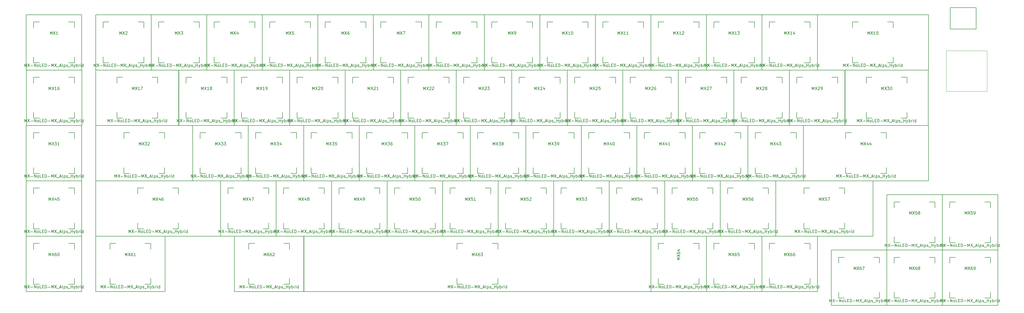
<source format=gbr>
%TF.GenerationSoftware,KiCad,Pcbnew,(5.1.9)-1*%
%TF.CreationDate,2021-07-19T10:18:42-07:00*%
%TF.ProjectId,unsplit-keyboard,756e7370-6c69-4742-9d6b-6579626f6172,rev?*%
%TF.SameCoordinates,Original*%
%TF.FileFunction,OtherDrawing,Comment*%
%FSLAX46Y46*%
G04 Gerber Fmt 4.6, Leading zero omitted, Abs format (unit mm)*
G04 Created by KiCad (PCBNEW (5.1.9)-1) date 2021-07-19 10:18:42*
%MOMM*%
%LPD*%
G01*
G04 APERTURE LIST*
%ADD10C,0.150000*%
%ADD11C,0.050000*%
G04 APERTURE END LIST*
D10*
%TO.C,MX25*%
X206074000Y-51450000D02*
X204074000Y-51450000D01*
X204074000Y-51450000D02*
X204074000Y-49450000D01*
X206074000Y-37450000D02*
X204074000Y-37450000D01*
X204074000Y-37450000D02*
X204074000Y-39450000D01*
X218074000Y-39450000D02*
X218074000Y-37450000D01*
X218074000Y-37450000D02*
X216074000Y-37450000D01*
X216074000Y-51450000D02*
X218074000Y-51450000D01*
X218074000Y-51450000D02*
X218074000Y-49450000D01*
X220599000Y-53975000D02*
X201549000Y-53975000D01*
X201549000Y-53975000D02*
X201549000Y-34925000D01*
X201549000Y-34925000D02*
X220599000Y-34925000D01*
X220599000Y-34925000D02*
X220599000Y-53975000D01*
%TO.C,MX33*%
X77550000Y-70500000D02*
X75550000Y-70500000D01*
X75550000Y-70500000D02*
X75550000Y-68500000D01*
X77550000Y-56500000D02*
X75550000Y-56500000D01*
X75550000Y-56500000D02*
X75550000Y-58500000D01*
X89550000Y-58500000D02*
X89550000Y-56500000D01*
X89550000Y-56500000D02*
X87550000Y-56500000D01*
X87550000Y-70500000D02*
X89550000Y-70500000D01*
X89550000Y-70500000D02*
X89550000Y-68500000D01*
X92075000Y-73025000D02*
X73025000Y-73025000D01*
X73025000Y-73025000D02*
X73025000Y-53975000D01*
X73025000Y-53975000D02*
X92075000Y-53975000D01*
X92075000Y-53975000D02*
X92075000Y-73025000D01*
%TO.C,MX66*%
X272812500Y-108600000D02*
X270812500Y-108600000D01*
X270812500Y-108600000D02*
X270812500Y-106600000D01*
X272812500Y-94600000D02*
X270812500Y-94600000D01*
X270812500Y-94600000D02*
X270812500Y-96600000D01*
X284812500Y-96600000D02*
X284812500Y-94600000D01*
X284812500Y-94600000D02*
X282812500Y-94600000D01*
X282812500Y-108600000D02*
X284812500Y-108600000D01*
X284812500Y-108600000D02*
X284812500Y-106600000D01*
X287337500Y-111125000D02*
X268287500Y-111125000D01*
X268287500Y-111125000D02*
X268287500Y-92075000D01*
X268287500Y-92075000D02*
X287337500Y-92075000D01*
X287337500Y-92075000D02*
X287337500Y-111125000D01*
%TO.C,MX7*%
X139462500Y-32400000D02*
X137462500Y-32400000D01*
X137462500Y-32400000D02*
X137462500Y-30400000D01*
X139462500Y-18400000D02*
X137462500Y-18400000D01*
X137462500Y-18400000D02*
X137462500Y-20400000D01*
X151462500Y-20400000D02*
X151462500Y-18400000D01*
X151462500Y-18400000D02*
X149462500Y-18400000D01*
X149462500Y-32400000D02*
X151462500Y-32400000D01*
X151462500Y-32400000D02*
X151462500Y-30400000D01*
X153987500Y-34925000D02*
X134937500Y-34925000D01*
X134937500Y-34925000D02*
X134937500Y-15875000D01*
X134937500Y-15875000D02*
X153987500Y-15875000D01*
X153987500Y-15875000D02*
X153987500Y-34925000D01*
%TO.C,MX17*%
X48975000Y-51450000D02*
X46975000Y-51450000D01*
X46975000Y-51450000D02*
X46975000Y-49450000D01*
X48975000Y-37450000D02*
X46975000Y-37450000D01*
X46975000Y-37450000D02*
X46975000Y-39450000D01*
X60975000Y-39450000D02*
X60975000Y-37450000D01*
X60975000Y-37450000D02*
X58975000Y-37450000D01*
X58975000Y-51450000D02*
X60975000Y-51450000D01*
X60975000Y-51450000D02*
X60975000Y-49450000D01*
X68262500Y-53975000D02*
X39687500Y-53975000D01*
X39687500Y-53975000D02*
X39687500Y-34925000D01*
X39687500Y-34925000D02*
X68262500Y-34925000D01*
X68262500Y-34925000D02*
X68262500Y-53975000D01*
%TO.C,MX45*%
X20400000Y-89550000D02*
X18400000Y-89550000D01*
X18400000Y-89550000D02*
X18400000Y-87550000D01*
X20400000Y-75550000D02*
X18400000Y-75550000D01*
X18400000Y-75550000D02*
X18400000Y-77550000D01*
X32400000Y-77550000D02*
X32400000Y-75550000D01*
X32400000Y-75550000D02*
X30400000Y-75550000D01*
X30400000Y-89550000D02*
X32400000Y-89550000D01*
X32400000Y-89550000D02*
X32400000Y-87550000D01*
X34925000Y-92075000D02*
X15875000Y-92075000D01*
X15875000Y-92075000D02*
X15875000Y-73025000D01*
X15875000Y-73025000D02*
X34925000Y-73025000D01*
X34925000Y-73025000D02*
X34925000Y-92075000D01*
%TO.C,MX16*%
X20405080Y-51450000D02*
X18405080Y-51450000D01*
X18405080Y-51450000D02*
X18405080Y-49450000D01*
X20405080Y-37450000D02*
X18405080Y-37450000D01*
X18405080Y-37450000D02*
X18405080Y-39450000D01*
X32405080Y-39450000D02*
X32405080Y-37450000D01*
X32405080Y-37450000D02*
X30405080Y-37450000D01*
X30405080Y-51450000D02*
X32405080Y-51450000D01*
X32405080Y-51450000D02*
X32405080Y-49450000D01*
X34930080Y-53975000D02*
X15880080Y-53975000D01*
X15880080Y-53975000D02*
X15880080Y-34925000D01*
X15880080Y-34925000D02*
X34930080Y-34925000D01*
X34930080Y-34925000D02*
X34930080Y-53975000D01*
%TO.C,MX1*%
X20400000Y-32400000D02*
X18400000Y-32400000D01*
X18400000Y-32400000D02*
X18400000Y-30400000D01*
X20400000Y-18400000D02*
X18400000Y-18400000D01*
X18400000Y-18400000D02*
X18400000Y-20400000D01*
X32400000Y-20400000D02*
X32400000Y-18400000D01*
X32400000Y-18400000D02*
X30400000Y-18400000D01*
X30400000Y-32400000D02*
X32400000Y-32400000D01*
X32400000Y-32400000D02*
X32400000Y-30400000D01*
X34925000Y-34925000D02*
X15875000Y-34925000D01*
X15875000Y-34925000D02*
X15875000Y-15875000D01*
X15875000Y-15875000D02*
X34925000Y-15875000D01*
X34925000Y-15875000D02*
X34925000Y-34925000D01*
%TO.C,MX59*%
X334725000Y-94312500D02*
X332725000Y-94312500D01*
X332725000Y-94312500D02*
X332725000Y-92312500D01*
X334725000Y-80312500D02*
X332725000Y-80312500D01*
X332725000Y-80312500D02*
X332725000Y-82312500D01*
X346725000Y-82312500D02*
X346725000Y-80312500D01*
X346725000Y-80312500D02*
X344725000Y-80312500D01*
X344725000Y-94312500D02*
X346725000Y-94312500D01*
X346725000Y-94312500D02*
X346725000Y-92312500D01*
X349250000Y-96837500D02*
X330200000Y-96837500D01*
X330200000Y-96837500D02*
X330200000Y-77787500D01*
X330200000Y-77787500D02*
X349250000Y-77787500D01*
X349250000Y-77787500D02*
X349250000Y-96837500D01*
%TO.C,USB1*%
X332875020Y-20795020D02*
X341815020Y-20795020D01*
X341815020Y-13495020D02*
X341815020Y-20795020D01*
X332875020Y-13495020D02*
X332875020Y-20795020D01*
X332875020Y-13495020D02*
X341815020Y-13495020D01*
%TO.C,MX63*%
X165688000Y-108600000D02*
X163688000Y-108600000D01*
X163688000Y-108600000D02*
X163688000Y-106600000D01*
X165688000Y-94600000D02*
X163688000Y-94600000D01*
X163688000Y-94600000D02*
X163688000Y-96600000D01*
X177688000Y-96600000D02*
X177688000Y-94600000D01*
X177688000Y-94600000D02*
X175688000Y-94600000D01*
X175688000Y-108600000D02*
X177688000Y-108600000D01*
X177688000Y-108600000D02*
X177688000Y-106600000D01*
X230219250Y-111125000D02*
X111156750Y-111125000D01*
X111156750Y-111125000D02*
X111156750Y-92075000D01*
X230219250Y-92075000D02*
X111156750Y-92075000D01*
X230219250Y-92075000D02*
X230219250Y-111125000D01*
D11*
%TO.C,U1*%
X331539240Y-28264090D02*
X331539240Y-42264090D01*
X331539240Y-42264090D02*
X345539240Y-42264090D01*
X345539240Y-42264090D02*
X345539240Y-28264090D01*
X345539240Y-28264090D02*
X331539240Y-28264090D01*
D10*
%TO.C,MX30*%
X325379080Y-34925000D02*
X325379080Y-53975000D01*
X296804080Y-34925000D02*
X325379080Y-34925000D01*
X296804080Y-53975000D02*
X296804080Y-34925000D01*
X325379080Y-53975000D02*
X296804080Y-53975000D01*
X318091580Y-51450000D02*
X318091580Y-49450000D01*
X316091580Y-51450000D02*
X318091580Y-51450000D01*
X318091580Y-37450000D02*
X316091580Y-37450000D01*
X318091580Y-39450000D02*
X318091580Y-37450000D01*
X304091580Y-37450000D02*
X304091580Y-39450000D01*
X306091580Y-37450000D02*
X304091580Y-37450000D01*
X304091580Y-51450000D02*
X304091580Y-49450000D01*
X306091580Y-51450000D02*
X304091580Y-51450000D01*
%TO.C,MX44*%
X299006250Y-70500000D02*
X297006250Y-70500000D01*
X297006250Y-70500000D02*
X297006250Y-68500000D01*
X299006250Y-56500000D02*
X297006250Y-56500000D01*
X297006250Y-56500000D02*
X297006250Y-58500000D01*
X311006250Y-58500000D02*
X311006250Y-56500000D01*
X311006250Y-56500000D02*
X309006250Y-56500000D01*
X309006250Y-70500000D02*
X311006250Y-70500000D01*
X311006250Y-70500000D02*
X311006250Y-68500000D01*
X325437500Y-73025000D02*
X282575000Y-73025000D01*
X282575000Y-73025000D02*
X282575000Y-53975000D01*
X325437500Y-53975000D02*
X282575000Y-53975000D01*
X325437500Y-53975000D02*
X325437500Y-73025000D01*
%TO.C,MX2*%
X44212500Y-32400000D02*
X42212500Y-32400000D01*
X42212500Y-32400000D02*
X42212500Y-30400000D01*
X44212500Y-18400000D02*
X42212500Y-18400000D01*
X42212500Y-18400000D02*
X42212500Y-20400000D01*
X56212500Y-20400000D02*
X56212500Y-18400000D01*
X56212500Y-18400000D02*
X54212500Y-18400000D01*
X54212500Y-32400000D02*
X56212500Y-32400000D01*
X56212500Y-32400000D02*
X56212500Y-30400000D01*
X58737500Y-34925000D02*
X39687500Y-34925000D01*
X39687500Y-34925000D02*
X39687500Y-15875000D01*
X39687500Y-15875000D02*
X58737500Y-15875000D01*
X58737500Y-15875000D02*
X58737500Y-34925000D01*
%TO.C,MX69*%
X334725000Y-113362500D02*
X332725000Y-113362500D01*
X332725000Y-113362500D02*
X332725000Y-111362500D01*
X334725000Y-99362500D02*
X332725000Y-99362500D01*
X332725000Y-99362500D02*
X332725000Y-101362500D01*
X346725000Y-101362500D02*
X346725000Y-99362500D01*
X346725000Y-99362500D02*
X344725000Y-99362500D01*
X344725000Y-113362500D02*
X346725000Y-113362500D01*
X346725000Y-113362500D02*
X346725000Y-111362500D01*
X349250000Y-115887500D02*
X330200000Y-115887500D01*
X330200000Y-115887500D02*
X330200000Y-96837500D01*
X330200000Y-96837500D02*
X349250000Y-96837500D01*
X349250000Y-96837500D02*
X349250000Y-115887500D01*
%TO.C,MX68*%
X315675000Y-113362500D02*
X313675000Y-113362500D01*
X313675000Y-113362500D02*
X313675000Y-111362500D01*
X315675000Y-99362500D02*
X313675000Y-99362500D01*
X313675000Y-99362500D02*
X313675000Y-101362500D01*
X327675000Y-101362500D02*
X327675000Y-99362500D01*
X327675000Y-99362500D02*
X325675000Y-99362500D01*
X325675000Y-113362500D02*
X327675000Y-113362500D01*
X327675000Y-113362500D02*
X327675000Y-111362500D01*
X330200000Y-115887500D02*
X311150000Y-115887500D01*
X311150000Y-115887500D02*
X311150000Y-96837500D01*
X311150000Y-96837500D02*
X330200000Y-96837500D01*
X330200000Y-96837500D02*
X330200000Y-115887500D01*
%TO.C,MX67*%
X296625000Y-113362500D02*
X294625000Y-113362500D01*
X294625000Y-113362500D02*
X294625000Y-111362500D01*
X296625000Y-99362500D02*
X294625000Y-99362500D01*
X294625000Y-99362500D02*
X294625000Y-101362500D01*
X308625000Y-101362500D02*
X308625000Y-99362500D01*
X308625000Y-99362500D02*
X306625000Y-99362500D01*
X306625000Y-113362500D02*
X308625000Y-113362500D01*
X308625000Y-113362500D02*
X308625000Y-111362500D01*
X311150000Y-115887500D02*
X292100000Y-115887500D01*
X292100000Y-115887500D02*
X292100000Y-96837500D01*
X292100000Y-96837500D02*
X311150000Y-96837500D01*
X311150000Y-96837500D02*
X311150000Y-115887500D01*
%TO.C,MX65*%
X253762500Y-108600000D02*
X251762500Y-108600000D01*
X251762500Y-108600000D02*
X251762500Y-106600000D01*
X253762500Y-94600000D02*
X251762500Y-94600000D01*
X251762500Y-94600000D02*
X251762500Y-96600000D01*
X265762500Y-96600000D02*
X265762500Y-94600000D01*
X265762500Y-94600000D02*
X263762500Y-94600000D01*
X263762500Y-108600000D02*
X265762500Y-108600000D01*
X265762500Y-108600000D02*
X265762500Y-106600000D01*
X268287500Y-111125000D02*
X249237500Y-111125000D01*
X249237500Y-111125000D02*
X249237500Y-92075000D01*
X249237500Y-92075000D02*
X268287500Y-92075000D01*
X268287500Y-92075000D02*
X268287500Y-111125000D01*
%TO.C,MX64*%
X234712500Y-108600000D02*
X232712500Y-108600000D01*
X232712500Y-108600000D02*
X232712500Y-106600000D01*
X234712500Y-94600000D02*
X232712500Y-94600000D01*
X232712500Y-94600000D02*
X232712500Y-96600000D01*
X246712500Y-96600000D02*
X246712500Y-94600000D01*
X246712500Y-94600000D02*
X244712500Y-94600000D01*
X244712500Y-108600000D02*
X246712500Y-108600000D01*
X246712500Y-108600000D02*
X246712500Y-106600000D01*
X249237500Y-111125000D02*
X230187500Y-111125000D01*
X230187500Y-111125000D02*
X230187500Y-92075000D01*
X230187500Y-92075000D02*
X249237500Y-92075000D01*
X249237500Y-92075000D02*
X249237500Y-111125000D01*
%TO.C,MX62*%
X94218750Y-108600000D02*
X92218750Y-108600000D01*
X92218750Y-108600000D02*
X92218750Y-106600000D01*
X94218750Y-94600000D02*
X92218750Y-94600000D01*
X92218750Y-94600000D02*
X92218750Y-96600000D01*
X106218750Y-96600000D02*
X106218750Y-94600000D01*
X106218750Y-94600000D02*
X104218750Y-94600000D01*
X104218750Y-108600000D02*
X106218750Y-108600000D01*
X106218750Y-108600000D02*
X106218750Y-106600000D01*
X111125000Y-111125000D02*
X87312500Y-111125000D01*
X87312500Y-111125000D02*
X87312500Y-92075000D01*
X87312500Y-92075000D02*
X111125000Y-92075000D01*
X111125000Y-92075000D02*
X111125000Y-111125000D01*
%TO.C,MX61*%
X46593750Y-108600000D02*
X44593750Y-108600000D01*
X44593750Y-108600000D02*
X44593750Y-106600000D01*
X46593750Y-94600000D02*
X44593750Y-94600000D01*
X44593750Y-94600000D02*
X44593750Y-96600000D01*
X58593750Y-96600000D02*
X58593750Y-94600000D01*
X58593750Y-94600000D02*
X56593750Y-94600000D01*
X56593750Y-108600000D02*
X58593750Y-108600000D01*
X58593750Y-108600000D02*
X58593750Y-106600000D01*
X63500000Y-111125000D02*
X39687500Y-111125000D01*
X39687500Y-111125000D02*
X39687500Y-92075000D01*
X39687500Y-92075000D02*
X63500000Y-92075000D01*
X63500000Y-92075000D02*
X63500000Y-111125000D01*
%TO.C,MX60*%
X20400000Y-108600000D02*
X18400000Y-108600000D01*
X18400000Y-108600000D02*
X18400000Y-106600000D01*
X20400000Y-94600000D02*
X18400000Y-94600000D01*
X18400000Y-94600000D02*
X18400000Y-96600000D01*
X32400000Y-96600000D02*
X32400000Y-94600000D01*
X32400000Y-94600000D02*
X30400000Y-94600000D01*
X30400000Y-108600000D02*
X32400000Y-108600000D01*
X32400000Y-108600000D02*
X32400000Y-106600000D01*
X34925000Y-111125000D02*
X15875000Y-111125000D01*
X15875000Y-111125000D02*
X15875000Y-92075000D01*
X15875000Y-92075000D02*
X34925000Y-92075000D01*
X34925000Y-92075000D02*
X34925000Y-111125000D01*
%TO.C,MX58*%
X315675000Y-94312500D02*
X313675000Y-94312500D01*
X313675000Y-94312500D02*
X313675000Y-92312500D01*
X315675000Y-80312500D02*
X313675000Y-80312500D01*
X313675000Y-80312500D02*
X313675000Y-82312500D01*
X327675000Y-82312500D02*
X327675000Y-80312500D01*
X327675000Y-80312500D02*
X325675000Y-80312500D01*
X325675000Y-94312500D02*
X327675000Y-94312500D01*
X327675000Y-94312500D02*
X327675000Y-92312500D01*
X330200000Y-96837500D02*
X311150000Y-96837500D01*
X311150000Y-96837500D02*
X311150000Y-77787500D01*
X311150000Y-77787500D02*
X330200000Y-77787500D01*
X330200000Y-77787500D02*
X330200000Y-96837500D01*
%TO.C,MX57*%
X284718750Y-89550000D02*
X282718750Y-89550000D01*
X282718750Y-89550000D02*
X282718750Y-87550000D01*
X284718750Y-75550000D02*
X282718750Y-75550000D01*
X282718750Y-75550000D02*
X282718750Y-77550000D01*
X296718750Y-77550000D02*
X296718750Y-75550000D01*
X296718750Y-75550000D02*
X294718750Y-75550000D01*
X294718750Y-89550000D02*
X296718750Y-89550000D01*
X296718750Y-89550000D02*
X296718750Y-87550000D01*
X306387500Y-92075000D02*
X273050000Y-92075000D01*
X273050000Y-92075000D02*
X273050000Y-73025000D01*
X273050000Y-73025000D02*
X306387500Y-73025000D01*
X306387500Y-73025000D02*
X306387500Y-92075000D01*
%TO.C,MX56*%
X258525000Y-89550000D02*
X256525000Y-89550000D01*
X256525000Y-89550000D02*
X256525000Y-87550000D01*
X258525000Y-75550000D02*
X256525000Y-75550000D01*
X256525000Y-75550000D02*
X256525000Y-77550000D01*
X270525000Y-77550000D02*
X270525000Y-75550000D01*
X270525000Y-75550000D02*
X268525000Y-75550000D01*
X268525000Y-89550000D02*
X270525000Y-89550000D01*
X270525000Y-89550000D02*
X270525000Y-87550000D01*
X273050000Y-92075000D02*
X254000000Y-92075000D01*
X254000000Y-92075000D02*
X254000000Y-73025000D01*
X254000000Y-73025000D02*
X273050000Y-73025000D01*
X273050000Y-73025000D02*
X273050000Y-92075000D01*
%TO.C,MX55*%
X239475000Y-89550000D02*
X237475000Y-89550000D01*
X237475000Y-89550000D02*
X237475000Y-87550000D01*
X239475000Y-75550000D02*
X237475000Y-75550000D01*
X237475000Y-75550000D02*
X237475000Y-77550000D01*
X251475000Y-77550000D02*
X251475000Y-75550000D01*
X251475000Y-75550000D02*
X249475000Y-75550000D01*
X249475000Y-89550000D02*
X251475000Y-89550000D01*
X251475000Y-89550000D02*
X251475000Y-87550000D01*
X254000000Y-92075000D02*
X234950000Y-92075000D01*
X234950000Y-92075000D02*
X234950000Y-73025000D01*
X234950000Y-73025000D02*
X254000000Y-73025000D01*
X254000000Y-73025000D02*
X254000000Y-92075000D01*
%TO.C,MX54*%
X220425000Y-89550000D02*
X218425000Y-89550000D01*
X218425000Y-89550000D02*
X218425000Y-87550000D01*
X220425000Y-75550000D02*
X218425000Y-75550000D01*
X218425000Y-75550000D02*
X218425000Y-77550000D01*
X232425000Y-77550000D02*
X232425000Y-75550000D01*
X232425000Y-75550000D02*
X230425000Y-75550000D01*
X230425000Y-89550000D02*
X232425000Y-89550000D01*
X232425000Y-89550000D02*
X232425000Y-87550000D01*
X234950000Y-92075000D02*
X215900000Y-92075000D01*
X215900000Y-92075000D02*
X215900000Y-73025000D01*
X215900000Y-73025000D02*
X234950000Y-73025000D01*
X234950000Y-73025000D02*
X234950000Y-92075000D01*
%TO.C,MX53*%
X201375000Y-89550000D02*
X199375000Y-89550000D01*
X199375000Y-89550000D02*
X199375000Y-87550000D01*
X201375000Y-75550000D02*
X199375000Y-75550000D01*
X199375000Y-75550000D02*
X199375000Y-77550000D01*
X213375000Y-77550000D02*
X213375000Y-75550000D01*
X213375000Y-75550000D02*
X211375000Y-75550000D01*
X211375000Y-89550000D02*
X213375000Y-89550000D01*
X213375000Y-89550000D02*
X213375000Y-87550000D01*
X215900000Y-92075000D02*
X196850000Y-92075000D01*
X196850000Y-92075000D02*
X196850000Y-73025000D01*
X196850000Y-73025000D02*
X215900000Y-73025000D01*
X215900000Y-73025000D02*
X215900000Y-92075000D01*
%TO.C,MX52*%
X182325000Y-89550000D02*
X180325000Y-89550000D01*
X180325000Y-89550000D02*
X180325000Y-87550000D01*
X182325000Y-75550000D02*
X180325000Y-75550000D01*
X180325000Y-75550000D02*
X180325000Y-77550000D01*
X194325000Y-77550000D02*
X194325000Y-75550000D01*
X194325000Y-75550000D02*
X192325000Y-75550000D01*
X192325000Y-89550000D02*
X194325000Y-89550000D01*
X194325000Y-89550000D02*
X194325000Y-87550000D01*
X196850000Y-92075000D02*
X177800000Y-92075000D01*
X177800000Y-92075000D02*
X177800000Y-73025000D01*
X177800000Y-73025000D02*
X196850000Y-73025000D01*
X196850000Y-73025000D02*
X196850000Y-92075000D01*
%TO.C,MX51*%
X163275000Y-89550000D02*
X161275000Y-89550000D01*
X161275000Y-89550000D02*
X161275000Y-87550000D01*
X163275000Y-75550000D02*
X161275000Y-75550000D01*
X161275000Y-75550000D02*
X161275000Y-77550000D01*
X175275000Y-77550000D02*
X175275000Y-75550000D01*
X175275000Y-75550000D02*
X173275000Y-75550000D01*
X173275000Y-89550000D02*
X175275000Y-89550000D01*
X175275000Y-89550000D02*
X175275000Y-87550000D01*
X177800000Y-92075000D02*
X158750000Y-92075000D01*
X158750000Y-92075000D02*
X158750000Y-73025000D01*
X158750000Y-73025000D02*
X177800000Y-73025000D01*
X177800000Y-73025000D02*
X177800000Y-92075000D01*
%TO.C,MX50*%
X144225000Y-89550000D02*
X142225000Y-89550000D01*
X142225000Y-89550000D02*
X142225000Y-87550000D01*
X144225000Y-75550000D02*
X142225000Y-75550000D01*
X142225000Y-75550000D02*
X142225000Y-77550000D01*
X156225000Y-77550000D02*
X156225000Y-75550000D01*
X156225000Y-75550000D02*
X154225000Y-75550000D01*
X154225000Y-89550000D02*
X156225000Y-89550000D01*
X156225000Y-89550000D02*
X156225000Y-87550000D01*
X158750000Y-92075000D02*
X139700000Y-92075000D01*
X139700000Y-92075000D02*
X139700000Y-73025000D01*
X139700000Y-73025000D02*
X158750000Y-73025000D01*
X158750000Y-73025000D02*
X158750000Y-92075000D01*
%TO.C,MX49*%
X125175000Y-89550000D02*
X123175000Y-89550000D01*
X123175000Y-89550000D02*
X123175000Y-87550000D01*
X125175000Y-75550000D02*
X123175000Y-75550000D01*
X123175000Y-75550000D02*
X123175000Y-77550000D01*
X137175000Y-77550000D02*
X137175000Y-75550000D01*
X137175000Y-75550000D02*
X135175000Y-75550000D01*
X135175000Y-89550000D02*
X137175000Y-89550000D01*
X137175000Y-89550000D02*
X137175000Y-87550000D01*
X139700000Y-92075000D02*
X120650000Y-92075000D01*
X120650000Y-92075000D02*
X120650000Y-73025000D01*
X120650000Y-73025000D02*
X139700000Y-73025000D01*
X139700000Y-73025000D02*
X139700000Y-92075000D01*
%TO.C,MX48*%
X106125000Y-89550000D02*
X104125000Y-89550000D01*
X104125000Y-89550000D02*
X104125000Y-87550000D01*
X106125000Y-75550000D02*
X104125000Y-75550000D01*
X104125000Y-75550000D02*
X104125000Y-77550000D01*
X118125000Y-77550000D02*
X118125000Y-75550000D01*
X118125000Y-75550000D02*
X116125000Y-75550000D01*
X116125000Y-89550000D02*
X118125000Y-89550000D01*
X118125000Y-89550000D02*
X118125000Y-87550000D01*
X120650000Y-92075000D02*
X101600000Y-92075000D01*
X101600000Y-92075000D02*
X101600000Y-73025000D01*
X101600000Y-73025000D02*
X120650000Y-73025000D01*
X120650000Y-73025000D02*
X120650000Y-92075000D01*
%TO.C,MX47*%
X87075000Y-89550000D02*
X85075000Y-89550000D01*
X85075000Y-89550000D02*
X85075000Y-87550000D01*
X87075000Y-75550000D02*
X85075000Y-75550000D01*
X85075000Y-75550000D02*
X85075000Y-77550000D01*
X99075000Y-77550000D02*
X99075000Y-75550000D01*
X99075000Y-75550000D02*
X97075000Y-75550000D01*
X97075000Y-89550000D02*
X99075000Y-89550000D01*
X99075000Y-89550000D02*
X99075000Y-87550000D01*
X101600000Y-92075000D02*
X82550000Y-92075000D01*
X82550000Y-92075000D02*
X82550000Y-73025000D01*
X82550000Y-73025000D02*
X101600000Y-73025000D01*
X101600000Y-73025000D02*
X101600000Y-92075000D01*
%TO.C,MX46*%
X56118750Y-89550000D02*
X54118750Y-89550000D01*
X54118750Y-89550000D02*
X54118750Y-87550000D01*
X56118750Y-75550000D02*
X54118750Y-75550000D01*
X54118750Y-75550000D02*
X54118750Y-77550000D01*
X68118750Y-77550000D02*
X68118750Y-75550000D01*
X68118750Y-75550000D02*
X66118750Y-75550000D01*
X66118750Y-89550000D02*
X68118750Y-89550000D01*
X68118750Y-89550000D02*
X68118750Y-87550000D01*
X82550000Y-92075000D02*
X39687500Y-92075000D01*
X39687500Y-92075000D02*
X39687500Y-73025000D01*
X82550000Y-73025000D02*
X39687500Y-73025000D01*
X82550000Y-73025000D02*
X82550000Y-92075000D01*
%TO.C,MX43*%
X268050000Y-70500000D02*
X266050000Y-70500000D01*
X266050000Y-70500000D02*
X266050000Y-68500000D01*
X268050000Y-56500000D02*
X266050000Y-56500000D01*
X266050000Y-56500000D02*
X266050000Y-58500000D01*
X280050000Y-58500000D02*
X280050000Y-56500000D01*
X280050000Y-56500000D02*
X278050000Y-56500000D01*
X278050000Y-70500000D02*
X280050000Y-70500000D01*
X280050000Y-70500000D02*
X280050000Y-68500000D01*
X282575000Y-73025000D02*
X263525000Y-73025000D01*
X263525000Y-73025000D02*
X263525000Y-53975000D01*
X263525000Y-53975000D02*
X282575000Y-53975000D01*
X282575000Y-53975000D02*
X282575000Y-73025000D01*
%TO.C,MX42*%
X249000000Y-70500000D02*
X247000000Y-70500000D01*
X247000000Y-70500000D02*
X247000000Y-68500000D01*
X249000000Y-56500000D02*
X247000000Y-56500000D01*
X247000000Y-56500000D02*
X247000000Y-58500000D01*
X261000000Y-58500000D02*
X261000000Y-56500000D01*
X261000000Y-56500000D02*
X259000000Y-56500000D01*
X259000000Y-70500000D02*
X261000000Y-70500000D01*
X261000000Y-70500000D02*
X261000000Y-68500000D01*
X263525000Y-73025000D02*
X244475000Y-73025000D01*
X244475000Y-73025000D02*
X244475000Y-53975000D01*
X244475000Y-53975000D02*
X263525000Y-53975000D01*
X263525000Y-53975000D02*
X263525000Y-73025000D01*
%TO.C,MX41*%
X229950000Y-70500000D02*
X227950000Y-70500000D01*
X227950000Y-70500000D02*
X227950000Y-68500000D01*
X229950000Y-56500000D02*
X227950000Y-56500000D01*
X227950000Y-56500000D02*
X227950000Y-58500000D01*
X241950000Y-58500000D02*
X241950000Y-56500000D01*
X241950000Y-56500000D02*
X239950000Y-56500000D01*
X239950000Y-70500000D02*
X241950000Y-70500000D01*
X241950000Y-70500000D02*
X241950000Y-68500000D01*
X244475000Y-73025000D02*
X225425000Y-73025000D01*
X225425000Y-73025000D02*
X225425000Y-53975000D01*
X225425000Y-53975000D02*
X244475000Y-53975000D01*
X244475000Y-53975000D02*
X244475000Y-73025000D01*
%TO.C,MX40*%
X210900000Y-70500000D02*
X208900000Y-70500000D01*
X208900000Y-70500000D02*
X208900000Y-68500000D01*
X210900000Y-56500000D02*
X208900000Y-56500000D01*
X208900000Y-56500000D02*
X208900000Y-58500000D01*
X222900000Y-58500000D02*
X222900000Y-56500000D01*
X222900000Y-56500000D02*
X220900000Y-56500000D01*
X220900000Y-70500000D02*
X222900000Y-70500000D01*
X222900000Y-70500000D02*
X222900000Y-68500000D01*
X225425000Y-73025000D02*
X206375000Y-73025000D01*
X206375000Y-73025000D02*
X206375000Y-53975000D01*
X206375000Y-53975000D02*
X225425000Y-53975000D01*
X225425000Y-53975000D02*
X225425000Y-73025000D01*
%TO.C,MX39*%
X191850000Y-70500000D02*
X189850000Y-70500000D01*
X189850000Y-70500000D02*
X189850000Y-68500000D01*
X191850000Y-56500000D02*
X189850000Y-56500000D01*
X189850000Y-56500000D02*
X189850000Y-58500000D01*
X203850000Y-58500000D02*
X203850000Y-56500000D01*
X203850000Y-56500000D02*
X201850000Y-56500000D01*
X201850000Y-70500000D02*
X203850000Y-70500000D01*
X203850000Y-70500000D02*
X203850000Y-68500000D01*
X206375000Y-73025000D02*
X187325000Y-73025000D01*
X187325000Y-73025000D02*
X187325000Y-53975000D01*
X187325000Y-53975000D02*
X206375000Y-53975000D01*
X206375000Y-53975000D02*
X206375000Y-73025000D01*
%TO.C,MX38*%
X172800000Y-70500000D02*
X170800000Y-70500000D01*
X170800000Y-70500000D02*
X170800000Y-68500000D01*
X172800000Y-56500000D02*
X170800000Y-56500000D01*
X170800000Y-56500000D02*
X170800000Y-58500000D01*
X184800000Y-58500000D02*
X184800000Y-56500000D01*
X184800000Y-56500000D02*
X182800000Y-56500000D01*
X182800000Y-70500000D02*
X184800000Y-70500000D01*
X184800000Y-70500000D02*
X184800000Y-68500000D01*
X187325000Y-73025000D02*
X168275000Y-73025000D01*
X168275000Y-73025000D02*
X168275000Y-53975000D01*
X168275000Y-53975000D02*
X187325000Y-53975000D01*
X187325000Y-53975000D02*
X187325000Y-73025000D01*
%TO.C,MX37*%
X153750000Y-70500000D02*
X151750000Y-70500000D01*
X151750000Y-70500000D02*
X151750000Y-68500000D01*
X153750000Y-56500000D02*
X151750000Y-56500000D01*
X151750000Y-56500000D02*
X151750000Y-58500000D01*
X165750000Y-58500000D02*
X165750000Y-56500000D01*
X165750000Y-56500000D02*
X163750000Y-56500000D01*
X163750000Y-70500000D02*
X165750000Y-70500000D01*
X165750000Y-70500000D02*
X165750000Y-68500000D01*
X168275000Y-73025000D02*
X149225000Y-73025000D01*
X149225000Y-73025000D02*
X149225000Y-53975000D01*
X149225000Y-53975000D02*
X168275000Y-53975000D01*
X168275000Y-53975000D02*
X168275000Y-73025000D01*
%TO.C,MX36*%
X134700000Y-70500000D02*
X132700000Y-70500000D01*
X132700000Y-70500000D02*
X132700000Y-68500000D01*
X134700000Y-56500000D02*
X132700000Y-56500000D01*
X132700000Y-56500000D02*
X132700000Y-58500000D01*
X146700000Y-58500000D02*
X146700000Y-56500000D01*
X146700000Y-56500000D02*
X144700000Y-56500000D01*
X144700000Y-70500000D02*
X146700000Y-70500000D01*
X146700000Y-70500000D02*
X146700000Y-68500000D01*
X149225000Y-73025000D02*
X130175000Y-73025000D01*
X130175000Y-73025000D02*
X130175000Y-53975000D01*
X130175000Y-53975000D02*
X149225000Y-53975000D01*
X149225000Y-53975000D02*
X149225000Y-73025000D01*
%TO.C,MX35*%
X115650000Y-70500000D02*
X113650000Y-70500000D01*
X113650000Y-70500000D02*
X113650000Y-68500000D01*
X115650000Y-56500000D02*
X113650000Y-56500000D01*
X113650000Y-56500000D02*
X113650000Y-58500000D01*
X127650000Y-58500000D02*
X127650000Y-56500000D01*
X127650000Y-56500000D02*
X125650000Y-56500000D01*
X125650000Y-70500000D02*
X127650000Y-70500000D01*
X127650000Y-70500000D02*
X127650000Y-68500000D01*
X130175000Y-73025000D02*
X111125000Y-73025000D01*
X111125000Y-73025000D02*
X111125000Y-53975000D01*
X111125000Y-53975000D02*
X130175000Y-53975000D01*
X130175000Y-53975000D02*
X130175000Y-73025000D01*
%TO.C,MX34*%
X96600000Y-70500000D02*
X94600000Y-70500000D01*
X94600000Y-70500000D02*
X94600000Y-68500000D01*
X96600000Y-56500000D02*
X94600000Y-56500000D01*
X94600000Y-56500000D02*
X94600000Y-58500000D01*
X108600000Y-58500000D02*
X108600000Y-56500000D01*
X108600000Y-56500000D02*
X106600000Y-56500000D01*
X106600000Y-70500000D02*
X108600000Y-70500000D01*
X108600000Y-70500000D02*
X108600000Y-68500000D01*
X111125000Y-73025000D02*
X92075000Y-73025000D01*
X92075000Y-73025000D02*
X92075000Y-53975000D01*
X92075000Y-53975000D02*
X111125000Y-53975000D01*
X111125000Y-53975000D02*
X111125000Y-73025000D01*
%TO.C,MX32*%
X51356250Y-70500000D02*
X49356250Y-70500000D01*
X49356250Y-70500000D02*
X49356250Y-68500000D01*
X51356250Y-56500000D02*
X49356250Y-56500000D01*
X49356250Y-56500000D02*
X49356250Y-58500000D01*
X63356250Y-58500000D02*
X63356250Y-56500000D01*
X63356250Y-56500000D02*
X61356250Y-56500000D01*
X61356250Y-70500000D02*
X63356250Y-70500000D01*
X63356250Y-70500000D02*
X63356250Y-68500000D01*
X73025000Y-73025000D02*
X39687500Y-73025000D01*
X39687500Y-73025000D02*
X39687500Y-53975000D01*
X39687500Y-53975000D02*
X73025000Y-53975000D01*
X73025000Y-53975000D02*
X73025000Y-73025000D01*
%TO.C,MX31*%
X20400000Y-70500000D02*
X18400000Y-70500000D01*
X18400000Y-70500000D02*
X18400000Y-68500000D01*
X20400000Y-56500000D02*
X18400000Y-56500000D01*
X18400000Y-56500000D02*
X18400000Y-58500000D01*
X32400000Y-58500000D02*
X32400000Y-56500000D01*
X32400000Y-56500000D02*
X30400000Y-56500000D01*
X30400000Y-70500000D02*
X32400000Y-70500000D01*
X32400000Y-70500000D02*
X32400000Y-68500000D01*
X34925000Y-73025000D02*
X15875000Y-73025000D01*
X15875000Y-73025000D02*
X15875000Y-53975000D01*
X15875000Y-53975000D02*
X34925000Y-53975000D01*
X34925000Y-53975000D02*
X34925000Y-73025000D01*
%TO.C,MX29*%
X282274000Y-51450000D02*
X280274000Y-51450000D01*
X280274000Y-51450000D02*
X280274000Y-49450000D01*
X282274000Y-37450000D02*
X280274000Y-37450000D01*
X280274000Y-37450000D02*
X280274000Y-39450000D01*
X294274000Y-39450000D02*
X294274000Y-37450000D01*
X294274000Y-37450000D02*
X292274000Y-37450000D01*
X292274000Y-51450000D02*
X294274000Y-51450000D01*
X294274000Y-51450000D02*
X294274000Y-49450000D01*
X296799000Y-53975000D02*
X277749000Y-53975000D01*
X277749000Y-53975000D02*
X277749000Y-34925000D01*
X277749000Y-34925000D02*
X296799000Y-34925000D01*
X296799000Y-34925000D02*
X296799000Y-53975000D01*
%TO.C,MX28*%
X263224000Y-51450000D02*
X261224000Y-51450000D01*
X261224000Y-51450000D02*
X261224000Y-49450000D01*
X263224000Y-37450000D02*
X261224000Y-37450000D01*
X261224000Y-37450000D02*
X261224000Y-39450000D01*
X275224000Y-39450000D02*
X275224000Y-37450000D01*
X275224000Y-37450000D02*
X273224000Y-37450000D01*
X273224000Y-51450000D02*
X275224000Y-51450000D01*
X275224000Y-51450000D02*
X275224000Y-49450000D01*
X277749000Y-53975000D02*
X258699000Y-53975000D01*
X258699000Y-53975000D02*
X258699000Y-34925000D01*
X258699000Y-34925000D02*
X277749000Y-34925000D01*
X277749000Y-34925000D02*
X277749000Y-53975000D01*
%TO.C,MX27*%
X244174000Y-51450000D02*
X242174000Y-51450000D01*
X242174000Y-51450000D02*
X242174000Y-49450000D01*
X244174000Y-37450000D02*
X242174000Y-37450000D01*
X242174000Y-37450000D02*
X242174000Y-39450000D01*
X256174000Y-39450000D02*
X256174000Y-37450000D01*
X256174000Y-37450000D02*
X254174000Y-37450000D01*
X254174000Y-51450000D02*
X256174000Y-51450000D01*
X256174000Y-51450000D02*
X256174000Y-49450000D01*
X258699000Y-53975000D02*
X239649000Y-53975000D01*
X239649000Y-53975000D02*
X239649000Y-34925000D01*
X239649000Y-34925000D02*
X258699000Y-34925000D01*
X258699000Y-34925000D02*
X258699000Y-53975000D01*
%TO.C,MX26*%
X225124000Y-51450000D02*
X223124000Y-51450000D01*
X223124000Y-51450000D02*
X223124000Y-49450000D01*
X225124000Y-37450000D02*
X223124000Y-37450000D01*
X223124000Y-37450000D02*
X223124000Y-39450000D01*
X237124000Y-39450000D02*
X237124000Y-37450000D01*
X237124000Y-37450000D02*
X235124000Y-37450000D01*
X235124000Y-51450000D02*
X237124000Y-51450000D01*
X237124000Y-51450000D02*
X237124000Y-49450000D01*
X239649000Y-53975000D02*
X220599000Y-53975000D01*
X220599000Y-53975000D02*
X220599000Y-34925000D01*
X220599000Y-34925000D02*
X239649000Y-34925000D01*
X239649000Y-34925000D02*
X239649000Y-53975000D01*
%TO.C,MX24*%
X187024000Y-51450000D02*
X185024000Y-51450000D01*
X185024000Y-51450000D02*
X185024000Y-49450000D01*
X187024000Y-37450000D02*
X185024000Y-37450000D01*
X185024000Y-37450000D02*
X185024000Y-39450000D01*
X199024000Y-39450000D02*
X199024000Y-37450000D01*
X199024000Y-37450000D02*
X197024000Y-37450000D01*
X197024000Y-51450000D02*
X199024000Y-51450000D01*
X199024000Y-51450000D02*
X199024000Y-49450000D01*
X201549000Y-53975000D02*
X182499000Y-53975000D01*
X182499000Y-53975000D02*
X182499000Y-34925000D01*
X182499000Y-34925000D02*
X201549000Y-34925000D01*
X201549000Y-34925000D02*
X201549000Y-53975000D01*
%TO.C,MX23*%
X167974000Y-51450000D02*
X165974000Y-51450000D01*
X165974000Y-51450000D02*
X165974000Y-49450000D01*
X167974000Y-37450000D02*
X165974000Y-37450000D01*
X165974000Y-37450000D02*
X165974000Y-39450000D01*
X179974000Y-39450000D02*
X179974000Y-37450000D01*
X179974000Y-37450000D02*
X177974000Y-37450000D01*
X177974000Y-51450000D02*
X179974000Y-51450000D01*
X179974000Y-51450000D02*
X179974000Y-49450000D01*
X182499000Y-53975000D02*
X163449000Y-53975000D01*
X163449000Y-53975000D02*
X163449000Y-34925000D01*
X163449000Y-34925000D02*
X182499000Y-34925000D01*
X182499000Y-34925000D02*
X182499000Y-53975000D01*
%TO.C,MX22*%
X148924000Y-51450000D02*
X146924000Y-51450000D01*
X146924000Y-51450000D02*
X146924000Y-49450000D01*
X148924000Y-37450000D02*
X146924000Y-37450000D01*
X146924000Y-37450000D02*
X146924000Y-39450000D01*
X160924000Y-39450000D02*
X160924000Y-37450000D01*
X160924000Y-37450000D02*
X158924000Y-37450000D01*
X158924000Y-51450000D02*
X160924000Y-51450000D01*
X160924000Y-51450000D02*
X160924000Y-49450000D01*
X163449000Y-53975000D02*
X144399000Y-53975000D01*
X144399000Y-53975000D02*
X144399000Y-34925000D01*
X144399000Y-34925000D02*
X163449000Y-34925000D01*
X163449000Y-34925000D02*
X163449000Y-53975000D01*
%TO.C,MX21*%
X129874000Y-51450000D02*
X127874000Y-51450000D01*
X127874000Y-51450000D02*
X127874000Y-49450000D01*
X129874000Y-37450000D02*
X127874000Y-37450000D01*
X127874000Y-37450000D02*
X127874000Y-39450000D01*
X141874000Y-39450000D02*
X141874000Y-37450000D01*
X141874000Y-37450000D02*
X139874000Y-37450000D01*
X139874000Y-51450000D02*
X141874000Y-51450000D01*
X141874000Y-51450000D02*
X141874000Y-49450000D01*
X144399000Y-53975000D02*
X125349000Y-53975000D01*
X125349000Y-53975000D02*
X125349000Y-34925000D01*
X125349000Y-34925000D02*
X144399000Y-34925000D01*
X144399000Y-34925000D02*
X144399000Y-53975000D01*
%TO.C,MX20*%
X110824000Y-51450000D02*
X108824000Y-51450000D01*
X108824000Y-51450000D02*
X108824000Y-49450000D01*
X110824000Y-37450000D02*
X108824000Y-37450000D01*
X108824000Y-37450000D02*
X108824000Y-39450000D01*
X122824000Y-39450000D02*
X122824000Y-37450000D01*
X122824000Y-37450000D02*
X120824000Y-37450000D01*
X120824000Y-51450000D02*
X122824000Y-51450000D01*
X122824000Y-51450000D02*
X122824000Y-49450000D01*
X125349000Y-53975000D02*
X106299000Y-53975000D01*
X106299000Y-53975000D02*
X106299000Y-34925000D01*
X106299000Y-34925000D02*
X125349000Y-34925000D01*
X125349000Y-34925000D02*
X125349000Y-53975000D01*
%TO.C,MX19*%
X91774000Y-51450000D02*
X89774000Y-51450000D01*
X89774000Y-51450000D02*
X89774000Y-49450000D01*
X91774000Y-37450000D02*
X89774000Y-37450000D01*
X89774000Y-37450000D02*
X89774000Y-39450000D01*
X103774000Y-39450000D02*
X103774000Y-37450000D01*
X103774000Y-37450000D02*
X101774000Y-37450000D01*
X101774000Y-51450000D02*
X103774000Y-51450000D01*
X103774000Y-51450000D02*
X103774000Y-49450000D01*
X106299000Y-53975000D02*
X87249000Y-53975000D01*
X87249000Y-53975000D02*
X87249000Y-34925000D01*
X87249000Y-34925000D02*
X106299000Y-34925000D01*
X106299000Y-34925000D02*
X106299000Y-53975000D01*
%TO.C,MX18*%
X72724000Y-51450000D02*
X70724000Y-51450000D01*
X70724000Y-51450000D02*
X70724000Y-49450000D01*
X72724000Y-37450000D02*
X70724000Y-37450000D01*
X70724000Y-37450000D02*
X70724000Y-39450000D01*
X84724000Y-39450000D02*
X84724000Y-37450000D01*
X84724000Y-37450000D02*
X82724000Y-37450000D01*
X82724000Y-51450000D02*
X84724000Y-51450000D01*
X84724000Y-51450000D02*
X84724000Y-49450000D01*
X87249000Y-53975000D02*
X68199000Y-53975000D01*
X68199000Y-53975000D02*
X68199000Y-34925000D01*
X68199000Y-34925000D02*
X87249000Y-34925000D01*
X87249000Y-34925000D02*
X87249000Y-53975000D01*
%TO.C,MX15*%
X325440040Y-15882620D02*
X325440040Y-34932620D01*
X325440040Y-15882620D02*
X287340040Y-15882620D01*
X287340040Y-34932620D02*
X287340040Y-15882620D01*
X325440040Y-34932620D02*
X287340040Y-34932620D01*
X313390040Y-32407620D02*
X313390040Y-30407620D01*
X311390040Y-32407620D02*
X313390040Y-32407620D01*
X313390040Y-18407620D02*
X311390040Y-18407620D01*
X313390040Y-20407620D02*
X313390040Y-18407620D01*
X299390040Y-18407620D02*
X299390040Y-20407620D01*
X301390040Y-18407620D02*
X299390040Y-18407620D01*
X299390040Y-32407620D02*
X299390040Y-30407620D01*
X301390040Y-32407620D02*
X299390040Y-32407620D01*
%TO.C,MX14*%
X272812500Y-32400000D02*
X270812500Y-32400000D01*
X270812500Y-32400000D02*
X270812500Y-30400000D01*
X272812500Y-18400000D02*
X270812500Y-18400000D01*
X270812500Y-18400000D02*
X270812500Y-20400000D01*
X284812500Y-20400000D02*
X284812500Y-18400000D01*
X284812500Y-18400000D02*
X282812500Y-18400000D01*
X282812500Y-32400000D02*
X284812500Y-32400000D01*
X284812500Y-32400000D02*
X284812500Y-30400000D01*
X287337500Y-34925000D02*
X268287500Y-34925000D01*
X268287500Y-34925000D02*
X268287500Y-15875000D01*
X268287500Y-15875000D02*
X287337500Y-15875000D01*
X287337500Y-15875000D02*
X287337500Y-34925000D01*
%TO.C,MX13*%
X253762500Y-32400000D02*
X251762500Y-32400000D01*
X251762500Y-32400000D02*
X251762500Y-30400000D01*
X253762500Y-18400000D02*
X251762500Y-18400000D01*
X251762500Y-18400000D02*
X251762500Y-20400000D01*
X265762500Y-20400000D02*
X265762500Y-18400000D01*
X265762500Y-18400000D02*
X263762500Y-18400000D01*
X263762500Y-32400000D02*
X265762500Y-32400000D01*
X265762500Y-32400000D02*
X265762500Y-30400000D01*
X268287500Y-34925000D02*
X249237500Y-34925000D01*
X249237500Y-34925000D02*
X249237500Y-15875000D01*
X249237500Y-15875000D02*
X268287500Y-15875000D01*
X268287500Y-15875000D02*
X268287500Y-34925000D01*
%TO.C,MX12*%
X234712500Y-32400000D02*
X232712500Y-32400000D01*
X232712500Y-32400000D02*
X232712500Y-30400000D01*
X234712500Y-18400000D02*
X232712500Y-18400000D01*
X232712500Y-18400000D02*
X232712500Y-20400000D01*
X246712500Y-20400000D02*
X246712500Y-18400000D01*
X246712500Y-18400000D02*
X244712500Y-18400000D01*
X244712500Y-32400000D02*
X246712500Y-32400000D01*
X246712500Y-32400000D02*
X246712500Y-30400000D01*
X249237500Y-34925000D02*
X230187500Y-34925000D01*
X230187500Y-34925000D02*
X230187500Y-15875000D01*
X230187500Y-15875000D02*
X249237500Y-15875000D01*
X249237500Y-15875000D02*
X249237500Y-34925000D01*
%TO.C,MX11*%
X215662500Y-32400000D02*
X213662500Y-32400000D01*
X213662500Y-32400000D02*
X213662500Y-30400000D01*
X215662500Y-18400000D02*
X213662500Y-18400000D01*
X213662500Y-18400000D02*
X213662500Y-20400000D01*
X227662500Y-20400000D02*
X227662500Y-18400000D01*
X227662500Y-18400000D02*
X225662500Y-18400000D01*
X225662500Y-32400000D02*
X227662500Y-32400000D01*
X227662500Y-32400000D02*
X227662500Y-30400000D01*
X230187500Y-34925000D02*
X211137500Y-34925000D01*
X211137500Y-34925000D02*
X211137500Y-15875000D01*
X211137500Y-15875000D02*
X230187500Y-15875000D01*
X230187500Y-15875000D02*
X230187500Y-34925000D01*
%TO.C,MX10*%
X196612500Y-32400000D02*
X194612500Y-32400000D01*
X194612500Y-32400000D02*
X194612500Y-30400000D01*
X196612500Y-18400000D02*
X194612500Y-18400000D01*
X194612500Y-18400000D02*
X194612500Y-20400000D01*
X208612500Y-20400000D02*
X208612500Y-18400000D01*
X208612500Y-18400000D02*
X206612500Y-18400000D01*
X206612500Y-32400000D02*
X208612500Y-32400000D01*
X208612500Y-32400000D02*
X208612500Y-30400000D01*
X211137500Y-34925000D02*
X192087500Y-34925000D01*
X192087500Y-34925000D02*
X192087500Y-15875000D01*
X192087500Y-15875000D02*
X211137500Y-15875000D01*
X211137500Y-15875000D02*
X211137500Y-34925000D01*
%TO.C,MX9*%
X177562500Y-32400000D02*
X175562500Y-32400000D01*
X175562500Y-32400000D02*
X175562500Y-30400000D01*
X177562500Y-18400000D02*
X175562500Y-18400000D01*
X175562500Y-18400000D02*
X175562500Y-20400000D01*
X189562500Y-20400000D02*
X189562500Y-18400000D01*
X189562500Y-18400000D02*
X187562500Y-18400000D01*
X187562500Y-32400000D02*
X189562500Y-32400000D01*
X189562500Y-32400000D02*
X189562500Y-30400000D01*
X192087500Y-34925000D02*
X173037500Y-34925000D01*
X173037500Y-34925000D02*
X173037500Y-15875000D01*
X173037500Y-15875000D02*
X192087500Y-15875000D01*
X192087500Y-15875000D02*
X192087500Y-34925000D01*
%TO.C,MX8*%
X158512500Y-32400000D02*
X156512500Y-32400000D01*
X156512500Y-32400000D02*
X156512500Y-30400000D01*
X158512500Y-18400000D02*
X156512500Y-18400000D01*
X156512500Y-18400000D02*
X156512500Y-20400000D01*
X170512500Y-20400000D02*
X170512500Y-18400000D01*
X170512500Y-18400000D02*
X168512500Y-18400000D01*
X168512500Y-32400000D02*
X170512500Y-32400000D01*
X170512500Y-32400000D02*
X170512500Y-30400000D01*
X173037500Y-34925000D02*
X153987500Y-34925000D01*
X153987500Y-34925000D02*
X153987500Y-15875000D01*
X153987500Y-15875000D02*
X173037500Y-15875000D01*
X173037500Y-15875000D02*
X173037500Y-34925000D01*
%TO.C,MX6*%
X120412500Y-32400000D02*
X118412500Y-32400000D01*
X118412500Y-32400000D02*
X118412500Y-30400000D01*
X120412500Y-18400000D02*
X118412500Y-18400000D01*
X118412500Y-18400000D02*
X118412500Y-20400000D01*
X132412500Y-20400000D02*
X132412500Y-18400000D01*
X132412500Y-18400000D02*
X130412500Y-18400000D01*
X130412500Y-32400000D02*
X132412500Y-32400000D01*
X132412500Y-32400000D02*
X132412500Y-30400000D01*
X134937500Y-34925000D02*
X115887500Y-34925000D01*
X115887500Y-34925000D02*
X115887500Y-15875000D01*
X115887500Y-15875000D02*
X134937500Y-15875000D01*
X134937500Y-15875000D02*
X134937500Y-34925000D01*
%TO.C,MX5*%
X101362500Y-32400000D02*
X99362500Y-32400000D01*
X99362500Y-32400000D02*
X99362500Y-30400000D01*
X101362500Y-18400000D02*
X99362500Y-18400000D01*
X99362500Y-18400000D02*
X99362500Y-20400000D01*
X113362500Y-20400000D02*
X113362500Y-18400000D01*
X113362500Y-18400000D02*
X111362500Y-18400000D01*
X111362500Y-32400000D02*
X113362500Y-32400000D01*
X113362500Y-32400000D02*
X113362500Y-30400000D01*
X115887500Y-34925000D02*
X96837500Y-34925000D01*
X96837500Y-34925000D02*
X96837500Y-15875000D01*
X96837500Y-15875000D02*
X115887500Y-15875000D01*
X115887500Y-15875000D02*
X115887500Y-34925000D01*
%TO.C,MX4*%
X82312500Y-32400000D02*
X80312500Y-32400000D01*
X80312500Y-32400000D02*
X80312500Y-30400000D01*
X82312500Y-18400000D02*
X80312500Y-18400000D01*
X80312500Y-18400000D02*
X80312500Y-20400000D01*
X94312500Y-20400000D02*
X94312500Y-18400000D01*
X94312500Y-18400000D02*
X92312500Y-18400000D01*
X92312500Y-32400000D02*
X94312500Y-32400000D01*
X94312500Y-32400000D02*
X94312500Y-30400000D01*
X96837500Y-34925000D02*
X77787500Y-34925000D01*
X77787500Y-34925000D02*
X77787500Y-15875000D01*
X77787500Y-15875000D02*
X96837500Y-15875000D01*
X96837500Y-15875000D02*
X96837500Y-34925000D01*
%TO.C,MX3*%
X63262500Y-32400000D02*
X61262500Y-32400000D01*
X61262500Y-32400000D02*
X61262500Y-30400000D01*
X63262500Y-18400000D02*
X61262500Y-18400000D01*
X61262500Y-18400000D02*
X61262500Y-20400000D01*
X75262500Y-20400000D02*
X75262500Y-18400000D01*
X75262500Y-18400000D02*
X73262500Y-18400000D01*
X73262500Y-32400000D02*
X75262500Y-32400000D01*
X75262500Y-32400000D02*
X75262500Y-30400000D01*
X77787500Y-34925000D02*
X58737500Y-34925000D01*
X58737500Y-34925000D02*
X58737500Y-15875000D01*
X58737500Y-15875000D02*
X77787500Y-15875000D01*
X77787500Y-15875000D02*
X77787500Y-34925000D01*
%TD*%
%TO.C,MX25*%
X209312095Y-41727380D02*
X209312095Y-40727380D01*
X209645428Y-41441666D01*
X209978761Y-40727380D01*
X209978761Y-41727380D01*
X210359714Y-40727380D02*
X211026380Y-41727380D01*
X211026380Y-40727380D02*
X210359714Y-41727380D01*
X211359714Y-40822619D02*
X211407333Y-40775000D01*
X211502571Y-40727380D01*
X211740666Y-40727380D01*
X211835904Y-40775000D01*
X211883523Y-40822619D01*
X211931142Y-40917857D01*
X211931142Y-41013095D01*
X211883523Y-41155952D01*
X211312095Y-41727380D01*
X211931142Y-41727380D01*
X212835904Y-40727380D02*
X212359714Y-40727380D01*
X212312095Y-41203571D01*
X212359714Y-41155952D01*
X212454952Y-41108333D01*
X212693047Y-41108333D01*
X212788285Y-41155952D01*
X212835904Y-41203571D01*
X212883523Y-41298809D01*
X212883523Y-41536904D01*
X212835904Y-41632142D01*
X212788285Y-41679761D01*
X212693047Y-41727380D01*
X212454952Y-41727380D01*
X212359714Y-41679761D01*
X212312095Y-41632142D01*
X200978761Y-52839880D02*
X200978761Y-51839880D01*
X201312095Y-52554166D01*
X201645428Y-51839880D01*
X201645428Y-52839880D01*
X202026380Y-51839880D02*
X202693047Y-52839880D01*
X202693047Y-51839880D02*
X202026380Y-52839880D01*
X203074000Y-52458928D02*
X203835904Y-52458928D01*
X204312095Y-52839880D02*
X204312095Y-51839880D01*
X204883523Y-52839880D01*
X204883523Y-51839880D01*
X205502571Y-52839880D02*
X205407333Y-52792261D01*
X205359714Y-52744642D01*
X205312095Y-52649404D01*
X205312095Y-52363690D01*
X205359714Y-52268452D01*
X205407333Y-52220833D01*
X205502571Y-52173214D01*
X205645428Y-52173214D01*
X205740666Y-52220833D01*
X205788285Y-52268452D01*
X205835904Y-52363690D01*
X205835904Y-52649404D01*
X205788285Y-52744642D01*
X205740666Y-52792261D01*
X205645428Y-52839880D01*
X205502571Y-52839880D01*
X206740666Y-52839880D02*
X206264476Y-52839880D01*
X206264476Y-51839880D01*
X207074000Y-52316071D02*
X207407333Y-52316071D01*
X207550190Y-52839880D02*
X207074000Y-52839880D01*
X207074000Y-51839880D01*
X207550190Y-51839880D01*
X207978761Y-52839880D02*
X207978761Y-51839880D01*
X208216857Y-51839880D01*
X208359714Y-51887500D01*
X208454952Y-51982738D01*
X208502571Y-52077976D01*
X208550190Y-52268452D01*
X208550190Y-52411309D01*
X208502571Y-52601785D01*
X208454952Y-52697023D01*
X208359714Y-52792261D01*
X208216857Y-52839880D01*
X207978761Y-52839880D01*
X208978761Y-52458928D02*
X209740666Y-52458928D01*
X210216857Y-52839880D02*
X210216857Y-51839880D01*
X210550190Y-52554166D01*
X210883523Y-51839880D01*
X210883523Y-52839880D01*
X211264476Y-51839880D02*
X211931142Y-52839880D01*
X211931142Y-51839880D02*
X211264476Y-52839880D01*
X212074000Y-52935119D02*
X212835904Y-52935119D01*
X213026380Y-52554166D02*
X213502571Y-52554166D01*
X212931142Y-52839880D02*
X213264476Y-51839880D01*
X213597809Y-52839880D01*
X214074000Y-52839880D02*
X213978761Y-52792261D01*
X213931142Y-52697023D01*
X213931142Y-51839880D01*
X214454952Y-52173214D02*
X214454952Y-53173214D01*
X214454952Y-52220833D02*
X214550190Y-52173214D01*
X214740666Y-52173214D01*
X214835904Y-52220833D01*
X214883523Y-52268452D01*
X214931142Y-52363690D01*
X214931142Y-52649404D01*
X214883523Y-52744642D01*
X214835904Y-52792261D01*
X214740666Y-52839880D01*
X214550190Y-52839880D01*
X214454952Y-52792261D01*
X215312095Y-52792261D02*
X215407333Y-52839880D01*
X215597809Y-52839880D01*
X215693047Y-52792261D01*
X215740666Y-52697023D01*
X215740666Y-52649404D01*
X215693047Y-52554166D01*
X215597809Y-52506547D01*
X215454952Y-52506547D01*
X215359714Y-52458928D01*
X215312095Y-52363690D01*
X215312095Y-52316071D01*
X215359714Y-52220833D01*
X215454952Y-52173214D01*
X215597809Y-52173214D01*
X215693047Y-52220833D01*
X215931142Y-52935119D02*
X216693047Y-52935119D01*
X216931142Y-52839880D02*
X216931142Y-51839880D01*
X216931142Y-52316071D02*
X217502571Y-52316071D01*
X217502571Y-52839880D02*
X217502571Y-51839880D01*
X217883523Y-52173214D02*
X218121619Y-52839880D01*
X218359714Y-52173214D02*
X218121619Y-52839880D01*
X218026380Y-53077976D01*
X217978761Y-53125595D01*
X217883523Y-53173214D01*
X218740666Y-52839880D02*
X218740666Y-51839880D01*
X218740666Y-52220833D02*
X218835904Y-52173214D01*
X219026380Y-52173214D01*
X219121619Y-52220833D01*
X219169238Y-52268452D01*
X219216857Y-52363690D01*
X219216857Y-52649404D01*
X219169238Y-52744642D01*
X219121619Y-52792261D01*
X219026380Y-52839880D01*
X218835904Y-52839880D01*
X218740666Y-52792261D01*
X219645428Y-52839880D02*
X219645428Y-52173214D01*
X219645428Y-52363690D02*
X219693047Y-52268452D01*
X219740666Y-52220833D01*
X219835904Y-52173214D01*
X219931142Y-52173214D01*
X220264476Y-52839880D02*
X220264476Y-52173214D01*
X220264476Y-51839880D02*
X220216857Y-51887500D01*
X220264476Y-51935119D01*
X220312095Y-51887500D01*
X220264476Y-51839880D01*
X220264476Y-51935119D01*
X221169238Y-52839880D02*
X221169238Y-51839880D01*
X221169238Y-52792261D02*
X221074000Y-52839880D01*
X220883523Y-52839880D01*
X220788285Y-52792261D01*
X220740666Y-52744642D01*
X220693047Y-52649404D01*
X220693047Y-52363690D01*
X220740666Y-52268452D01*
X220788285Y-52220833D01*
X220883523Y-52173214D01*
X221074000Y-52173214D01*
X221169238Y-52220833D01*
%TO.C,MX33*%
X80788095Y-60777380D02*
X80788095Y-59777380D01*
X81121428Y-60491666D01*
X81454761Y-59777380D01*
X81454761Y-60777380D01*
X81835714Y-59777380D02*
X82502380Y-60777380D01*
X82502380Y-59777380D02*
X81835714Y-60777380D01*
X82788095Y-59777380D02*
X83407142Y-59777380D01*
X83073809Y-60158333D01*
X83216666Y-60158333D01*
X83311904Y-60205952D01*
X83359523Y-60253571D01*
X83407142Y-60348809D01*
X83407142Y-60586904D01*
X83359523Y-60682142D01*
X83311904Y-60729761D01*
X83216666Y-60777380D01*
X82930952Y-60777380D01*
X82835714Y-60729761D01*
X82788095Y-60682142D01*
X83740476Y-59777380D02*
X84359523Y-59777380D01*
X84026190Y-60158333D01*
X84169047Y-60158333D01*
X84264285Y-60205952D01*
X84311904Y-60253571D01*
X84359523Y-60348809D01*
X84359523Y-60586904D01*
X84311904Y-60682142D01*
X84264285Y-60729761D01*
X84169047Y-60777380D01*
X83883333Y-60777380D01*
X83788095Y-60729761D01*
X83740476Y-60682142D01*
X72454761Y-71889880D02*
X72454761Y-70889880D01*
X72788095Y-71604166D01*
X73121428Y-70889880D01*
X73121428Y-71889880D01*
X73502380Y-70889880D02*
X74169047Y-71889880D01*
X74169047Y-70889880D02*
X73502380Y-71889880D01*
X74550000Y-71508928D02*
X75311904Y-71508928D01*
X75788095Y-71889880D02*
X75788095Y-70889880D01*
X76359523Y-71889880D01*
X76359523Y-70889880D01*
X76978571Y-71889880D02*
X76883333Y-71842261D01*
X76835714Y-71794642D01*
X76788095Y-71699404D01*
X76788095Y-71413690D01*
X76835714Y-71318452D01*
X76883333Y-71270833D01*
X76978571Y-71223214D01*
X77121428Y-71223214D01*
X77216666Y-71270833D01*
X77264285Y-71318452D01*
X77311904Y-71413690D01*
X77311904Y-71699404D01*
X77264285Y-71794642D01*
X77216666Y-71842261D01*
X77121428Y-71889880D01*
X76978571Y-71889880D01*
X78216666Y-71889880D02*
X77740476Y-71889880D01*
X77740476Y-70889880D01*
X78550000Y-71366071D02*
X78883333Y-71366071D01*
X79026190Y-71889880D02*
X78550000Y-71889880D01*
X78550000Y-70889880D01*
X79026190Y-70889880D01*
X79454761Y-71889880D02*
X79454761Y-70889880D01*
X79692857Y-70889880D01*
X79835714Y-70937500D01*
X79930952Y-71032738D01*
X79978571Y-71127976D01*
X80026190Y-71318452D01*
X80026190Y-71461309D01*
X79978571Y-71651785D01*
X79930952Y-71747023D01*
X79835714Y-71842261D01*
X79692857Y-71889880D01*
X79454761Y-71889880D01*
X80454761Y-71508928D02*
X81216666Y-71508928D01*
X81692857Y-71889880D02*
X81692857Y-70889880D01*
X82026190Y-71604166D01*
X82359523Y-70889880D01*
X82359523Y-71889880D01*
X82740476Y-70889880D02*
X83407142Y-71889880D01*
X83407142Y-70889880D02*
X82740476Y-71889880D01*
X83550000Y-71985119D02*
X84311904Y-71985119D01*
X84502380Y-71604166D02*
X84978571Y-71604166D01*
X84407142Y-71889880D02*
X84740476Y-70889880D01*
X85073809Y-71889880D01*
X85550000Y-71889880D02*
X85454761Y-71842261D01*
X85407142Y-71747023D01*
X85407142Y-70889880D01*
X85930952Y-71223214D02*
X85930952Y-72223214D01*
X85930952Y-71270833D02*
X86026190Y-71223214D01*
X86216666Y-71223214D01*
X86311904Y-71270833D01*
X86359523Y-71318452D01*
X86407142Y-71413690D01*
X86407142Y-71699404D01*
X86359523Y-71794642D01*
X86311904Y-71842261D01*
X86216666Y-71889880D01*
X86026190Y-71889880D01*
X85930952Y-71842261D01*
X86788095Y-71842261D02*
X86883333Y-71889880D01*
X87073809Y-71889880D01*
X87169047Y-71842261D01*
X87216666Y-71747023D01*
X87216666Y-71699404D01*
X87169047Y-71604166D01*
X87073809Y-71556547D01*
X86930952Y-71556547D01*
X86835714Y-71508928D01*
X86788095Y-71413690D01*
X86788095Y-71366071D01*
X86835714Y-71270833D01*
X86930952Y-71223214D01*
X87073809Y-71223214D01*
X87169047Y-71270833D01*
X87407142Y-71985119D02*
X88169047Y-71985119D01*
X88407142Y-71889880D02*
X88407142Y-70889880D01*
X88407142Y-71366071D02*
X88978571Y-71366071D01*
X88978571Y-71889880D02*
X88978571Y-70889880D01*
X89359523Y-71223214D02*
X89597619Y-71889880D01*
X89835714Y-71223214D02*
X89597619Y-71889880D01*
X89502380Y-72127976D01*
X89454761Y-72175595D01*
X89359523Y-72223214D01*
X90216666Y-71889880D02*
X90216666Y-70889880D01*
X90216666Y-71270833D02*
X90311904Y-71223214D01*
X90502380Y-71223214D01*
X90597619Y-71270833D01*
X90645238Y-71318452D01*
X90692857Y-71413690D01*
X90692857Y-71699404D01*
X90645238Y-71794642D01*
X90597619Y-71842261D01*
X90502380Y-71889880D01*
X90311904Y-71889880D01*
X90216666Y-71842261D01*
X91121428Y-71889880D02*
X91121428Y-71223214D01*
X91121428Y-71413690D02*
X91169047Y-71318452D01*
X91216666Y-71270833D01*
X91311904Y-71223214D01*
X91407142Y-71223214D01*
X91740476Y-71889880D02*
X91740476Y-71223214D01*
X91740476Y-70889880D02*
X91692857Y-70937500D01*
X91740476Y-70985119D01*
X91788095Y-70937500D01*
X91740476Y-70889880D01*
X91740476Y-70985119D01*
X92645238Y-71889880D02*
X92645238Y-70889880D01*
X92645238Y-71842261D02*
X92550000Y-71889880D01*
X92359523Y-71889880D01*
X92264285Y-71842261D01*
X92216666Y-71794642D01*
X92169047Y-71699404D01*
X92169047Y-71413690D01*
X92216666Y-71318452D01*
X92264285Y-71270833D01*
X92359523Y-71223214D01*
X92550000Y-71223214D01*
X92645238Y-71270833D01*
%TO.C,MX66*%
X276050595Y-98877380D02*
X276050595Y-97877380D01*
X276383928Y-98591666D01*
X276717261Y-97877380D01*
X276717261Y-98877380D01*
X277098214Y-97877380D02*
X277764880Y-98877380D01*
X277764880Y-97877380D02*
X277098214Y-98877380D01*
X278574404Y-97877380D02*
X278383928Y-97877380D01*
X278288690Y-97925000D01*
X278241071Y-97972619D01*
X278145833Y-98115476D01*
X278098214Y-98305952D01*
X278098214Y-98686904D01*
X278145833Y-98782142D01*
X278193452Y-98829761D01*
X278288690Y-98877380D01*
X278479166Y-98877380D01*
X278574404Y-98829761D01*
X278622023Y-98782142D01*
X278669642Y-98686904D01*
X278669642Y-98448809D01*
X278622023Y-98353571D01*
X278574404Y-98305952D01*
X278479166Y-98258333D01*
X278288690Y-98258333D01*
X278193452Y-98305952D01*
X278145833Y-98353571D01*
X278098214Y-98448809D01*
X279526785Y-97877380D02*
X279336309Y-97877380D01*
X279241071Y-97925000D01*
X279193452Y-97972619D01*
X279098214Y-98115476D01*
X279050595Y-98305952D01*
X279050595Y-98686904D01*
X279098214Y-98782142D01*
X279145833Y-98829761D01*
X279241071Y-98877380D01*
X279431547Y-98877380D01*
X279526785Y-98829761D01*
X279574404Y-98782142D01*
X279622023Y-98686904D01*
X279622023Y-98448809D01*
X279574404Y-98353571D01*
X279526785Y-98305952D01*
X279431547Y-98258333D01*
X279241071Y-98258333D01*
X279145833Y-98305952D01*
X279098214Y-98353571D01*
X279050595Y-98448809D01*
X267717261Y-109989880D02*
X267717261Y-108989880D01*
X268050595Y-109704166D01*
X268383928Y-108989880D01*
X268383928Y-109989880D01*
X268764880Y-108989880D02*
X269431547Y-109989880D01*
X269431547Y-108989880D02*
X268764880Y-109989880D01*
X269812500Y-109608928D02*
X270574404Y-109608928D01*
X271050595Y-109989880D02*
X271050595Y-108989880D01*
X271622023Y-109989880D01*
X271622023Y-108989880D01*
X272241071Y-109989880D02*
X272145833Y-109942261D01*
X272098214Y-109894642D01*
X272050595Y-109799404D01*
X272050595Y-109513690D01*
X272098214Y-109418452D01*
X272145833Y-109370833D01*
X272241071Y-109323214D01*
X272383928Y-109323214D01*
X272479166Y-109370833D01*
X272526785Y-109418452D01*
X272574404Y-109513690D01*
X272574404Y-109799404D01*
X272526785Y-109894642D01*
X272479166Y-109942261D01*
X272383928Y-109989880D01*
X272241071Y-109989880D01*
X273479166Y-109989880D02*
X273002976Y-109989880D01*
X273002976Y-108989880D01*
X273812500Y-109466071D02*
X274145833Y-109466071D01*
X274288690Y-109989880D02*
X273812500Y-109989880D01*
X273812500Y-108989880D01*
X274288690Y-108989880D01*
X274717261Y-109989880D02*
X274717261Y-108989880D01*
X274955357Y-108989880D01*
X275098214Y-109037500D01*
X275193452Y-109132738D01*
X275241071Y-109227976D01*
X275288690Y-109418452D01*
X275288690Y-109561309D01*
X275241071Y-109751785D01*
X275193452Y-109847023D01*
X275098214Y-109942261D01*
X274955357Y-109989880D01*
X274717261Y-109989880D01*
X275717261Y-109608928D02*
X276479166Y-109608928D01*
X276955357Y-109989880D02*
X276955357Y-108989880D01*
X277288690Y-109704166D01*
X277622023Y-108989880D01*
X277622023Y-109989880D01*
X278002976Y-108989880D02*
X278669642Y-109989880D01*
X278669642Y-108989880D02*
X278002976Y-109989880D01*
X278812500Y-110085119D02*
X279574404Y-110085119D01*
X279764880Y-109704166D02*
X280241071Y-109704166D01*
X279669642Y-109989880D02*
X280002976Y-108989880D01*
X280336309Y-109989880D01*
X280812500Y-109989880D02*
X280717261Y-109942261D01*
X280669642Y-109847023D01*
X280669642Y-108989880D01*
X281193452Y-109323214D02*
X281193452Y-110323214D01*
X281193452Y-109370833D02*
X281288690Y-109323214D01*
X281479166Y-109323214D01*
X281574404Y-109370833D01*
X281622023Y-109418452D01*
X281669642Y-109513690D01*
X281669642Y-109799404D01*
X281622023Y-109894642D01*
X281574404Y-109942261D01*
X281479166Y-109989880D01*
X281288690Y-109989880D01*
X281193452Y-109942261D01*
X282050595Y-109942261D02*
X282145833Y-109989880D01*
X282336309Y-109989880D01*
X282431547Y-109942261D01*
X282479166Y-109847023D01*
X282479166Y-109799404D01*
X282431547Y-109704166D01*
X282336309Y-109656547D01*
X282193452Y-109656547D01*
X282098214Y-109608928D01*
X282050595Y-109513690D01*
X282050595Y-109466071D01*
X282098214Y-109370833D01*
X282193452Y-109323214D01*
X282336309Y-109323214D01*
X282431547Y-109370833D01*
X282669642Y-110085119D02*
X283431547Y-110085119D01*
X283669642Y-109989880D02*
X283669642Y-108989880D01*
X283669642Y-109466071D02*
X284241071Y-109466071D01*
X284241071Y-109989880D02*
X284241071Y-108989880D01*
X284622023Y-109323214D02*
X284860119Y-109989880D01*
X285098214Y-109323214D02*
X284860119Y-109989880D01*
X284764880Y-110227976D01*
X284717261Y-110275595D01*
X284622023Y-110323214D01*
X285479166Y-109989880D02*
X285479166Y-108989880D01*
X285479166Y-109370833D02*
X285574404Y-109323214D01*
X285764880Y-109323214D01*
X285860119Y-109370833D01*
X285907738Y-109418452D01*
X285955357Y-109513690D01*
X285955357Y-109799404D01*
X285907738Y-109894642D01*
X285860119Y-109942261D01*
X285764880Y-109989880D01*
X285574404Y-109989880D01*
X285479166Y-109942261D01*
X286383928Y-109989880D02*
X286383928Y-109323214D01*
X286383928Y-109513690D02*
X286431547Y-109418452D01*
X286479166Y-109370833D01*
X286574404Y-109323214D01*
X286669642Y-109323214D01*
X287002976Y-109989880D02*
X287002976Y-109323214D01*
X287002976Y-108989880D02*
X286955357Y-109037500D01*
X287002976Y-109085119D01*
X287050595Y-109037500D01*
X287002976Y-108989880D01*
X287002976Y-109085119D01*
X287907738Y-109989880D02*
X287907738Y-108989880D01*
X287907738Y-109942261D02*
X287812500Y-109989880D01*
X287622023Y-109989880D01*
X287526785Y-109942261D01*
X287479166Y-109894642D01*
X287431547Y-109799404D01*
X287431547Y-109513690D01*
X287479166Y-109418452D01*
X287526785Y-109370833D01*
X287622023Y-109323214D01*
X287812500Y-109323214D01*
X287907738Y-109370833D01*
%TO.C,MX7*%
X143176785Y-22677380D02*
X143176785Y-21677380D01*
X143510119Y-22391666D01*
X143843452Y-21677380D01*
X143843452Y-22677380D01*
X144224404Y-21677380D02*
X144891071Y-22677380D01*
X144891071Y-21677380D02*
X144224404Y-22677380D01*
X145176785Y-21677380D02*
X145843452Y-21677380D01*
X145414880Y-22677380D01*
X134367261Y-33789880D02*
X134367261Y-32789880D01*
X134700595Y-33504166D01*
X135033928Y-32789880D01*
X135033928Y-33789880D01*
X135414880Y-32789880D02*
X136081547Y-33789880D01*
X136081547Y-32789880D02*
X135414880Y-33789880D01*
X136462500Y-33408928D02*
X137224404Y-33408928D01*
X137700595Y-33789880D02*
X137700595Y-32789880D01*
X138272023Y-33789880D01*
X138272023Y-32789880D01*
X138891071Y-33789880D02*
X138795833Y-33742261D01*
X138748214Y-33694642D01*
X138700595Y-33599404D01*
X138700595Y-33313690D01*
X138748214Y-33218452D01*
X138795833Y-33170833D01*
X138891071Y-33123214D01*
X139033928Y-33123214D01*
X139129166Y-33170833D01*
X139176785Y-33218452D01*
X139224404Y-33313690D01*
X139224404Y-33599404D01*
X139176785Y-33694642D01*
X139129166Y-33742261D01*
X139033928Y-33789880D01*
X138891071Y-33789880D01*
X140129166Y-33789880D02*
X139652976Y-33789880D01*
X139652976Y-32789880D01*
X140462500Y-33266071D02*
X140795833Y-33266071D01*
X140938690Y-33789880D02*
X140462500Y-33789880D01*
X140462500Y-32789880D01*
X140938690Y-32789880D01*
X141367261Y-33789880D02*
X141367261Y-32789880D01*
X141605357Y-32789880D01*
X141748214Y-32837500D01*
X141843452Y-32932738D01*
X141891071Y-33027976D01*
X141938690Y-33218452D01*
X141938690Y-33361309D01*
X141891071Y-33551785D01*
X141843452Y-33647023D01*
X141748214Y-33742261D01*
X141605357Y-33789880D01*
X141367261Y-33789880D01*
X142367261Y-33408928D02*
X143129166Y-33408928D01*
X143605357Y-33789880D02*
X143605357Y-32789880D01*
X143938690Y-33504166D01*
X144272023Y-32789880D01*
X144272023Y-33789880D01*
X144652976Y-32789880D02*
X145319642Y-33789880D01*
X145319642Y-32789880D02*
X144652976Y-33789880D01*
X145462500Y-33885119D02*
X146224404Y-33885119D01*
X146414880Y-33504166D02*
X146891071Y-33504166D01*
X146319642Y-33789880D02*
X146652976Y-32789880D01*
X146986309Y-33789880D01*
X147462500Y-33789880D02*
X147367261Y-33742261D01*
X147319642Y-33647023D01*
X147319642Y-32789880D01*
X147843452Y-33123214D02*
X147843452Y-34123214D01*
X147843452Y-33170833D02*
X147938690Y-33123214D01*
X148129166Y-33123214D01*
X148224404Y-33170833D01*
X148272023Y-33218452D01*
X148319642Y-33313690D01*
X148319642Y-33599404D01*
X148272023Y-33694642D01*
X148224404Y-33742261D01*
X148129166Y-33789880D01*
X147938690Y-33789880D01*
X147843452Y-33742261D01*
X148700595Y-33742261D02*
X148795833Y-33789880D01*
X148986309Y-33789880D01*
X149081547Y-33742261D01*
X149129166Y-33647023D01*
X149129166Y-33599404D01*
X149081547Y-33504166D01*
X148986309Y-33456547D01*
X148843452Y-33456547D01*
X148748214Y-33408928D01*
X148700595Y-33313690D01*
X148700595Y-33266071D01*
X148748214Y-33170833D01*
X148843452Y-33123214D01*
X148986309Y-33123214D01*
X149081547Y-33170833D01*
X149319642Y-33885119D02*
X150081547Y-33885119D01*
X150319642Y-33789880D02*
X150319642Y-32789880D01*
X150319642Y-33266071D02*
X150891071Y-33266071D01*
X150891071Y-33789880D02*
X150891071Y-32789880D01*
X151272023Y-33123214D02*
X151510119Y-33789880D01*
X151748214Y-33123214D02*
X151510119Y-33789880D01*
X151414880Y-34027976D01*
X151367261Y-34075595D01*
X151272023Y-34123214D01*
X152129166Y-33789880D02*
X152129166Y-32789880D01*
X152129166Y-33170833D02*
X152224404Y-33123214D01*
X152414880Y-33123214D01*
X152510119Y-33170833D01*
X152557738Y-33218452D01*
X152605357Y-33313690D01*
X152605357Y-33599404D01*
X152557738Y-33694642D01*
X152510119Y-33742261D01*
X152414880Y-33789880D01*
X152224404Y-33789880D01*
X152129166Y-33742261D01*
X153033928Y-33789880D02*
X153033928Y-33123214D01*
X153033928Y-33313690D02*
X153081547Y-33218452D01*
X153129166Y-33170833D01*
X153224404Y-33123214D01*
X153319642Y-33123214D01*
X153652976Y-33789880D02*
X153652976Y-33123214D01*
X153652976Y-32789880D02*
X153605357Y-32837500D01*
X153652976Y-32885119D01*
X153700595Y-32837500D01*
X153652976Y-32789880D01*
X153652976Y-32885119D01*
X154557738Y-33789880D02*
X154557738Y-32789880D01*
X154557738Y-33742261D02*
X154462500Y-33789880D01*
X154272023Y-33789880D01*
X154176785Y-33742261D01*
X154129166Y-33694642D01*
X154081547Y-33599404D01*
X154081547Y-33313690D01*
X154129166Y-33218452D01*
X154176785Y-33170833D01*
X154272023Y-33123214D01*
X154462500Y-33123214D01*
X154557738Y-33170833D01*
%TO.C,MX17*%
X52213095Y-41727380D02*
X52213095Y-40727380D01*
X52546428Y-41441666D01*
X52879761Y-40727380D01*
X52879761Y-41727380D01*
X53260714Y-40727380D02*
X53927380Y-41727380D01*
X53927380Y-40727380D02*
X53260714Y-41727380D01*
X54832142Y-41727380D02*
X54260714Y-41727380D01*
X54546428Y-41727380D02*
X54546428Y-40727380D01*
X54451190Y-40870238D01*
X54355952Y-40965476D01*
X54260714Y-41013095D01*
X55165476Y-40727380D02*
X55832142Y-40727380D01*
X55403571Y-41727380D01*
X43879761Y-52839880D02*
X43879761Y-51839880D01*
X44213095Y-52554166D01*
X44546428Y-51839880D01*
X44546428Y-52839880D01*
X44927380Y-51839880D02*
X45594047Y-52839880D01*
X45594047Y-51839880D02*
X44927380Y-52839880D01*
X45975000Y-52458928D02*
X46736904Y-52458928D01*
X47213095Y-52839880D02*
X47213095Y-51839880D01*
X47784523Y-52839880D01*
X47784523Y-51839880D01*
X48403571Y-52839880D02*
X48308333Y-52792261D01*
X48260714Y-52744642D01*
X48213095Y-52649404D01*
X48213095Y-52363690D01*
X48260714Y-52268452D01*
X48308333Y-52220833D01*
X48403571Y-52173214D01*
X48546428Y-52173214D01*
X48641666Y-52220833D01*
X48689285Y-52268452D01*
X48736904Y-52363690D01*
X48736904Y-52649404D01*
X48689285Y-52744642D01*
X48641666Y-52792261D01*
X48546428Y-52839880D01*
X48403571Y-52839880D01*
X49641666Y-52839880D02*
X49165476Y-52839880D01*
X49165476Y-51839880D01*
X49975000Y-52316071D02*
X50308333Y-52316071D01*
X50451190Y-52839880D02*
X49975000Y-52839880D01*
X49975000Y-51839880D01*
X50451190Y-51839880D01*
X50879761Y-52839880D02*
X50879761Y-51839880D01*
X51117857Y-51839880D01*
X51260714Y-51887500D01*
X51355952Y-51982738D01*
X51403571Y-52077976D01*
X51451190Y-52268452D01*
X51451190Y-52411309D01*
X51403571Y-52601785D01*
X51355952Y-52697023D01*
X51260714Y-52792261D01*
X51117857Y-52839880D01*
X50879761Y-52839880D01*
X51879761Y-52458928D02*
X52641666Y-52458928D01*
X53117857Y-52839880D02*
X53117857Y-51839880D01*
X53451190Y-52554166D01*
X53784523Y-51839880D01*
X53784523Y-52839880D01*
X54165476Y-51839880D02*
X54832142Y-52839880D01*
X54832142Y-51839880D02*
X54165476Y-52839880D01*
X54975000Y-52935119D02*
X55736904Y-52935119D01*
X55927380Y-52554166D02*
X56403571Y-52554166D01*
X55832142Y-52839880D02*
X56165476Y-51839880D01*
X56498809Y-52839880D01*
X56974999Y-52839880D02*
X56879761Y-52792261D01*
X56832142Y-52697023D01*
X56832142Y-51839880D01*
X57355952Y-52173214D02*
X57355952Y-53173214D01*
X57355952Y-52220833D02*
X57451190Y-52173214D01*
X57641666Y-52173214D01*
X57736904Y-52220833D01*
X57784523Y-52268452D01*
X57832142Y-52363690D01*
X57832142Y-52649404D01*
X57784523Y-52744642D01*
X57736904Y-52792261D01*
X57641666Y-52839880D01*
X57451190Y-52839880D01*
X57355952Y-52792261D01*
X58213095Y-52792261D02*
X58308333Y-52839880D01*
X58498809Y-52839880D01*
X58594047Y-52792261D01*
X58641666Y-52697023D01*
X58641666Y-52649404D01*
X58594047Y-52554166D01*
X58498809Y-52506547D01*
X58355952Y-52506547D01*
X58260714Y-52458928D01*
X58213095Y-52363690D01*
X58213095Y-52316071D01*
X58260714Y-52220833D01*
X58355952Y-52173214D01*
X58498809Y-52173214D01*
X58594047Y-52220833D01*
X58832142Y-52935119D02*
X59594047Y-52935119D01*
X59832142Y-52839880D02*
X59832142Y-51839880D01*
X59832142Y-52316071D02*
X60403571Y-52316071D01*
X60403571Y-52839880D02*
X60403571Y-51839880D01*
X60784523Y-52173214D02*
X61022619Y-52839880D01*
X61260714Y-52173214D02*
X61022619Y-52839880D01*
X60927380Y-53077976D01*
X60879761Y-53125595D01*
X60784523Y-53173214D01*
X61641666Y-52839880D02*
X61641666Y-51839880D01*
X61641666Y-52220833D02*
X61736904Y-52173214D01*
X61927380Y-52173214D01*
X62022619Y-52220833D01*
X62070238Y-52268452D01*
X62117857Y-52363690D01*
X62117857Y-52649404D01*
X62070238Y-52744642D01*
X62022619Y-52792261D01*
X61927380Y-52839880D01*
X61736904Y-52839880D01*
X61641666Y-52792261D01*
X62546428Y-52839880D02*
X62546428Y-52173214D01*
X62546428Y-52363690D02*
X62594047Y-52268452D01*
X62641666Y-52220833D01*
X62736904Y-52173214D01*
X62832142Y-52173214D01*
X63165476Y-52839880D02*
X63165476Y-52173214D01*
X63165476Y-51839880D02*
X63117857Y-51887500D01*
X63165476Y-51935119D01*
X63213095Y-51887500D01*
X63165476Y-51839880D01*
X63165476Y-51935119D01*
X64070238Y-52839880D02*
X64070238Y-51839880D01*
X64070238Y-52792261D02*
X63974999Y-52839880D01*
X63784523Y-52839880D01*
X63689285Y-52792261D01*
X63641666Y-52744642D01*
X63594047Y-52649404D01*
X63594047Y-52363690D01*
X63641666Y-52268452D01*
X63689285Y-52220833D01*
X63784523Y-52173214D01*
X63974999Y-52173214D01*
X64070238Y-52220833D01*
%TO.C,MX45*%
X23638095Y-79827380D02*
X23638095Y-78827380D01*
X23971428Y-79541666D01*
X24304761Y-78827380D01*
X24304761Y-79827380D01*
X24685714Y-78827380D02*
X25352380Y-79827380D01*
X25352380Y-78827380D02*
X24685714Y-79827380D01*
X26161904Y-79160714D02*
X26161904Y-79827380D01*
X25923809Y-78779761D02*
X25685714Y-79494047D01*
X26304761Y-79494047D01*
X27161904Y-78827380D02*
X26685714Y-78827380D01*
X26638095Y-79303571D01*
X26685714Y-79255952D01*
X26780952Y-79208333D01*
X27019047Y-79208333D01*
X27114285Y-79255952D01*
X27161904Y-79303571D01*
X27209523Y-79398809D01*
X27209523Y-79636904D01*
X27161904Y-79732142D01*
X27114285Y-79779761D01*
X27019047Y-79827380D01*
X26780952Y-79827380D01*
X26685714Y-79779761D01*
X26638095Y-79732142D01*
X15304761Y-90939880D02*
X15304761Y-89939880D01*
X15638095Y-90654166D01*
X15971428Y-89939880D01*
X15971428Y-90939880D01*
X16352380Y-89939880D02*
X17019047Y-90939880D01*
X17019047Y-89939880D02*
X16352380Y-90939880D01*
X17400000Y-90558928D02*
X18161904Y-90558928D01*
X18638095Y-90939880D02*
X18638095Y-89939880D01*
X19209523Y-90939880D01*
X19209523Y-89939880D01*
X19828571Y-90939880D02*
X19733333Y-90892261D01*
X19685714Y-90844642D01*
X19638095Y-90749404D01*
X19638095Y-90463690D01*
X19685714Y-90368452D01*
X19733333Y-90320833D01*
X19828571Y-90273214D01*
X19971428Y-90273214D01*
X20066666Y-90320833D01*
X20114285Y-90368452D01*
X20161904Y-90463690D01*
X20161904Y-90749404D01*
X20114285Y-90844642D01*
X20066666Y-90892261D01*
X19971428Y-90939880D01*
X19828571Y-90939880D01*
X21066666Y-90939880D02*
X20590476Y-90939880D01*
X20590476Y-89939880D01*
X21400000Y-90416071D02*
X21733333Y-90416071D01*
X21876190Y-90939880D02*
X21400000Y-90939880D01*
X21400000Y-89939880D01*
X21876190Y-89939880D01*
X22304761Y-90939880D02*
X22304761Y-89939880D01*
X22542857Y-89939880D01*
X22685714Y-89987500D01*
X22780952Y-90082738D01*
X22828571Y-90177976D01*
X22876190Y-90368452D01*
X22876190Y-90511309D01*
X22828571Y-90701785D01*
X22780952Y-90797023D01*
X22685714Y-90892261D01*
X22542857Y-90939880D01*
X22304761Y-90939880D01*
X23304761Y-90558928D02*
X24066666Y-90558928D01*
X24542857Y-90939880D02*
X24542857Y-89939880D01*
X24876190Y-90654166D01*
X25209523Y-89939880D01*
X25209523Y-90939880D01*
X25590476Y-89939880D02*
X26257142Y-90939880D01*
X26257142Y-89939880D02*
X25590476Y-90939880D01*
X26400000Y-91035119D02*
X27161904Y-91035119D01*
X27352380Y-90654166D02*
X27828571Y-90654166D01*
X27257142Y-90939880D02*
X27590476Y-89939880D01*
X27923809Y-90939880D01*
X28399999Y-90939880D02*
X28304761Y-90892261D01*
X28257142Y-90797023D01*
X28257142Y-89939880D01*
X28780952Y-90273214D02*
X28780952Y-91273214D01*
X28780952Y-90320833D02*
X28876190Y-90273214D01*
X29066666Y-90273214D01*
X29161904Y-90320833D01*
X29209523Y-90368452D01*
X29257142Y-90463690D01*
X29257142Y-90749404D01*
X29209523Y-90844642D01*
X29161904Y-90892261D01*
X29066666Y-90939880D01*
X28876190Y-90939880D01*
X28780952Y-90892261D01*
X29638095Y-90892261D02*
X29733333Y-90939880D01*
X29923809Y-90939880D01*
X30019047Y-90892261D01*
X30066666Y-90797023D01*
X30066666Y-90749404D01*
X30019047Y-90654166D01*
X29923809Y-90606547D01*
X29780952Y-90606547D01*
X29685714Y-90558928D01*
X29638095Y-90463690D01*
X29638095Y-90416071D01*
X29685714Y-90320833D01*
X29780952Y-90273214D01*
X29923809Y-90273214D01*
X30019047Y-90320833D01*
X30257142Y-91035119D02*
X31019047Y-91035119D01*
X31257142Y-90939880D02*
X31257142Y-89939880D01*
X31257142Y-90416071D02*
X31828571Y-90416071D01*
X31828571Y-90939880D02*
X31828571Y-89939880D01*
X32209523Y-90273214D02*
X32447619Y-90939880D01*
X32685714Y-90273214D02*
X32447619Y-90939880D01*
X32352380Y-91177976D01*
X32304761Y-91225595D01*
X32209523Y-91273214D01*
X33066666Y-90939880D02*
X33066666Y-89939880D01*
X33066666Y-90320833D02*
X33161904Y-90273214D01*
X33352380Y-90273214D01*
X33447619Y-90320833D01*
X33495238Y-90368452D01*
X33542857Y-90463690D01*
X33542857Y-90749404D01*
X33495238Y-90844642D01*
X33447619Y-90892261D01*
X33352380Y-90939880D01*
X33161904Y-90939880D01*
X33066666Y-90892261D01*
X33971428Y-90939880D02*
X33971428Y-90273214D01*
X33971428Y-90463690D02*
X34019047Y-90368452D01*
X34066666Y-90320833D01*
X34161904Y-90273214D01*
X34257142Y-90273214D01*
X34590476Y-90939880D02*
X34590476Y-90273214D01*
X34590476Y-89939880D02*
X34542857Y-89987500D01*
X34590476Y-90035119D01*
X34638095Y-89987500D01*
X34590476Y-89939880D01*
X34590476Y-90035119D01*
X35495238Y-90939880D02*
X35495238Y-89939880D01*
X35495238Y-90892261D02*
X35399999Y-90939880D01*
X35209523Y-90939880D01*
X35114285Y-90892261D01*
X35066666Y-90844642D01*
X35019047Y-90749404D01*
X35019047Y-90463690D01*
X35066666Y-90368452D01*
X35114285Y-90320833D01*
X35209523Y-90273214D01*
X35399999Y-90273214D01*
X35495238Y-90320833D01*
%TO.C,MX16*%
X23643175Y-41727380D02*
X23643175Y-40727380D01*
X23976508Y-41441666D01*
X24309841Y-40727380D01*
X24309841Y-41727380D01*
X24690794Y-40727380D02*
X25357460Y-41727380D01*
X25357460Y-40727380D02*
X24690794Y-41727380D01*
X26262222Y-41727380D02*
X25690794Y-41727380D01*
X25976508Y-41727380D02*
X25976508Y-40727380D01*
X25881270Y-40870238D01*
X25786032Y-40965476D01*
X25690794Y-41013095D01*
X27119365Y-40727380D02*
X26928889Y-40727380D01*
X26833651Y-40775000D01*
X26786032Y-40822619D01*
X26690794Y-40965476D01*
X26643175Y-41155952D01*
X26643175Y-41536904D01*
X26690794Y-41632142D01*
X26738413Y-41679761D01*
X26833651Y-41727380D01*
X27024127Y-41727380D01*
X27119365Y-41679761D01*
X27166984Y-41632142D01*
X27214603Y-41536904D01*
X27214603Y-41298809D01*
X27166984Y-41203571D01*
X27119365Y-41155952D01*
X27024127Y-41108333D01*
X26833651Y-41108333D01*
X26738413Y-41155952D01*
X26690794Y-41203571D01*
X26643175Y-41298809D01*
X15309841Y-52839880D02*
X15309841Y-51839880D01*
X15643175Y-52554166D01*
X15976508Y-51839880D01*
X15976508Y-52839880D01*
X16357460Y-51839880D02*
X17024127Y-52839880D01*
X17024127Y-51839880D02*
X16357460Y-52839880D01*
X17405080Y-52458928D02*
X18166984Y-52458928D01*
X18643175Y-52839880D02*
X18643175Y-51839880D01*
X19214603Y-52839880D01*
X19214603Y-51839880D01*
X19833651Y-52839880D02*
X19738413Y-52792261D01*
X19690794Y-52744642D01*
X19643175Y-52649404D01*
X19643175Y-52363690D01*
X19690794Y-52268452D01*
X19738413Y-52220833D01*
X19833651Y-52173214D01*
X19976508Y-52173214D01*
X20071746Y-52220833D01*
X20119365Y-52268452D01*
X20166984Y-52363690D01*
X20166984Y-52649404D01*
X20119365Y-52744642D01*
X20071746Y-52792261D01*
X19976508Y-52839880D01*
X19833651Y-52839880D01*
X21071746Y-52839880D02*
X20595556Y-52839880D01*
X20595556Y-51839880D01*
X21405080Y-52316071D02*
X21738413Y-52316071D01*
X21881270Y-52839880D02*
X21405080Y-52839880D01*
X21405080Y-51839880D01*
X21881270Y-51839880D01*
X22309841Y-52839880D02*
X22309841Y-51839880D01*
X22547937Y-51839880D01*
X22690794Y-51887500D01*
X22786032Y-51982738D01*
X22833651Y-52077976D01*
X22881270Y-52268452D01*
X22881270Y-52411309D01*
X22833651Y-52601785D01*
X22786032Y-52697023D01*
X22690794Y-52792261D01*
X22547937Y-52839880D01*
X22309841Y-52839880D01*
X23309841Y-52458928D02*
X24071746Y-52458928D01*
X24547937Y-52839880D02*
X24547937Y-51839880D01*
X24881270Y-52554166D01*
X25214603Y-51839880D01*
X25214603Y-52839880D01*
X25595556Y-51839880D02*
X26262222Y-52839880D01*
X26262222Y-51839880D02*
X25595556Y-52839880D01*
X26405080Y-52935119D02*
X27166984Y-52935119D01*
X27357460Y-52554166D02*
X27833651Y-52554166D01*
X27262222Y-52839880D02*
X27595556Y-51839880D01*
X27928889Y-52839880D01*
X28405079Y-52839880D02*
X28309841Y-52792261D01*
X28262222Y-52697023D01*
X28262222Y-51839880D01*
X28786032Y-52173214D02*
X28786032Y-53173214D01*
X28786032Y-52220833D02*
X28881270Y-52173214D01*
X29071746Y-52173214D01*
X29166984Y-52220833D01*
X29214603Y-52268452D01*
X29262222Y-52363690D01*
X29262222Y-52649404D01*
X29214603Y-52744642D01*
X29166984Y-52792261D01*
X29071746Y-52839880D01*
X28881270Y-52839880D01*
X28786032Y-52792261D01*
X29643175Y-52792261D02*
X29738413Y-52839880D01*
X29928889Y-52839880D01*
X30024127Y-52792261D01*
X30071746Y-52697023D01*
X30071746Y-52649404D01*
X30024127Y-52554166D01*
X29928889Y-52506547D01*
X29786032Y-52506547D01*
X29690794Y-52458928D01*
X29643175Y-52363690D01*
X29643175Y-52316071D01*
X29690794Y-52220833D01*
X29786032Y-52173214D01*
X29928889Y-52173214D01*
X30024127Y-52220833D01*
X30262222Y-52935119D02*
X31024127Y-52935119D01*
X31262222Y-52839880D02*
X31262222Y-51839880D01*
X31262222Y-52316071D02*
X31833651Y-52316071D01*
X31833651Y-52839880D02*
X31833651Y-51839880D01*
X32214603Y-52173214D02*
X32452699Y-52839880D01*
X32690794Y-52173214D02*
X32452699Y-52839880D01*
X32357460Y-53077976D01*
X32309841Y-53125595D01*
X32214603Y-53173214D01*
X33071746Y-52839880D02*
X33071746Y-51839880D01*
X33071746Y-52220833D02*
X33166984Y-52173214D01*
X33357460Y-52173214D01*
X33452699Y-52220833D01*
X33500318Y-52268452D01*
X33547937Y-52363690D01*
X33547937Y-52649404D01*
X33500318Y-52744642D01*
X33452699Y-52792261D01*
X33357460Y-52839880D01*
X33166984Y-52839880D01*
X33071746Y-52792261D01*
X33976508Y-52839880D02*
X33976508Y-52173214D01*
X33976508Y-52363690D02*
X34024127Y-52268452D01*
X34071746Y-52220833D01*
X34166984Y-52173214D01*
X34262222Y-52173214D01*
X34595556Y-52839880D02*
X34595556Y-52173214D01*
X34595556Y-51839880D02*
X34547937Y-51887500D01*
X34595556Y-51935119D01*
X34643175Y-51887500D01*
X34595556Y-51839880D01*
X34595556Y-51935119D01*
X35500318Y-52839880D02*
X35500318Y-51839880D01*
X35500318Y-52792261D02*
X35405079Y-52839880D01*
X35214603Y-52839880D01*
X35119365Y-52792261D01*
X35071746Y-52744642D01*
X35024127Y-52649404D01*
X35024127Y-52363690D01*
X35071746Y-52268452D01*
X35119365Y-52220833D01*
X35214603Y-52173214D01*
X35405079Y-52173214D01*
X35500318Y-52220833D01*
%TO.C,MX1*%
X24114285Y-22677380D02*
X24114285Y-21677380D01*
X24447619Y-22391666D01*
X24780952Y-21677380D01*
X24780952Y-22677380D01*
X25161904Y-21677380D02*
X25828571Y-22677380D01*
X25828571Y-21677380D02*
X25161904Y-22677380D01*
X26733333Y-22677380D02*
X26161904Y-22677380D01*
X26447619Y-22677380D02*
X26447619Y-21677380D01*
X26352380Y-21820238D01*
X26257142Y-21915476D01*
X26161904Y-21963095D01*
X15304761Y-33789880D02*
X15304761Y-32789880D01*
X15638095Y-33504166D01*
X15971428Y-32789880D01*
X15971428Y-33789880D01*
X16352380Y-32789880D02*
X17019047Y-33789880D01*
X17019047Y-32789880D02*
X16352380Y-33789880D01*
X17400000Y-33408928D02*
X18161904Y-33408928D01*
X18638095Y-33789880D02*
X18638095Y-32789880D01*
X19209523Y-33789880D01*
X19209523Y-32789880D01*
X19828571Y-33789880D02*
X19733333Y-33742261D01*
X19685714Y-33694642D01*
X19638095Y-33599404D01*
X19638095Y-33313690D01*
X19685714Y-33218452D01*
X19733333Y-33170833D01*
X19828571Y-33123214D01*
X19971428Y-33123214D01*
X20066666Y-33170833D01*
X20114285Y-33218452D01*
X20161904Y-33313690D01*
X20161904Y-33599404D01*
X20114285Y-33694642D01*
X20066666Y-33742261D01*
X19971428Y-33789880D01*
X19828571Y-33789880D01*
X21066666Y-33789880D02*
X20590476Y-33789880D01*
X20590476Y-32789880D01*
X21400000Y-33266071D02*
X21733333Y-33266071D01*
X21876190Y-33789880D02*
X21400000Y-33789880D01*
X21400000Y-32789880D01*
X21876190Y-32789880D01*
X22304761Y-33789880D02*
X22304761Y-32789880D01*
X22542857Y-32789880D01*
X22685714Y-32837500D01*
X22780952Y-32932738D01*
X22828571Y-33027976D01*
X22876190Y-33218452D01*
X22876190Y-33361309D01*
X22828571Y-33551785D01*
X22780952Y-33647023D01*
X22685714Y-33742261D01*
X22542857Y-33789880D01*
X22304761Y-33789880D01*
X23304761Y-33408928D02*
X24066666Y-33408928D01*
X24542857Y-33789880D02*
X24542857Y-32789880D01*
X24876190Y-33504166D01*
X25209523Y-32789880D01*
X25209523Y-33789880D01*
X25590476Y-32789880D02*
X26257142Y-33789880D01*
X26257142Y-32789880D02*
X25590476Y-33789880D01*
X26400000Y-33885119D02*
X27161904Y-33885119D01*
X27352380Y-33504166D02*
X27828571Y-33504166D01*
X27257142Y-33789880D02*
X27590476Y-32789880D01*
X27923809Y-33789880D01*
X28399999Y-33789880D02*
X28304761Y-33742261D01*
X28257142Y-33647023D01*
X28257142Y-32789880D01*
X28780952Y-33123214D02*
X28780952Y-34123214D01*
X28780952Y-33170833D02*
X28876190Y-33123214D01*
X29066666Y-33123214D01*
X29161904Y-33170833D01*
X29209523Y-33218452D01*
X29257142Y-33313690D01*
X29257142Y-33599404D01*
X29209523Y-33694642D01*
X29161904Y-33742261D01*
X29066666Y-33789880D01*
X28876190Y-33789880D01*
X28780952Y-33742261D01*
X29638095Y-33742261D02*
X29733333Y-33789880D01*
X29923809Y-33789880D01*
X30019047Y-33742261D01*
X30066666Y-33647023D01*
X30066666Y-33599404D01*
X30019047Y-33504166D01*
X29923809Y-33456547D01*
X29780952Y-33456547D01*
X29685714Y-33408928D01*
X29638095Y-33313690D01*
X29638095Y-33266071D01*
X29685714Y-33170833D01*
X29780952Y-33123214D01*
X29923809Y-33123214D01*
X30019047Y-33170833D01*
X30257142Y-33885119D02*
X31019047Y-33885119D01*
X31257142Y-33789880D02*
X31257142Y-32789880D01*
X31257142Y-33266071D02*
X31828571Y-33266071D01*
X31828571Y-33789880D02*
X31828571Y-32789880D01*
X32209523Y-33123214D02*
X32447619Y-33789880D01*
X32685714Y-33123214D02*
X32447619Y-33789880D01*
X32352380Y-34027976D01*
X32304761Y-34075595D01*
X32209523Y-34123214D01*
X33066666Y-33789880D02*
X33066666Y-32789880D01*
X33066666Y-33170833D02*
X33161904Y-33123214D01*
X33352380Y-33123214D01*
X33447619Y-33170833D01*
X33495238Y-33218452D01*
X33542857Y-33313690D01*
X33542857Y-33599404D01*
X33495238Y-33694642D01*
X33447619Y-33742261D01*
X33352380Y-33789880D01*
X33161904Y-33789880D01*
X33066666Y-33742261D01*
X33971428Y-33789880D02*
X33971428Y-33123214D01*
X33971428Y-33313690D02*
X34019047Y-33218452D01*
X34066666Y-33170833D01*
X34161904Y-33123214D01*
X34257142Y-33123214D01*
X34590476Y-33789880D02*
X34590476Y-33123214D01*
X34590476Y-32789880D02*
X34542857Y-32837500D01*
X34590476Y-32885119D01*
X34638095Y-32837500D01*
X34590476Y-32789880D01*
X34590476Y-32885119D01*
X35495238Y-33789880D02*
X35495238Y-32789880D01*
X35495238Y-33742261D02*
X35399999Y-33789880D01*
X35209523Y-33789880D01*
X35114285Y-33742261D01*
X35066666Y-33694642D01*
X35019047Y-33599404D01*
X35019047Y-33313690D01*
X35066666Y-33218452D01*
X35114285Y-33170833D01*
X35209523Y-33123214D01*
X35399999Y-33123214D01*
X35495238Y-33170833D01*
%TO.C,MX59*%
X337963095Y-84589880D02*
X337963095Y-83589880D01*
X338296428Y-84304166D01*
X338629761Y-83589880D01*
X338629761Y-84589880D01*
X339010714Y-83589880D02*
X339677380Y-84589880D01*
X339677380Y-83589880D02*
X339010714Y-84589880D01*
X340534523Y-83589880D02*
X340058333Y-83589880D01*
X340010714Y-84066071D01*
X340058333Y-84018452D01*
X340153571Y-83970833D01*
X340391666Y-83970833D01*
X340486904Y-84018452D01*
X340534523Y-84066071D01*
X340582142Y-84161309D01*
X340582142Y-84399404D01*
X340534523Y-84494642D01*
X340486904Y-84542261D01*
X340391666Y-84589880D01*
X340153571Y-84589880D01*
X340058333Y-84542261D01*
X340010714Y-84494642D01*
X341058333Y-84589880D02*
X341248809Y-84589880D01*
X341344047Y-84542261D01*
X341391666Y-84494642D01*
X341486904Y-84351785D01*
X341534523Y-84161309D01*
X341534523Y-83780357D01*
X341486904Y-83685119D01*
X341439285Y-83637500D01*
X341344047Y-83589880D01*
X341153571Y-83589880D01*
X341058333Y-83637500D01*
X341010714Y-83685119D01*
X340963095Y-83780357D01*
X340963095Y-84018452D01*
X341010714Y-84113690D01*
X341058333Y-84161309D01*
X341153571Y-84208928D01*
X341344047Y-84208928D01*
X341439285Y-84161309D01*
X341486904Y-84113690D01*
X341534523Y-84018452D01*
X329629761Y-95702380D02*
X329629761Y-94702380D01*
X329963095Y-95416666D01*
X330296428Y-94702380D01*
X330296428Y-95702380D01*
X330677380Y-94702380D02*
X331344047Y-95702380D01*
X331344047Y-94702380D02*
X330677380Y-95702380D01*
X331725000Y-95321428D02*
X332486904Y-95321428D01*
X332963095Y-95702380D02*
X332963095Y-94702380D01*
X333534523Y-95702380D01*
X333534523Y-94702380D01*
X334153571Y-95702380D02*
X334058333Y-95654761D01*
X334010714Y-95607142D01*
X333963095Y-95511904D01*
X333963095Y-95226190D01*
X334010714Y-95130952D01*
X334058333Y-95083333D01*
X334153571Y-95035714D01*
X334296428Y-95035714D01*
X334391666Y-95083333D01*
X334439285Y-95130952D01*
X334486904Y-95226190D01*
X334486904Y-95511904D01*
X334439285Y-95607142D01*
X334391666Y-95654761D01*
X334296428Y-95702380D01*
X334153571Y-95702380D01*
X335391666Y-95702380D02*
X334915476Y-95702380D01*
X334915476Y-94702380D01*
X335725000Y-95178571D02*
X336058333Y-95178571D01*
X336201190Y-95702380D02*
X335725000Y-95702380D01*
X335725000Y-94702380D01*
X336201190Y-94702380D01*
X336629761Y-95702380D02*
X336629761Y-94702380D01*
X336867857Y-94702380D01*
X337010714Y-94750000D01*
X337105952Y-94845238D01*
X337153571Y-94940476D01*
X337201190Y-95130952D01*
X337201190Y-95273809D01*
X337153571Y-95464285D01*
X337105952Y-95559523D01*
X337010714Y-95654761D01*
X336867857Y-95702380D01*
X336629761Y-95702380D01*
X337629761Y-95321428D02*
X338391666Y-95321428D01*
X338867857Y-95702380D02*
X338867857Y-94702380D01*
X339201190Y-95416666D01*
X339534523Y-94702380D01*
X339534523Y-95702380D01*
X339915476Y-94702380D02*
X340582142Y-95702380D01*
X340582142Y-94702380D02*
X339915476Y-95702380D01*
X340725000Y-95797619D02*
X341486904Y-95797619D01*
X341677380Y-95416666D02*
X342153571Y-95416666D01*
X341582142Y-95702380D02*
X341915476Y-94702380D01*
X342248809Y-95702380D01*
X342725000Y-95702380D02*
X342629761Y-95654761D01*
X342582142Y-95559523D01*
X342582142Y-94702380D01*
X343105952Y-95035714D02*
X343105952Y-96035714D01*
X343105952Y-95083333D02*
X343201190Y-95035714D01*
X343391666Y-95035714D01*
X343486904Y-95083333D01*
X343534523Y-95130952D01*
X343582142Y-95226190D01*
X343582142Y-95511904D01*
X343534523Y-95607142D01*
X343486904Y-95654761D01*
X343391666Y-95702380D01*
X343201190Y-95702380D01*
X343105952Y-95654761D01*
X343963095Y-95654761D02*
X344058333Y-95702380D01*
X344248809Y-95702380D01*
X344344047Y-95654761D01*
X344391666Y-95559523D01*
X344391666Y-95511904D01*
X344344047Y-95416666D01*
X344248809Y-95369047D01*
X344105952Y-95369047D01*
X344010714Y-95321428D01*
X343963095Y-95226190D01*
X343963095Y-95178571D01*
X344010714Y-95083333D01*
X344105952Y-95035714D01*
X344248809Y-95035714D01*
X344344047Y-95083333D01*
X344582142Y-95797619D02*
X345344047Y-95797619D01*
X345582142Y-95702380D02*
X345582142Y-94702380D01*
X345582142Y-95178571D02*
X346153571Y-95178571D01*
X346153571Y-95702380D02*
X346153571Y-94702380D01*
X346534523Y-95035714D02*
X346772619Y-95702380D01*
X347010714Y-95035714D02*
X346772619Y-95702380D01*
X346677380Y-95940476D01*
X346629761Y-95988095D01*
X346534523Y-96035714D01*
X347391666Y-95702380D02*
X347391666Y-94702380D01*
X347391666Y-95083333D02*
X347486904Y-95035714D01*
X347677380Y-95035714D01*
X347772619Y-95083333D01*
X347820238Y-95130952D01*
X347867857Y-95226190D01*
X347867857Y-95511904D01*
X347820238Y-95607142D01*
X347772619Y-95654761D01*
X347677380Y-95702380D01*
X347486904Y-95702380D01*
X347391666Y-95654761D01*
X348296428Y-95702380D02*
X348296428Y-95035714D01*
X348296428Y-95226190D02*
X348344047Y-95130952D01*
X348391666Y-95083333D01*
X348486904Y-95035714D01*
X348582142Y-95035714D01*
X348915476Y-95702380D02*
X348915476Y-95035714D01*
X348915476Y-94702380D02*
X348867857Y-94750000D01*
X348915476Y-94797619D01*
X348963095Y-94750000D01*
X348915476Y-94702380D01*
X348915476Y-94797619D01*
X349820238Y-95702380D02*
X349820238Y-94702380D01*
X349820238Y-95654761D02*
X349725000Y-95702380D01*
X349534523Y-95702380D01*
X349439285Y-95654761D01*
X349391666Y-95607142D01*
X349344047Y-95511904D01*
X349344047Y-95226190D01*
X349391666Y-95130952D01*
X349439285Y-95083333D01*
X349534523Y-95035714D01*
X349725000Y-95035714D01*
X349820238Y-95083333D01*
%TO.C,MX63*%
X168926095Y-98877380D02*
X168926095Y-97877380D01*
X169259428Y-98591666D01*
X169592761Y-97877380D01*
X169592761Y-98877380D01*
X169973714Y-97877380D02*
X170640380Y-98877380D01*
X170640380Y-97877380D02*
X169973714Y-98877380D01*
X171449904Y-97877380D02*
X171259428Y-97877380D01*
X171164190Y-97925000D01*
X171116571Y-97972619D01*
X171021333Y-98115476D01*
X170973714Y-98305952D01*
X170973714Y-98686904D01*
X171021333Y-98782142D01*
X171068952Y-98829761D01*
X171164190Y-98877380D01*
X171354666Y-98877380D01*
X171449904Y-98829761D01*
X171497523Y-98782142D01*
X171545142Y-98686904D01*
X171545142Y-98448809D01*
X171497523Y-98353571D01*
X171449904Y-98305952D01*
X171354666Y-98258333D01*
X171164190Y-98258333D01*
X171068952Y-98305952D01*
X171021333Y-98353571D01*
X170973714Y-98448809D01*
X171878476Y-97877380D02*
X172497523Y-97877380D01*
X172164190Y-98258333D01*
X172307047Y-98258333D01*
X172402285Y-98305952D01*
X172449904Y-98353571D01*
X172497523Y-98448809D01*
X172497523Y-98686904D01*
X172449904Y-98782142D01*
X172402285Y-98829761D01*
X172307047Y-98877380D01*
X172021333Y-98877380D01*
X171926095Y-98829761D01*
X171878476Y-98782142D01*
X160592761Y-109989880D02*
X160592761Y-108989880D01*
X160926095Y-109704166D01*
X161259428Y-108989880D01*
X161259428Y-109989880D01*
X161640380Y-108989880D02*
X162307047Y-109989880D01*
X162307047Y-108989880D02*
X161640380Y-109989880D01*
X162688000Y-109608928D02*
X163449904Y-109608928D01*
X163926095Y-109989880D02*
X163926095Y-108989880D01*
X164497523Y-109989880D01*
X164497523Y-108989880D01*
X165116571Y-109989880D02*
X165021333Y-109942261D01*
X164973714Y-109894642D01*
X164926095Y-109799404D01*
X164926095Y-109513690D01*
X164973714Y-109418452D01*
X165021333Y-109370833D01*
X165116571Y-109323214D01*
X165259428Y-109323214D01*
X165354666Y-109370833D01*
X165402285Y-109418452D01*
X165449904Y-109513690D01*
X165449904Y-109799404D01*
X165402285Y-109894642D01*
X165354666Y-109942261D01*
X165259428Y-109989880D01*
X165116571Y-109989880D01*
X166354666Y-109989880D02*
X165878476Y-109989880D01*
X165878476Y-108989880D01*
X166688000Y-109466071D02*
X167021333Y-109466071D01*
X167164190Y-109989880D02*
X166688000Y-109989880D01*
X166688000Y-108989880D01*
X167164190Y-108989880D01*
X167592761Y-109989880D02*
X167592761Y-108989880D01*
X167830857Y-108989880D01*
X167973714Y-109037500D01*
X168068952Y-109132738D01*
X168116571Y-109227976D01*
X168164190Y-109418452D01*
X168164190Y-109561309D01*
X168116571Y-109751785D01*
X168068952Y-109847023D01*
X167973714Y-109942261D01*
X167830857Y-109989880D01*
X167592761Y-109989880D01*
X168592761Y-109608928D02*
X169354666Y-109608928D01*
X169830857Y-109989880D02*
X169830857Y-108989880D01*
X170164190Y-109704166D01*
X170497523Y-108989880D01*
X170497523Y-109989880D01*
X170878476Y-108989880D02*
X171545142Y-109989880D01*
X171545142Y-108989880D02*
X170878476Y-109989880D01*
X171688000Y-110085119D02*
X172449904Y-110085119D01*
X172640380Y-109704166D02*
X173116571Y-109704166D01*
X172545142Y-109989880D02*
X172878476Y-108989880D01*
X173211809Y-109989880D01*
X173688000Y-109989880D02*
X173592761Y-109942261D01*
X173545142Y-109847023D01*
X173545142Y-108989880D01*
X174068952Y-109323214D02*
X174068952Y-110323214D01*
X174068952Y-109370833D02*
X174164190Y-109323214D01*
X174354666Y-109323214D01*
X174449904Y-109370833D01*
X174497523Y-109418452D01*
X174545142Y-109513690D01*
X174545142Y-109799404D01*
X174497523Y-109894642D01*
X174449904Y-109942261D01*
X174354666Y-109989880D01*
X174164190Y-109989880D01*
X174068952Y-109942261D01*
X174926095Y-109942261D02*
X175021333Y-109989880D01*
X175211809Y-109989880D01*
X175307047Y-109942261D01*
X175354666Y-109847023D01*
X175354666Y-109799404D01*
X175307047Y-109704166D01*
X175211809Y-109656547D01*
X175068952Y-109656547D01*
X174973714Y-109608928D01*
X174926095Y-109513690D01*
X174926095Y-109466071D01*
X174973714Y-109370833D01*
X175068952Y-109323214D01*
X175211809Y-109323214D01*
X175307047Y-109370833D01*
X175545142Y-110085119D02*
X176307047Y-110085119D01*
X176545142Y-109989880D02*
X176545142Y-108989880D01*
X176545142Y-109466071D02*
X177116571Y-109466071D01*
X177116571Y-109989880D02*
X177116571Y-108989880D01*
X177497523Y-109323214D02*
X177735619Y-109989880D01*
X177973714Y-109323214D02*
X177735619Y-109989880D01*
X177640380Y-110227976D01*
X177592761Y-110275595D01*
X177497523Y-110323214D01*
X178354666Y-109989880D02*
X178354666Y-108989880D01*
X178354666Y-109370833D02*
X178449904Y-109323214D01*
X178640380Y-109323214D01*
X178735619Y-109370833D01*
X178783238Y-109418452D01*
X178830857Y-109513690D01*
X178830857Y-109799404D01*
X178783238Y-109894642D01*
X178735619Y-109942261D01*
X178640380Y-109989880D01*
X178449904Y-109989880D01*
X178354666Y-109942261D01*
X179259428Y-109989880D02*
X179259428Y-109323214D01*
X179259428Y-109513690D02*
X179307047Y-109418452D01*
X179354666Y-109370833D01*
X179449904Y-109323214D01*
X179545142Y-109323214D01*
X179878476Y-109989880D02*
X179878476Y-109323214D01*
X179878476Y-108989880D02*
X179830857Y-109037500D01*
X179878476Y-109085119D01*
X179926095Y-109037500D01*
X179878476Y-108989880D01*
X179878476Y-109085119D01*
X180783238Y-109989880D02*
X180783238Y-108989880D01*
X180783238Y-109942261D02*
X180688000Y-109989880D01*
X180497523Y-109989880D01*
X180402285Y-109942261D01*
X180354666Y-109894642D01*
X180307047Y-109799404D01*
X180307047Y-109513690D01*
X180354666Y-109418452D01*
X180402285Y-109370833D01*
X180497523Y-109323214D01*
X180688000Y-109323214D01*
X180783238Y-109370833D01*
%TO.C,MX30*%
X309329675Y-41727380D02*
X309329675Y-40727380D01*
X309663008Y-41441666D01*
X309996341Y-40727380D01*
X309996341Y-41727380D01*
X310377294Y-40727380D02*
X311043960Y-41727380D01*
X311043960Y-40727380D02*
X310377294Y-41727380D01*
X311329675Y-40727380D02*
X311948722Y-40727380D01*
X311615389Y-41108333D01*
X311758246Y-41108333D01*
X311853484Y-41155952D01*
X311901103Y-41203571D01*
X311948722Y-41298809D01*
X311948722Y-41536904D01*
X311901103Y-41632142D01*
X311853484Y-41679761D01*
X311758246Y-41727380D01*
X311472532Y-41727380D01*
X311377294Y-41679761D01*
X311329675Y-41632142D01*
X312567770Y-40727380D02*
X312663008Y-40727380D01*
X312758246Y-40775000D01*
X312805865Y-40822619D01*
X312853484Y-40917857D01*
X312901103Y-41108333D01*
X312901103Y-41346428D01*
X312853484Y-41536904D01*
X312805865Y-41632142D01*
X312758246Y-41679761D01*
X312663008Y-41727380D01*
X312567770Y-41727380D01*
X312472532Y-41679761D01*
X312424913Y-41632142D01*
X312377294Y-41536904D01*
X312329675Y-41346428D01*
X312329675Y-41108333D01*
X312377294Y-40917857D01*
X312424913Y-40822619D01*
X312472532Y-40775000D01*
X312567770Y-40727380D01*
X300996341Y-52839880D02*
X300996341Y-51839880D01*
X301329675Y-52554166D01*
X301663008Y-51839880D01*
X301663008Y-52839880D01*
X302043960Y-51839880D02*
X302710627Y-52839880D01*
X302710627Y-51839880D02*
X302043960Y-52839880D01*
X303091580Y-52458928D02*
X303853484Y-52458928D01*
X304329675Y-52839880D02*
X304329675Y-51839880D01*
X304901103Y-52839880D01*
X304901103Y-51839880D01*
X305520151Y-52839880D02*
X305424913Y-52792261D01*
X305377294Y-52744642D01*
X305329675Y-52649404D01*
X305329675Y-52363690D01*
X305377294Y-52268452D01*
X305424913Y-52220833D01*
X305520151Y-52173214D01*
X305663008Y-52173214D01*
X305758246Y-52220833D01*
X305805865Y-52268452D01*
X305853484Y-52363690D01*
X305853484Y-52649404D01*
X305805865Y-52744642D01*
X305758246Y-52792261D01*
X305663008Y-52839880D01*
X305520151Y-52839880D01*
X306758246Y-52839880D02*
X306282056Y-52839880D01*
X306282056Y-51839880D01*
X307091580Y-52316071D02*
X307424913Y-52316071D01*
X307567770Y-52839880D02*
X307091580Y-52839880D01*
X307091580Y-51839880D01*
X307567770Y-51839880D01*
X307996341Y-52839880D02*
X307996341Y-51839880D01*
X308234437Y-51839880D01*
X308377294Y-51887500D01*
X308472532Y-51982738D01*
X308520151Y-52077976D01*
X308567770Y-52268452D01*
X308567770Y-52411309D01*
X308520151Y-52601785D01*
X308472532Y-52697023D01*
X308377294Y-52792261D01*
X308234437Y-52839880D01*
X307996341Y-52839880D01*
X308996341Y-52458928D02*
X309758246Y-52458928D01*
X310234437Y-52839880D02*
X310234437Y-51839880D01*
X310567770Y-52554166D01*
X310901103Y-51839880D01*
X310901103Y-52839880D01*
X311282056Y-51839880D02*
X311948722Y-52839880D01*
X311948722Y-51839880D02*
X311282056Y-52839880D01*
X312091580Y-52935119D02*
X312853484Y-52935119D01*
X313043960Y-52554166D02*
X313520151Y-52554166D01*
X312948722Y-52839880D02*
X313282056Y-51839880D01*
X313615389Y-52839880D01*
X314091580Y-52839880D02*
X313996341Y-52792261D01*
X313948722Y-52697023D01*
X313948722Y-51839880D01*
X314472532Y-52173214D02*
X314472532Y-53173214D01*
X314472532Y-52220833D02*
X314567770Y-52173214D01*
X314758246Y-52173214D01*
X314853484Y-52220833D01*
X314901103Y-52268452D01*
X314948722Y-52363690D01*
X314948722Y-52649404D01*
X314901103Y-52744642D01*
X314853484Y-52792261D01*
X314758246Y-52839880D01*
X314567770Y-52839880D01*
X314472532Y-52792261D01*
X315329675Y-52792261D02*
X315424913Y-52839880D01*
X315615389Y-52839880D01*
X315710627Y-52792261D01*
X315758246Y-52697023D01*
X315758246Y-52649404D01*
X315710627Y-52554166D01*
X315615389Y-52506547D01*
X315472532Y-52506547D01*
X315377294Y-52458928D01*
X315329675Y-52363690D01*
X315329675Y-52316071D01*
X315377294Y-52220833D01*
X315472532Y-52173214D01*
X315615389Y-52173214D01*
X315710627Y-52220833D01*
X315948722Y-52935119D02*
X316710627Y-52935119D01*
X316948722Y-52839880D02*
X316948722Y-51839880D01*
X316948722Y-52316071D02*
X317520151Y-52316071D01*
X317520151Y-52839880D02*
X317520151Y-51839880D01*
X317901103Y-52173214D02*
X318139199Y-52839880D01*
X318377294Y-52173214D02*
X318139199Y-52839880D01*
X318043960Y-53077976D01*
X317996341Y-53125595D01*
X317901103Y-53173214D01*
X318758246Y-52839880D02*
X318758246Y-51839880D01*
X318758246Y-52220833D02*
X318853484Y-52173214D01*
X319043960Y-52173214D01*
X319139199Y-52220833D01*
X319186818Y-52268452D01*
X319234437Y-52363690D01*
X319234437Y-52649404D01*
X319186818Y-52744642D01*
X319139199Y-52792261D01*
X319043960Y-52839880D01*
X318853484Y-52839880D01*
X318758246Y-52792261D01*
X319663008Y-52839880D02*
X319663008Y-52173214D01*
X319663008Y-52363690D02*
X319710627Y-52268452D01*
X319758246Y-52220833D01*
X319853484Y-52173214D01*
X319948722Y-52173214D01*
X320282056Y-52839880D02*
X320282056Y-52173214D01*
X320282056Y-51839880D02*
X320234437Y-51887500D01*
X320282056Y-51935119D01*
X320329675Y-51887500D01*
X320282056Y-51839880D01*
X320282056Y-51935119D01*
X321186818Y-52839880D02*
X321186818Y-51839880D01*
X321186818Y-52792261D02*
X321091580Y-52839880D01*
X320901103Y-52839880D01*
X320805865Y-52792261D01*
X320758246Y-52744642D01*
X320710627Y-52649404D01*
X320710627Y-52363690D01*
X320758246Y-52268452D01*
X320805865Y-52220833D01*
X320901103Y-52173214D01*
X321091580Y-52173214D01*
X321186818Y-52220833D01*
%TO.C,MX44*%
X302244345Y-60777380D02*
X302244345Y-59777380D01*
X302577678Y-60491666D01*
X302911011Y-59777380D01*
X302911011Y-60777380D01*
X303291964Y-59777380D02*
X303958630Y-60777380D01*
X303958630Y-59777380D02*
X303291964Y-60777380D01*
X304768154Y-60110714D02*
X304768154Y-60777380D01*
X304530059Y-59729761D02*
X304291964Y-60444047D01*
X304911011Y-60444047D01*
X305720535Y-60110714D02*
X305720535Y-60777380D01*
X305482440Y-59729761D02*
X305244345Y-60444047D01*
X305863392Y-60444047D01*
X293911011Y-71889880D02*
X293911011Y-70889880D01*
X294244345Y-71604166D01*
X294577678Y-70889880D01*
X294577678Y-71889880D01*
X294958630Y-70889880D02*
X295625297Y-71889880D01*
X295625297Y-70889880D02*
X294958630Y-71889880D01*
X296006250Y-71508928D02*
X296768154Y-71508928D01*
X297244345Y-71889880D02*
X297244345Y-70889880D01*
X297815773Y-71889880D01*
X297815773Y-70889880D01*
X298434821Y-71889880D02*
X298339583Y-71842261D01*
X298291964Y-71794642D01*
X298244345Y-71699404D01*
X298244345Y-71413690D01*
X298291964Y-71318452D01*
X298339583Y-71270833D01*
X298434821Y-71223214D01*
X298577678Y-71223214D01*
X298672916Y-71270833D01*
X298720535Y-71318452D01*
X298768154Y-71413690D01*
X298768154Y-71699404D01*
X298720535Y-71794642D01*
X298672916Y-71842261D01*
X298577678Y-71889880D01*
X298434821Y-71889880D01*
X299672916Y-71889880D02*
X299196726Y-71889880D01*
X299196726Y-70889880D01*
X300006250Y-71366071D02*
X300339583Y-71366071D01*
X300482440Y-71889880D02*
X300006250Y-71889880D01*
X300006250Y-70889880D01*
X300482440Y-70889880D01*
X300911011Y-71889880D02*
X300911011Y-70889880D01*
X301149107Y-70889880D01*
X301291964Y-70937500D01*
X301387202Y-71032738D01*
X301434821Y-71127976D01*
X301482440Y-71318452D01*
X301482440Y-71461309D01*
X301434821Y-71651785D01*
X301387202Y-71747023D01*
X301291964Y-71842261D01*
X301149107Y-71889880D01*
X300911011Y-71889880D01*
X301911011Y-71508928D02*
X302672916Y-71508928D01*
X303149107Y-71889880D02*
X303149107Y-70889880D01*
X303482440Y-71604166D01*
X303815773Y-70889880D01*
X303815773Y-71889880D01*
X304196726Y-70889880D02*
X304863392Y-71889880D01*
X304863392Y-70889880D02*
X304196726Y-71889880D01*
X305006250Y-71985119D02*
X305768154Y-71985119D01*
X305958630Y-71604166D02*
X306434821Y-71604166D01*
X305863392Y-71889880D02*
X306196726Y-70889880D01*
X306530059Y-71889880D01*
X307006250Y-71889880D02*
X306911011Y-71842261D01*
X306863392Y-71747023D01*
X306863392Y-70889880D01*
X307387202Y-71223214D02*
X307387202Y-72223214D01*
X307387202Y-71270833D02*
X307482440Y-71223214D01*
X307672916Y-71223214D01*
X307768154Y-71270833D01*
X307815773Y-71318452D01*
X307863392Y-71413690D01*
X307863392Y-71699404D01*
X307815773Y-71794642D01*
X307768154Y-71842261D01*
X307672916Y-71889880D01*
X307482440Y-71889880D01*
X307387202Y-71842261D01*
X308244345Y-71842261D02*
X308339583Y-71889880D01*
X308530059Y-71889880D01*
X308625297Y-71842261D01*
X308672916Y-71747023D01*
X308672916Y-71699404D01*
X308625297Y-71604166D01*
X308530059Y-71556547D01*
X308387202Y-71556547D01*
X308291964Y-71508928D01*
X308244345Y-71413690D01*
X308244345Y-71366071D01*
X308291964Y-71270833D01*
X308387202Y-71223214D01*
X308530059Y-71223214D01*
X308625297Y-71270833D01*
X308863392Y-71985119D02*
X309625297Y-71985119D01*
X309863392Y-71889880D02*
X309863392Y-70889880D01*
X309863392Y-71366071D02*
X310434821Y-71366071D01*
X310434821Y-71889880D02*
X310434821Y-70889880D01*
X310815773Y-71223214D02*
X311053869Y-71889880D01*
X311291964Y-71223214D02*
X311053869Y-71889880D01*
X310958630Y-72127976D01*
X310911011Y-72175595D01*
X310815773Y-72223214D01*
X311672916Y-71889880D02*
X311672916Y-70889880D01*
X311672916Y-71270833D02*
X311768154Y-71223214D01*
X311958630Y-71223214D01*
X312053869Y-71270833D01*
X312101488Y-71318452D01*
X312149107Y-71413690D01*
X312149107Y-71699404D01*
X312101488Y-71794642D01*
X312053869Y-71842261D01*
X311958630Y-71889880D01*
X311768154Y-71889880D01*
X311672916Y-71842261D01*
X312577678Y-71889880D02*
X312577678Y-71223214D01*
X312577678Y-71413690D02*
X312625297Y-71318452D01*
X312672916Y-71270833D01*
X312768154Y-71223214D01*
X312863392Y-71223214D01*
X313196726Y-71889880D02*
X313196726Y-71223214D01*
X313196726Y-70889880D02*
X313149107Y-70937500D01*
X313196726Y-70985119D01*
X313244345Y-70937500D01*
X313196726Y-70889880D01*
X313196726Y-70985119D01*
X314101488Y-71889880D02*
X314101488Y-70889880D01*
X314101488Y-71842261D02*
X314006250Y-71889880D01*
X313815773Y-71889880D01*
X313720535Y-71842261D01*
X313672916Y-71794642D01*
X313625297Y-71699404D01*
X313625297Y-71413690D01*
X313672916Y-71318452D01*
X313720535Y-71270833D01*
X313815773Y-71223214D01*
X314006250Y-71223214D01*
X314101488Y-71270833D01*
%TO.C,MX2*%
X47926785Y-22677380D02*
X47926785Y-21677380D01*
X48260119Y-22391666D01*
X48593452Y-21677380D01*
X48593452Y-22677380D01*
X48974404Y-21677380D02*
X49641071Y-22677380D01*
X49641071Y-21677380D02*
X48974404Y-22677380D01*
X49974404Y-21772619D02*
X50022023Y-21725000D01*
X50117261Y-21677380D01*
X50355357Y-21677380D01*
X50450595Y-21725000D01*
X50498214Y-21772619D01*
X50545833Y-21867857D01*
X50545833Y-21963095D01*
X50498214Y-22105952D01*
X49926785Y-22677380D01*
X50545833Y-22677380D01*
X39117261Y-33789880D02*
X39117261Y-32789880D01*
X39450595Y-33504166D01*
X39783928Y-32789880D01*
X39783928Y-33789880D01*
X40164880Y-32789880D02*
X40831547Y-33789880D01*
X40831547Y-32789880D02*
X40164880Y-33789880D01*
X41212500Y-33408928D02*
X41974404Y-33408928D01*
X42450595Y-33789880D02*
X42450595Y-32789880D01*
X43022023Y-33789880D01*
X43022023Y-32789880D01*
X43641071Y-33789880D02*
X43545833Y-33742261D01*
X43498214Y-33694642D01*
X43450595Y-33599404D01*
X43450595Y-33313690D01*
X43498214Y-33218452D01*
X43545833Y-33170833D01*
X43641071Y-33123214D01*
X43783928Y-33123214D01*
X43879166Y-33170833D01*
X43926785Y-33218452D01*
X43974404Y-33313690D01*
X43974404Y-33599404D01*
X43926785Y-33694642D01*
X43879166Y-33742261D01*
X43783928Y-33789880D01*
X43641071Y-33789880D01*
X44879166Y-33789880D02*
X44402976Y-33789880D01*
X44402976Y-32789880D01*
X45212500Y-33266071D02*
X45545833Y-33266071D01*
X45688690Y-33789880D02*
X45212500Y-33789880D01*
X45212500Y-32789880D01*
X45688690Y-32789880D01*
X46117261Y-33789880D02*
X46117261Y-32789880D01*
X46355357Y-32789880D01*
X46498214Y-32837500D01*
X46593452Y-32932738D01*
X46641071Y-33027976D01*
X46688690Y-33218452D01*
X46688690Y-33361309D01*
X46641071Y-33551785D01*
X46593452Y-33647023D01*
X46498214Y-33742261D01*
X46355357Y-33789880D01*
X46117261Y-33789880D01*
X47117261Y-33408928D02*
X47879166Y-33408928D01*
X48355357Y-33789880D02*
X48355357Y-32789880D01*
X48688690Y-33504166D01*
X49022023Y-32789880D01*
X49022023Y-33789880D01*
X49402976Y-32789880D02*
X50069642Y-33789880D01*
X50069642Y-32789880D02*
X49402976Y-33789880D01*
X50212500Y-33885119D02*
X50974404Y-33885119D01*
X51164880Y-33504166D02*
X51641071Y-33504166D01*
X51069642Y-33789880D02*
X51402976Y-32789880D01*
X51736309Y-33789880D01*
X52212499Y-33789880D02*
X52117261Y-33742261D01*
X52069642Y-33647023D01*
X52069642Y-32789880D01*
X52593452Y-33123214D02*
X52593452Y-34123214D01*
X52593452Y-33170833D02*
X52688690Y-33123214D01*
X52879166Y-33123214D01*
X52974404Y-33170833D01*
X53022023Y-33218452D01*
X53069642Y-33313690D01*
X53069642Y-33599404D01*
X53022023Y-33694642D01*
X52974404Y-33742261D01*
X52879166Y-33789880D01*
X52688690Y-33789880D01*
X52593452Y-33742261D01*
X53450595Y-33742261D02*
X53545833Y-33789880D01*
X53736309Y-33789880D01*
X53831547Y-33742261D01*
X53879166Y-33647023D01*
X53879166Y-33599404D01*
X53831547Y-33504166D01*
X53736309Y-33456547D01*
X53593452Y-33456547D01*
X53498214Y-33408928D01*
X53450595Y-33313690D01*
X53450595Y-33266071D01*
X53498214Y-33170833D01*
X53593452Y-33123214D01*
X53736309Y-33123214D01*
X53831547Y-33170833D01*
X54069642Y-33885119D02*
X54831547Y-33885119D01*
X55069642Y-33789880D02*
X55069642Y-32789880D01*
X55069642Y-33266071D02*
X55641071Y-33266071D01*
X55641071Y-33789880D02*
X55641071Y-32789880D01*
X56022023Y-33123214D02*
X56260119Y-33789880D01*
X56498214Y-33123214D02*
X56260119Y-33789880D01*
X56164880Y-34027976D01*
X56117261Y-34075595D01*
X56022023Y-34123214D01*
X56879166Y-33789880D02*
X56879166Y-32789880D01*
X56879166Y-33170833D02*
X56974404Y-33123214D01*
X57164880Y-33123214D01*
X57260119Y-33170833D01*
X57307738Y-33218452D01*
X57355357Y-33313690D01*
X57355357Y-33599404D01*
X57307738Y-33694642D01*
X57260119Y-33742261D01*
X57164880Y-33789880D01*
X56974404Y-33789880D01*
X56879166Y-33742261D01*
X57783928Y-33789880D02*
X57783928Y-33123214D01*
X57783928Y-33313690D02*
X57831547Y-33218452D01*
X57879166Y-33170833D01*
X57974404Y-33123214D01*
X58069642Y-33123214D01*
X58402976Y-33789880D02*
X58402976Y-33123214D01*
X58402976Y-32789880D02*
X58355357Y-32837500D01*
X58402976Y-32885119D01*
X58450595Y-32837500D01*
X58402976Y-32789880D01*
X58402976Y-32885119D01*
X59307738Y-33789880D02*
X59307738Y-32789880D01*
X59307738Y-33742261D02*
X59212499Y-33789880D01*
X59022023Y-33789880D01*
X58926785Y-33742261D01*
X58879166Y-33694642D01*
X58831547Y-33599404D01*
X58831547Y-33313690D01*
X58879166Y-33218452D01*
X58926785Y-33170833D01*
X59022023Y-33123214D01*
X59212499Y-33123214D01*
X59307738Y-33170833D01*
%TO.C,MX69*%
X337963095Y-103639880D02*
X337963095Y-102639880D01*
X338296428Y-103354166D01*
X338629761Y-102639880D01*
X338629761Y-103639880D01*
X339010714Y-102639880D02*
X339677380Y-103639880D01*
X339677380Y-102639880D02*
X339010714Y-103639880D01*
X340486904Y-102639880D02*
X340296428Y-102639880D01*
X340201190Y-102687500D01*
X340153571Y-102735119D01*
X340058333Y-102877976D01*
X340010714Y-103068452D01*
X340010714Y-103449404D01*
X340058333Y-103544642D01*
X340105952Y-103592261D01*
X340201190Y-103639880D01*
X340391666Y-103639880D01*
X340486904Y-103592261D01*
X340534523Y-103544642D01*
X340582142Y-103449404D01*
X340582142Y-103211309D01*
X340534523Y-103116071D01*
X340486904Y-103068452D01*
X340391666Y-103020833D01*
X340201190Y-103020833D01*
X340105952Y-103068452D01*
X340058333Y-103116071D01*
X340010714Y-103211309D01*
X341058333Y-103639880D02*
X341248809Y-103639880D01*
X341344047Y-103592261D01*
X341391666Y-103544642D01*
X341486904Y-103401785D01*
X341534523Y-103211309D01*
X341534523Y-102830357D01*
X341486904Y-102735119D01*
X341439285Y-102687500D01*
X341344047Y-102639880D01*
X341153571Y-102639880D01*
X341058333Y-102687500D01*
X341010714Y-102735119D01*
X340963095Y-102830357D01*
X340963095Y-103068452D01*
X341010714Y-103163690D01*
X341058333Y-103211309D01*
X341153571Y-103258928D01*
X341344047Y-103258928D01*
X341439285Y-103211309D01*
X341486904Y-103163690D01*
X341534523Y-103068452D01*
X329629761Y-114752380D02*
X329629761Y-113752380D01*
X329963095Y-114466666D01*
X330296428Y-113752380D01*
X330296428Y-114752380D01*
X330677380Y-113752380D02*
X331344047Y-114752380D01*
X331344047Y-113752380D02*
X330677380Y-114752380D01*
X331725000Y-114371428D02*
X332486904Y-114371428D01*
X332963095Y-114752380D02*
X332963095Y-113752380D01*
X333534523Y-114752380D01*
X333534523Y-113752380D01*
X334153571Y-114752380D02*
X334058333Y-114704761D01*
X334010714Y-114657142D01*
X333963095Y-114561904D01*
X333963095Y-114276190D01*
X334010714Y-114180952D01*
X334058333Y-114133333D01*
X334153571Y-114085714D01*
X334296428Y-114085714D01*
X334391666Y-114133333D01*
X334439285Y-114180952D01*
X334486904Y-114276190D01*
X334486904Y-114561904D01*
X334439285Y-114657142D01*
X334391666Y-114704761D01*
X334296428Y-114752380D01*
X334153571Y-114752380D01*
X335391666Y-114752380D02*
X334915476Y-114752380D01*
X334915476Y-113752380D01*
X335725000Y-114228571D02*
X336058333Y-114228571D01*
X336201190Y-114752380D02*
X335725000Y-114752380D01*
X335725000Y-113752380D01*
X336201190Y-113752380D01*
X336629761Y-114752380D02*
X336629761Y-113752380D01*
X336867857Y-113752380D01*
X337010714Y-113800000D01*
X337105952Y-113895238D01*
X337153571Y-113990476D01*
X337201190Y-114180952D01*
X337201190Y-114323809D01*
X337153571Y-114514285D01*
X337105952Y-114609523D01*
X337010714Y-114704761D01*
X336867857Y-114752380D01*
X336629761Y-114752380D01*
X337629761Y-114371428D02*
X338391666Y-114371428D01*
X338867857Y-114752380D02*
X338867857Y-113752380D01*
X339201190Y-114466666D01*
X339534523Y-113752380D01*
X339534523Y-114752380D01*
X339915476Y-113752380D02*
X340582142Y-114752380D01*
X340582142Y-113752380D02*
X339915476Y-114752380D01*
X340725000Y-114847619D02*
X341486904Y-114847619D01*
X341677380Y-114466666D02*
X342153571Y-114466666D01*
X341582142Y-114752380D02*
X341915476Y-113752380D01*
X342248809Y-114752380D01*
X342725000Y-114752380D02*
X342629761Y-114704761D01*
X342582142Y-114609523D01*
X342582142Y-113752380D01*
X343105952Y-114085714D02*
X343105952Y-115085714D01*
X343105952Y-114133333D02*
X343201190Y-114085714D01*
X343391666Y-114085714D01*
X343486904Y-114133333D01*
X343534523Y-114180952D01*
X343582142Y-114276190D01*
X343582142Y-114561904D01*
X343534523Y-114657142D01*
X343486904Y-114704761D01*
X343391666Y-114752380D01*
X343201190Y-114752380D01*
X343105952Y-114704761D01*
X343963095Y-114704761D02*
X344058333Y-114752380D01*
X344248809Y-114752380D01*
X344344047Y-114704761D01*
X344391666Y-114609523D01*
X344391666Y-114561904D01*
X344344047Y-114466666D01*
X344248809Y-114419047D01*
X344105952Y-114419047D01*
X344010714Y-114371428D01*
X343963095Y-114276190D01*
X343963095Y-114228571D01*
X344010714Y-114133333D01*
X344105952Y-114085714D01*
X344248809Y-114085714D01*
X344344047Y-114133333D01*
X344582142Y-114847619D02*
X345344047Y-114847619D01*
X345582142Y-114752380D02*
X345582142Y-113752380D01*
X345582142Y-114228571D02*
X346153571Y-114228571D01*
X346153571Y-114752380D02*
X346153571Y-113752380D01*
X346534523Y-114085714D02*
X346772619Y-114752380D01*
X347010714Y-114085714D02*
X346772619Y-114752380D01*
X346677380Y-114990476D01*
X346629761Y-115038095D01*
X346534523Y-115085714D01*
X347391666Y-114752380D02*
X347391666Y-113752380D01*
X347391666Y-114133333D02*
X347486904Y-114085714D01*
X347677380Y-114085714D01*
X347772619Y-114133333D01*
X347820238Y-114180952D01*
X347867857Y-114276190D01*
X347867857Y-114561904D01*
X347820238Y-114657142D01*
X347772619Y-114704761D01*
X347677380Y-114752380D01*
X347486904Y-114752380D01*
X347391666Y-114704761D01*
X348296428Y-114752380D02*
X348296428Y-114085714D01*
X348296428Y-114276190D02*
X348344047Y-114180952D01*
X348391666Y-114133333D01*
X348486904Y-114085714D01*
X348582142Y-114085714D01*
X348915476Y-114752380D02*
X348915476Y-114085714D01*
X348915476Y-113752380D02*
X348867857Y-113800000D01*
X348915476Y-113847619D01*
X348963095Y-113800000D01*
X348915476Y-113752380D01*
X348915476Y-113847619D01*
X349820238Y-114752380D02*
X349820238Y-113752380D01*
X349820238Y-114704761D02*
X349725000Y-114752380D01*
X349534523Y-114752380D01*
X349439285Y-114704761D01*
X349391666Y-114657142D01*
X349344047Y-114561904D01*
X349344047Y-114276190D01*
X349391666Y-114180952D01*
X349439285Y-114133333D01*
X349534523Y-114085714D01*
X349725000Y-114085714D01*
X349820238Y-114133333D01*
%TO.C,MX68*%
X318913095Y-103639880D02*
X318913095Y-102639880D01*
X319246428Y-103354166D01*
X319579761Y-102639880D01*
X319579761Y-103639880D01*
X319960714Y-102639880D02*
X320627380Y-103639880D01*
X320627380Y-102639880D02*
X319960714Y-103639880D01*
X321436904Y-102639880D02*
X321246428Y-102639880D01*
X321151190Y-102687500D01*
X321103571Y-102735119D01*
X321008333Y-102877976D01*
X320960714Y-103068452D01*
X320960714Y-103449404D01*
X321008333Y-103544642D01*
X321055952Y-103592261D01*
X321151190Y-103639880D01*
X321341666Y-103639880D01*
X321436904Y-103592261D01*
X321484523Y-103544642D01*
X321532142Y-103449404D01*
X321532142Y-103211309D01*
X321484523Y-103116071D01*
X321436904Y-103068452D01*
X321341666Y-103020833D01*
X321151190Y-103020833D01*
X321055952Y-103068452D01*
X321008333Y-103116071D01*
X320960714Y-103211309D01*
X322103571Y-103068452D02*
X322008333Y-103020833D01*
X321960714Y-102973214D01*
X321913095Y-102877976D01*
X321913095Y-102830357D01*
X321960714Y-102735119D01*
X322008333Y-102687500D01*
X322103571Y-102639880D01*
X322294047Y-102639880D01*
X322389285Y-102687500D01*
X322436904Y-102735119D01*
X322484523Y-102830357D01*
X322484523Y-102877976D01*
X322436904Y-102973214D01*
X322389285Y-103020833D01*
X322294047Y-103068452D01*
X322103571Y-103068452D01*
X322008333Y-103116071D01*
X321960714Y-103163690D01*
X321913095Y-103258928D01*
X321913095Y-103449404D01*
X321960714Y-103544642D01*
X322008333Y-103592261D01*
X322103571Y-103639880D01*
X322294047Y-103639880D01*
X322389285Y-103592261D01*
X322436904Y-103544642D01*
X322484523Y-103449404D01*
X322484523Y-103258928D01*
X322436904Y-103163690D01*
X322389285Y-103116071D01*
X322294047Y-103068452D01*
X310579761Y-114752380D02*
X310579761Y-113752380D01*
X310913095Y-114466666D01*
X311246428Y-113752380D01*
X311246428Y-114752380D01*
X311627380Y-113752380D02*
X312294047Y-114752380D01*
X312294047Y-113752380D02*
X311627380Y-114752380D01*
X312675000Y-114371428D02*
X313436904Y-114371428D01*
X313913095Y-114752380D02*
X313913095Y-113752380D01*
X314484523Y-114752380D01*
X314484523Y-113752380D01*
X315103571Y-114752380D02*
X315008333Y-114704761D01*
X314960714Y-114657142D01*
X314913095Y-114561904D01*
X314913095Y-114276190D01*
X314960714Y-114180952D01*
X315008333Y-114133333D01*
X315103571Y-114085714D01*
X315246428Y-114085714D01*
X315341666Y-114133333D01*
X315389285Y-114180952D01*
X315436904Y-114276190D01*
X315436904Y-114561904D01*
X315389285Y-114657142D01*
X315341666Y-114704761D01*
X315246428Y-114752380D01*
X315103571Y-114752380D01*
X316341666Y-114752380D02*
X315865476Y-114752380D01*
X315865476Y-113752380D01*
X316675000Y-114228571D02*
X317008333Y-114228571D01*
X317151190Y-114752380D02*
X316675000Y-114752380D01*
X316675000Y-113752380D01*
X317151190Y-113752380D01*
X317579761Y-114752380D02*
X317579761Y-113752380D01*
X317817857Y-113752380D01*
X317960714Y-113800000D01*
X318055952Y-113895238D01*
X318103571Y-113990476D01*
X318151190Y-114180952D01*
X318151190Y-114323809D01*
X318103571Y-114514285D01*
X318055952Y-114609523D01*
X317960714Y-114704761D01*
X317817857Y-114752380D01*
X317579761Y-114752380D01*
X318579761Y-114371428D02*
X319341666Y-114371428D01*
X319817857Y-114752380D02*
X319817857Y-113752380D01*
X320151190Y-114466666D01*
X320484523Y-113752380D01*
X320484523Y-114752380D01*
X320865476Y-113752380D02*
X321532142Y-114752380D01*
X321532142Y-113752380D02*
X320865476Y-114752380D01*
X321675000Y-114847619D02*
X322436904Y-114847619D01*
X322627380Y-114466666D02*
X323103571Y-114466666D01*
X322532142Y-114752380D02*
X322865476Y-113752380D01*
X323198809Y-114752380D01*
X323675000Y-114752380D02*
X323579761Y-114704761D01*
X323532142Y-114609523D01*
X323532142Y-113752380D01*
X324055952Y-114085714D02*
X324055952Y-115085714D01*
X324055952Y-114133333D02*
X324151190Y-114085714D01*
X324341666Y-114085714D01*
X324436904Y-114133333D01*
X324484523Y-114180952D01*
X324532142Y-114276190D01*
X324532142Y-114561904D01*
X324484523Y-114657142D01*
X324436904Y-114704761D01*
X324341666Y-114752380D01*
X324151190Y-114752380D01*
X324055952Y-114704761D01*
X324913095Y-114704761D02*
X325008333Y-114752380D01*
X325198809Y-114752380D01*
X325294047Y-114704761D01*
X325341666Y-114609523D01*
X325341666Y-114561904D01*
X325294047Y-114466666D01*
X325198809Y-114419047D01*
X325055952Y-114419047D01*
X324960714Y-114371428D01*
X324913095Y-114276190D01*
X324913095Y-114228571D01*
X324960714Y-114133333D01*
X325055952Y-114085714D01*
X325198809Y-114085714D01*
X325294047Y-114133333D01*
X325532142Y-114847619D02*
X326294047Y-114847619D01*
X326532142Y-114752380D02*
X326532142Y-113752380D01*
X326532142Y-114228571D02*
X327103571Y-114228571D01*
X327103571Y-114752380D02*
X327103571Y-113752380D01*
X327484523Y-114085714D02*
X327722619Y-114752380D01*
X327960714Y-114085714D02*
X327722619Y-114752380D01*
X327627380Y-114990476D01*
X327579761Y-115038095D01*
X327484523Y-115085714D01*
X328341666Y-114752380D02*
X328341666Y-113752380D01*
X328341666Y-114133333D02*
X328436904Y-114085714D01*
X328627380Y-114085714D01*
X328722619Y-114133333D01*
X328770238Y-114180952D01*
X328817857Y-114276190D01*
X328817857Y-114561904D01*
X328770238Y-114657142D01*
X328722619Y-114704761D01*
X328627380Y-114752380D01*
X328436904Y-114752380D01*
X328341666Y-114704761D01*
X329246428Y-114752380D02*
X329246428Y-114085714D01*
X329246428Y-114276190D02*
X329294047Y-114180952D01*
X329341666Y-114133333D01*
X329436904Y-114085714D01*
X329532142Y-114085714D01*
X329865476Y-114752380D02*
X329865476Y-114085714D01*
X329865476Y-113752380D02*
X329817857Y-113800000D01*
X329865476Y-113847619D01*
X329913095Y-113800000D01*
X329865476Y-113752380D01*
X329865476Y-113847619D01*
X330770238Y-114752380D02*
X330770238Y-113752380D01*
X330770238Y-114704761D02*
X330675000Y-114752380D01*
X330484523Y-114752380D01*
X330389285Y-114704761D01*
X330341666Y-114657142D01*
X330294047Y-114561904D01*
X330294047Y-114276190D01*
X330341666Y-114180952D01*
X330389285Y-114133333D01*
X330484523Y-114085714D01*
X330675000Y-114085714D01*
X330770238Y-114133333D01*
%TO.C,MX67*%
X299863095Y-103639880D02*
X299863095Y-102639880D01*
X300196428Y-103354166D01*
X300529761Y-102639880D01*
X300529761Y-103639880D01*
X300910714Y-102639880D02*
X301577380Y-103639880D01*
X301577380Y-102639880D02*
X300910714Y-103639880D01*
X302386904Y-102639880D02*
X302196428Y-102639880D01*
X302101190Y-102687500D01*
X302053571Y-102735119D01*
X301958333Y-102877976D01*
X301910714Y-103068452D01*
X301910714Y-103449404D01*
X301958333Y-103544642D01*
X302005952Y-103592261D01*
X302101190Y-103639880D01*
X302291666Y-103639880D01*
X302386904Y-103592261D01*
X302434523Y-103544642D01*
X302482142Y-103449404D01*
X302482142Y-103211309D01*
X302434523Y-103116071D01*
X302386904Y-103068452D01*
X302291666Y-103020833D01*
X302101190Y-103020833D01*
X302005952Y-103068452D01*
X301958333Y-103116071D01*
X301910714Y-103211309D01*
X302815476Y-102639880D02*
X303482142Y-102639880D01*
X303053571Y-103639880D01*
X291529761Y-114752380D02*
X291529761Y-113752380D01*
X291863095Y-114466666D01*
X292196428Y-113752380D01*
X292196428Y-114752380D01*
X292577380Y-113752380D02*
X293244047Y-114752380D01*
X293244047Y-113752380D02*
X292577380Y-114752380D01*
X293625000Y-114371428D02*
X294386904Y-114371428D01*
X294863095Y-114752380D02*
X294863095Y-113752380D01*
X295434523Y-114752380D01*
X295434523Y-113752380D01*
X296053571Y-114752380D02*
X295958333Y-114704761D01*
X295910714Y-114657142D01*
X295863095Y-114561904D01*
X295863095Y-114276190D01*
X295910714Y-114180952D01*
X295958333Y-114133333D01*
X296053571Y-114085714D01*
X296196428Y-114085714D01*
X296291666Y-114133333D01*
X296339285Y-114180952D01*
X296386904Y-114276190D01*
X296386904Y-114561904D01*
X296339285Y-114657142D01*
X296291666Y-114704761D01*
X296196428Y-114752380D01*
X296053571Y-114752380D01*
X297291666Y-114752380D02*
X296815476Y-114752380D01*
X296815476Y-113752380D01*
X297625000Y-114228571D02*
X297958333Y-114228571D01*
X298101190Y-114752380D02*
X297625000Y-114752380D01*
X297625000Y-113752380D01*
X298101190Y-113752380D01*
X298529761Y-114752380D02*
X298529761Y-113752380D01*
X298767857Y-113752380D01*
X298910714Y-113800000D01*
X299005952Y-113895238D01*
X299053571Y-113990476D01*
X299101190Y-114180952D01*
X299101190Y-114323809D01*
X299053571Y-114514285D01*
X299005952Y-114609523D01*
X298910714Y-114704761D01*
X298767857Y-114752380D01*
X298529761Y-114752380D01*
X299529761Y-114371428D02*
X300291666Y-114371428D01*
X300767857Y-114752380D02*
X300767857Y-113752380D01*
X301101190Y-114466666D01*
X301434523Y-113752380D01*
X301434523Y-114752380D01*
X301815476Y-113752380D02*
X302482142Y-114752380D01*
X302482142Y-113752380D02*
X301815476Y-114752380D01*
X302625000Y-114847619D02*
X303386904Y-114847619D01*
X303577380Y-114466666D02*
X304053571Y-114466666D01*
X303482142Y-114752380D02*
X303815476Y-113752380D01*
X304148809Y-114752380D01*
X304625000Y-114752380D02*
X304529761Y-114704761D01*
X304482142Y-114609523D01*
X304482142Y-113752380D01*
X305005952Y-114085714D02*
X305005952Y-115085714D01*
X305005952Y-114133333D02*
X305101190Y-114085714D01*
X305291666Y-114085714D01*
X305386904Y-114133333D01*
X305434523Y-114180952D01*
X305482142Y-114276190D01*
X305482142Y-114561904D01*
X305434523Y-114657142D01*
X305386904Y-114704761D01*
X305291666Y-114752380D01*
X305101190Y-114752380D01*
X305005952Y-114704761D01*
X305863095Y-114704761D02*
X305958333Y-114752380D01*
X306148809Y-114752380D01*
X306244047Y-114704761D01*
X306291666Y-114609523D01*
X306291666Y-114561904D01*
X306244047Y-114466666D01*
X306148809Y-114419047D01*
X306005952Y-114419047D01*
X305910714Y-114371428D01*
X305863095Y-114276190D01*
X305863095Y-114228571D01*
X305910714Y-114133333D01*
X306005952Y-114085714D01*
X306148809Y-114085714D01*
X306244047Y-114133333D01*
X306482142Y-114847619D02*
X307244047Y-114847619D01*
X307482142Y-114752380D02*
X307482142Y-113752380D01*
X307482142Y-114228571D02*
X308053571Y-114228571D01*
X308053571Y-114752380D02*
X308053571Y-113752380D01*
X308434523Y-114085714D02*
X308672619Y-114752380D01*
X308910714Y-114085714D02*
X308672619Y-114752380D01*
X308577380Y-114990476D01*
X308529761Y-115038095D01*
X308434523Y-115085714D01*
X309291666Y-114752380D02*
X309291666Y-113752380D01*
X309291666Y-114133333D02*
X309386904Y-114085714D01*
X309577380Y-114085714D01*
X309672619Y-114133333D01*
X309720238Y-114180952D01*
X309767857Y-114276190D01*
X309767857Y-114561904D01*
X309720238Y-114657142D01*
X309672619Y-114704761D01*
X309577380Y-114752380D01*
X309386904Y-114752380D01*
X309291666Y-114704761D01*
X310196428Y-114752380D02*
X310196428Y-114085714D01*
X310196428Y-114276190D02*
X310244047Y-114180952D01*
X310291666Y-114133333D01*
X310386904Y-114085714D01*
X310482142Y-114085714D01*
X310815476Y-114752380D02*
X310815476Y-114085714D01*
X310815476Y-113752380D02*
X310767857Y-113800000D01*
X310815476Y-113847619D01*
X310863095Y-113800000D01*
X310815476Y-113752380D01*
X310815476Y-113847619D01*
X311720238Y-114752380D02*
X311720238Y-113752380D01*
X311720238Y-114704761D02*
X311625000Y-114752380D01*
X311434523Y-114752380D01*
X311339285Y-114704761D01*
X311291666Y-114657142D01*
X311244047Y-114561904D01*
X311244047Y-114276190D01*
X311291666Y-114180952D01*
X311339285Y-114133333D01*
X311434523Y-114085714D01*
X311625000Y-114085714D01*
X311720238Y-114133333D01*
%TO.C,MX65*%
X257000595Y-98877380D02*
X257000595Y-97877380D01*
X257333928Y-98591666D01*
X257667261Y-97877380D01*
X257667261Y-98877380D01*
X258048214Y-97877380D02*
X258714880Y-98877380D01*
X258714880Y-97877380D02*
X258048214Y-98877380D01*
X259524404Y-97877380D02*
X259333928Y-97877380D01*
X259238690Y-97925000D01*
X259191071Y-97972619D01*
X259095833Y-98115476D01*
X259048214Y-98305952D01*
X259048214Y-98686904D01*
X259095833Y-98782142D01*
X259143452Y-98829761D01*
X259238690Y-98877380D01*
X259429166Y-98877380D01*
X259524404Y-98829761D01*
X259572023Y-98782142D01*
X259619642Y-98686904D01*
X259619642Y-98448809D01*
X259572023Y-98353571D01*
X259524404Y-98305952D01*
X259429166Y-98258333D01*
X259238690Y-98258333D01*
X259143452Y-98305952D01*
X259095833Y-98353571D01*
X259048214Y-98448809D01*
X260524404Y-97877380D02*
X260048214Y-97877380D01*
X260000595Y-98353571D01*
X260048214Y-98305952D01*
X260143452Y-98258333D01*
X260381547Y-98258333D01*
X260476785Y-98305952D01*
X260524404Y-98353571D01*
X260572023Y-98448809D01*
X260572023Y-98686904D01*
X260524404Y-98782142D01*
X260476785Y-98829761D01*
X260381547Y-98877380D01*
X260143452Y-98877380D01*
X260048214Y-98829761D01*
X260000595Y-98782142D01*
X248667261Y-109989880D02*
X248667261Y-108989880D01*
X249000595Y-109704166D01*
X249333928Y-108989880D01*
X249333928Y-109989880D01*
X249714880Y-108989880D02*
X250381547Y-109989880D01*
X250381547Y-108989880D02*
X249714880Y-109989880D01*
X250762500Y-109608928D02*
X251524404Y-109608928D01*
X252000595Y-109989880D02*
X252000595Y-108989880D01*
X252572023Y-109989880D01*
X252572023Y-108989880D01*
X253191071Y-109989880D02*
X253095833Y-109942261D01*
X253048214Y-109894642D01*
X253000595Y-109799404D01*
X253000595Y-109513690D01*
X253048214Y-109418452D01*
X253095833Y-109370833D01*
X253191071Y-109323214D01*
X253333928Y-109323214D01*
X253429166Y-109370833D01*
X253476785Y-109418452D01*
X253524404Y-109513690D01*
X253524404Y-109799404D01*
X253476785Y-109894642D01*
X253429166Y-109942261D01*
X253333928Y-109989880D01*
X253191071Y-109989880D01*
X254429166Y-109989880D02*
X253952976Y-109989880D01*
X253952976Y-108989880D01*
X254762500Y-109466071D02*
X255095833Y-109466071D01*
X255238690Y-109989880D02*
X254762500Y-109989880D01*
X254762500Y-108989880D01*
X255238690Y-108989880D01*
X255667261Y-109989880D02*
X255667261Y-108989880D01*
X255905357Y-108989880D01*
X256048214Y-109037500D01*
X256143452Y-109132738D01*
X256191071Y-109227976D01*
X256238690Y-109418452D01*
X256238690Y-109561309D01*
X256191071Y-109751785D01*
X256143452Y-109847023D01*
X256048214Y-109942261D01*
X255905357Y-109989880D01*
X255667261Y-109989880D01*
X256667261Y-109608928D02*
X257429166Y-109608928D01*
X257905357Y-109989880D02*
X257905357Y-108989880D01*
X258238690Y-109704166D01*
X258572023Y-108989880D01*
X258572023Y-109989880D01*
X258952976Y-108989880D02*
X259619642Y-109989880D01*
X259619642Y-108989880D02*
X258952976Y-109989880D01*
X259762500Y-110085119D02*
X260524404Y-110085119D01*
X260714880Y-109704166D02*
X261191071Y-109704166D01*
X260619642Y-109989880D02*
X260952976Y-108989880D01*
X261286309Y-109989880D01*
X261762500Y-109989880D02*
X261667261Y-109942261D01*
X261619642Y-109847023D01*
X261619642Y-108989880D01*
X262143452Y-109323214D02*
X262143452Y-110323214D01*
X262143452Y-109370833D02*
X262238690Y-109323214D01*
X262429166Y-109323214D01*
X262524404Y-109370833D01*
X262572023Y-109418452D01*
X262619642Y-109513690D01*
X262619642Y-109799404D01*
X262572023Y-109894642D01*
X262524404Y-109942261D01*
X262429166Y-109989880D01*
X262238690Y-109989880D01*
X262143452Y-109942261D01*
X263000595Y-109942261D02*
X263095833Y-109989880D01*
X263286309Y-109989880D01*
X263381547Y-109942261D01*
X263429166Y-109847023D01*
X263429166Y-109799404D01*
X263381547Y-109704166D01*
X263286309Y-109656547D01*
X263143452Y-109656547D01*
X263048214Y-109608928D01*
X263000595Y-109513690D01*
X263000595Y-109466071D01*
X263048214Y-109370833D01*
X263143452Y-109323214D01*
X263286309Y-109323214D01*
X263381547Y-109370833D01*
X263619642Y-110085119D02*
X264381547Y-110085119D01*
X264619642Y-109989880D02*
X264619642Y-108989880D01*
X264619642Y-109466071D02*
X265191071Y-109466071D01*
X265191071Y-109989880D02*
X265191071Y-108989880D01*
X265572023Y-109323214D02*
X265810119Y-109989880D01*
X266048214Y-109323214D02*
X265810119Y-109989880D01*
X265714880Y-110227976D01*
X265667261Y-110275595D01*
X265572023Y-110323214D01*
X266429166Y-109989880D02*
X266429166Y-108989880D01*
X266429166Y-109370833D02*
X266524404Y-109323214D01*
X266714880Y-109323214D01*
X266810119Y-109370833D01*
X266857738Y-109418452D01*
X266905357Y-109513690D01*
X266905357Y-109799404D01*
X266857738Y-109894642D01*
X266810119Y-109942261D01*
X266714880Y-109989880D01*
X266524404Y-109989880D01*
X266429166Y-109942261D01*
X267333928Y-109989880D02*
X267333928Y-109323214D01*
X267333928Y-109513690D02*
X267381547Y-109418452D01*
X267429166Y-109370833D01*
X267524404Y-109323214D01*
X267619642Y-109323214D01*
X267952976Y-109989880D02*
X267952976Y-109323214D01*
X267952976Y-108989880D02*
X267905357Y-109037500D01*
X267952976Y-109085119D01*
X268000595Y-109037500D01*
X267952976Y-108989880D01*
X267952976Y-109085119D01*
X268857738Y-109989880D02*
X268857738Y-108989880D01*
X268857738Y-109942261D02*
X268762500Y-109989880D01*
X268572023Y-109989880D01*
X268476785Y-109942261D01*
X268429166Y-109894642D01*
X268381547Y-109799404D01*
X268381547Y-109513690D01*
X268429166Y-109418452D01*
X268476785Y-109370833D01*
X268572023Y-109323214D01*
X268762500Y-109323214D01*
X268857738Y-109370833D01*
%TO.C,MX64*%
X240164880Y-100186904D02*
X239164880Y-100186904D01*
X239879166Y-99853571D01*
X239164880Y-99520238D01*
X240164880Y-99520238D01*
X239164880Y-99139285D02*
X240164880Y-98472619D01*
X239164880Y-98472619D02*
X240164880Y-99139285D01*
X239164880Y-97663095D02*
X239164880Y-97853571D01*
X239212500Y-97948809D01*
X239260119Y-97996428D01*
X239402976Y-98091666D01*
X239593452Y-98139285D01*
X239974404Y-98139285D01*
X240069642Y-98091666D01*
X240117261Y-98044047D01*
X240164880Y-97948809D01*
X240164880Y-97758333D01*
X240117261Y-97663095D01*
X240069642Y-97615476D01*
X239974404Y-97567857D01*
X239736309Y-97567857D01*
X239641071Y-97615476D01*
X239593452Y-97663095D01*
X239545833Y-97758333D01*
X239545833Y-97948809D01*
X239593452Y-98044047D01*
X239641071Y-98091666D01*
X239736309Y-98139285D01*
X239498214Y-96710714D02*
X240164880Y-96710714D01*
X239117261Y-96948809D02*
X239831547Y-97186904D01*
X239831547Y-96567857D01*
X229617261Y-109989880D02*
X229617261Y-108989880D01*
X229950595Y-109704166D01*
X230283928Y-108989880D01*
X230283928Y-109989880D01*
X230664880Y-108989880D02*
X231331547Y-109989880D01*
X231331547Y-108989880D02*
X230664880Y-109989880D01*
X231712500Y-109608928D02*
X232474404Y-109608928D01*
X232950595Y-109989880D02*
X232950595Y-108989880D01*
X233522023Y-109989880D01*
X233522023Y-108989880D01*
X234141071Y-109989880D02*
X234045833Y-109942261D01*
X233998214Y-109894642D01*
X233950595Y-109799404D01*
X233950595Y-109513690D01*
X233998214Y-109418452D01*
X234045833Y-109370833D01*
X234141071Y-109323214D01*
X234283928Y-109323214D01*
X234379166Y-109370833D01*
X234426785Y-109418452D01*
X234474404Y-109513690D01*
X234474404Y-109799404D01*
X234426785Y-109894642D01*
X234379166Y-109942261D01*
X234283928Y-109989880D01*
X234141071Y-109989880D01*
X235379166Y-109989880D02*
X234902976Y-109989880D01*
X234902976Y-108989880D01*
X235712500Y-109466071D02*
X236045833Y-109466071D01*
X236188690Y-109989880D02*
X235712500Y-109989880D01*
X235712500Y-108989880D01*
X236188690Y-108989880D01*
X236617261Y-109989880D02*
X236617261Y-108989880D01*
X236855357Y-108989880D01*
X236998214Y-109037500D01*
X237093452Y-109132738D01*
X237141071Y-109227976D01*
X237188690Y-109418452D01*
X237188690Y-109561309D01*
X237141071Y-109751785D01*
X237093452Y-109847023D01*
X236998214Y-109942261D01*
X236855357Y-109989880D01*
X236617261Y-109989880D01*
X237617261Y-109608928D02*
X238379166Y-109608928D01*
X238855357Y-109989880D02*
X238855357Y-108989880D01*
X239188690Y-109704166D01*
X239522023Y-108989880D01*
X239522023Y-109989880D01*
X239902976Y-108989880D02*
X240569642Y-109989880D01*
X240569642Y-108989880D02*
X239902976Y-109989880D01*
X240712500Y-110085119D02*
X241474404Y-110085119D01*
X241664880Y-109704166D02*
X242141071Y-109704166D01*
X241569642Y-109989880D02*
X241902976Y-108989880D01*
X242236309Y-109989880D01*
X242712500Y-109989880D02*
X242617261Y-109942261D01*
X242569642Y-109847023D01*
X242569642Y-108989880D01*
X243093452Y-109323214D02*
X243093452Y-110323214D01*
X243093452Y-109370833D02*
X243188690Y-109323214D01*
X243379166Y-109323214D01*
X243474404Y-109370833D01*
X243522023Y-109418452D01*
X243569642Y-109513690D01*
X243569642Y-109799404D01*
X243522023Y-109894642D01*
X243474404Y-109942261D01*
X243379166Y-109989880D01*
X243188690Y-109989880D01*
X243093452Y-109942261D01*
X243950595Y-109942261D02*
X244045833Y-109989880D01*
X244236309Y-109989880D01*
X244331547Y-109942261D01*
X244379166Y-109847023D01*
X244379166Y-109799404D01*
X244331547Y-109704166D01*
X244236309Y-109656547D01*
X244093452Y-109656547D01*
X243998214Y-109608928D01*
X243950595Y-109513690D01*
X243950595Y-109466071D01*
X243998214Y-109370833D01*
X244093452Y-109323214D01*
X244236309Y-109323214D01*
X244331547Y-109370833D01*
X244569642Y-110085119D02*
X245331547Y-110085119D01*
X245569642Y-109989880D02*
X245569642Y-108989880D01*
X245569642Y-109466071D02*
X246141071Y-109466071D01*
X246141071Y-109989880D02*
X246141071Y-108989880D01*
X246522023Y-109323214D02*
X246760119Y-109989880D01*
X246998214Y-109323214D02*
X246760119Y-109989880D01*
X246664880Y-110227976D01*
X246617261Y-110275595D01*
X246522023Y-110323214D01*
X247379166Y-109989880D02*
X247379166Y-108989880D01*
X247379166Y-109370833D02*
X247474404Y-109323214D01*
X247664880Y-109323214D01*
X247760119Y-109370833D01*
X247807738Y-109418452D01*
X247855357Y-109513690D01*
X247855357Y-109799404D01*
X247807738Y-109894642D01*
X247760119Y-109942261D01*
X247664880Y-109989880D01*
X247474404Y-109989880D01*
X247379166Y-109942261D01*
X248283928Y-109989880D02*
X248283928Y-109323214D01*
X248283928Y-109513690D02*
X248331547Y-109418452D01*
X248379166Y-109370833D01*
X248474404Y-109323214D01*
X248569642Y-109323214D01*
X248902976Y-109989880D02*
X248902976Y-109323214D01*
X248902976Y-108989880D02*
X248855357Y-109037500D01*
X248902976Y-109085119D01*
X248950595Y-109037500D01*
X248902976Y-108989880D01*
X248902976Y-109085119D01*
X249807738Y-109989880D02*
X249807738Y-108989880D01*
X249807738Y-109942261D02*
X249712500Y-109989880D01*
X249522023Y-109989880D01*
X249426785Y-109942261D01*
X249379166Y-109894642D01*
X249331547Y-109799404D01*
X249331547Y-109513690D01*
X249379166Y-109418452D01*
X249426785Y-109370833D01*
X249522023Y-109323214D01*
X249712500Y-109323214D01*
X249807738Y-109370833D01*
%TO.C,MX62*%
X97456845Y-98877380D02*
X97456845Y-97877380D01*
X97790178Y-98591666D01*
X98123511Y-97877380D01*
X98123511Y-98877380D01*
X98504464Y-97877380D02*
X99171130Y-98877380D01*
X99171130Y-97877380D02*
X98504464Y-98877380D01*
X99980654Y-97877380D02*
X99790178Y-97877380D01*
X99694940Y-97925000D01*
X99647321Y-97972619D01*
X99552083Y-98115476D01*
X99504464Y-98305952D01*
X99504464Y-98686904D01*
X99552083Y-98782142D01*
X99599702Y-98829761D01*
X99694940Y-98877380D01*
X99885416Y-98877380D01*
X99980654Y-98829761D01*
X100028273Y-98782142D01*
X100075892Y-98686904D01*
X100075892Y-98448809D01*
X100028273Y-98353571D01*
X99980654Y-98305952D01*
X99885416Y-98258333D01*
X99694940Y-98258333D01*
X99599702Y-98305952D01*
X99552083Y-98353571D01*
X99504464Y-98448809D01*
X100456845Y-97972619D02*
X100504464Y-97925000D01*
X100599702Y-97877380D01*
X100837797Y-97877380D01*
X100933035Y-97925000D01*
X100980654Y-97972619D01*
X101028273Y-98067857D01*
X101028273Y-98163095D01*
X100980654Y-98305952D01*
X100409226Y-98877380D01*
X101028273Y-98877380D01*
X89123511Y-109989880D02*
X89123511Y-108989880D01*
X89456845Y-109704166D01*
X89790178Y-108989880D01*
X89790178Y-109989880D01*
X90171130Y-108989880D02*
X90837797Y-109989880D01*
X90837797Y-108989880D02*
X90171130Y-109989880D01*
X91218750Y-109608928D02*
X91980654Y-109608928D01*
X92456845Y-109989880D02*
X92456845Y-108989880D01*
X93028273Y-109989880D01*
X93028273Y-108989880D01*
X93647321Y-109989880D02*
X93552083Y-109942261D01*
X93504464Y-109894642D01*
X93456845Y-109799404D01*
X93456845Y-109513690D01*
X93504464Y-109418452D01*
X93552083Y-109370833D01*
X93647321Y-109323214D01*
X93790178Y-109323214D01*
X93885416Y-109370833D01*
X93933035Y-109418452D01*
X93980654Y-109513690D01*
X93980654Y-109799404D01*
X93933035Y-109894642D01*
X93885416Y-109942261D01*
X93790178Y-109989880D01*
X93647321Y-109989880D01*
X94885416Y-109989880D02*
X94409226Y-109989880D01*
X94409226Y-108989880D01*
X95218750Y-109466071D02*
X95552083Y-109466071D01*
X95694940Y-109989880D02*
X95218750Y-109989880D01*
X95218750Y-108989880D01*
X95694940Y-108989880D01*
X96123511Y-109989880D02*
X96123511Y-108989880D01*
X96361607Y-108989880D01*
X96504464Y-109037500D01*
X96599702Y-109132738D01*
X96647321Y-109227976D01*
X96694940Y-109418452D01*
X96694940Y-109561309D01*
X96647321Y-109751785D01*
X96599702Y-109847023D01*
X96504464Y-109942261D01*
X96361607Y-109989880D01*
X96123511Y-109989880D01*
X97123511Y-109608928D02*
X97885416Y-109608928D01*
X98361607Y-109989880D02*
X98361607Y-108989880D01*
X98694940Y-109704166D01*
X99028273Y-108989880D01*
X99028273Y-109989880D01*
X99409226Y-108989880D02*
X100075892Y-109989880D01*
X100075892Y-108989880D02*
X99409226Y-109989880D01*
X100218750Y-110085119D02*
X100980654Y-110085119D01*
X101171130Y-109704166D02*
X101647321Y-109704166D01*
X101075892Y-109989880D02*
X101409226Y-108989880D01*
X101742559Y-109989880D01*
X102218750Y-109989880D02*
X102123511Y-109942261D01*
X102075892Y-109847023D01*
X102075892Y-108989880D01*
X102599702Y-109323214D02*
X102599702Y-110323214D01*
X102599702Y-109370833D02*
X102694940Y-109323214D01*
X102885416Y-109323214D01*
X102980654Y-109370833D01*
X103028273Y-109418452D01*
X103075892Y-109513690D01*
X103075892Y-109799404D01*
X103028273Y-109894642D01*
X102980654Y-109942261D01*
X102885416Y-109989880D01*
X102694940Y-109989880D01*
X102599702Y-109942261D01*
X103456845Y-109942261D02*
X103552083Y-109989880D01*
X103742559Y-109989880D01*
X103837797Y-109942261D01*
X103885416Y-109847023D01*
X103885416Y-109799404D01*
X103837797Y-109704166D01*
X103742559Y-109656547D01*
X103599702Y-109656547D01*
X103504464Y-109608928D01*
X103456845Y-109513690D01*
X103456845Y-109466071D01*
X103504464Y-109370833D01*
X103599702Y-109323214D01*
X103742559Y-109323214D01*
X103837797Y-109370833D01*
X104075892Y-110085119D02*
X104837797Y-110085119D01*
X105075892Y-109989880D02*
X105075892Y-108989880D01*
X105075892Y-109466071D02*
X105647321Y-109466071D01*
X105647321Y-109989880D02*
X105647321Y-108989880D01*
X106028273Y-109323214D02*
X106266369Y-109989880D01*
X106504464Y-109323214D02*
X106266369Y-109989880D01*
X106171130Y-110227976D01*
X106123511Y-110275595D01*
X106028273Y-110323214D01*
X106885416Y-109989880D02*
X106885416Y-108989880D01*
X106885416Y-109370833D02*
X106980654Y-109323214D01*
X107171130Y-109323214D01*
X107266369Y-109370833D01*
X107313988Y-109418452D01*
X107361607Y-109513690D01*
X107361607Y-109799404D01*
X107313988Y-109894642D01*
X107266369Y-109942261D01*
X107171130Y-109989880D01*
X106980654Y-109989880D01*
X106885416Y-109942261D01*
X107790178Y-109989880D02*
X107790178Y-109323214D01*
X107790178Y-109513690D02*
X107837797Y-109418452D01*
X107885416Y-109370833D01*
X107980654Y-109323214D01*
X108075892Y-109323214D01*
X108409226Y-109989880D02*
X108409226Y-109323214D01*
X108409226Y-108989880D02*
X108361607Y-109037500D01*
X108409226Y-109085119D01*
X108456845Y-109037500D01*
X108409226Y-108989880D01*
X108409226Y-109085119D01*
X109313988Y-109989880D02*
X109313988Y-108989880D01*
X109313988Y-109942261D02*
X109218750Y-109989880D01*
X109028273Y-109989880D01*
X108933035Y-109942261D01*
X108885416Y-109894642D01*
X108837797Y-109799404D01*
X108837797Y-109513690D01*
X108885416Y-109418452D01*
X108933035Y-109370833D01*
X109028273Y-109323214D01*
X109218750Y-109323214D01*
X109313988Y-109370833D01*
%TO.C,MX61*%
X49831845Y-98877380D02*
X49831845Y-97877380D01*
X50165178Y-98591666D01*
X50498511Y-97877380D01*
X50498511Y-98877380D01*
X50879464Y-97877380D02*
X51546130Y-98877380D01*
X51546130Y-97877380D02*
X50879464Y-98877380D01*
X52355654Y-97877380D02*
X52165178Y-97877380D01*
X52069940Y-97925000D01*
X52022321Y-97972619D01*
X51927083Y-98115476D01*
X51879464Y-98305952D01*
X51879464Y-98686904D01*
X51927083Y-98782142D01*
X51974702Y-98829761D01*
X52069940Y-98877380D01*
X52260416Y-98877380D01*
X52355654Y-98829761D01*
X52403273Y-98782142D01*
X52450892Y-98686904D01*
X52450892Y-98448809D01*
X52403273Y-98353571D01*
X52355654Y-98305952D01*
X52260416Y-98258333D01*
X52069940Y-98258333D01*
X51974702Y-98305952D01*
X51927083Y-98353571D01*
X51879464Y-98448809D01*
X53403273Y-98877380D02*
X52831845Y-98877380D01*
X53117559Y-98877380D02*
X53117559Y-97877380D01*
X53022321Y-98020238D01*
X52927083Y-98115476D01*
X52831845Y-98163095D01*
X41498511Y-109989880D02*
X41498511Y-108989880D01*
X41831845Y-109704166D01*
X42165178Y-108989880D01*
X42165178Y-109989880D01*
X42546130Y-108989880D02*
X43212797Y-109989880D01*
X43212797Y-108989880D02*
X42546130Y-109989880D01*
X43593750Y-109608928D02*
X44355654Y-109608928D01*
X44831845Y-109989880D02*
X44831845Y-108989880D01*
X45403273Y-109989880D01*
X45403273Y-108989880D01*
X46022321Y-109989880D02*
X45927083Y-109942261D01*
X45879464Y-109894642D01*
X45831845Y-109799404D01*
X45831845Y-109513690D01*
X45879464Y-109418452D01*
X45927083Y-109370833D01*
X46022321Y-109323214D01*
X46165178Y-109323214D01*
X46260416Y-109370833D01*
X46308035Y-109418452D01*
X46355654Y-109513690D01*
X46355654Y-109799404D01*
X46308035Y-109894642D01*
X46260416Y-109942261D01*
X46165178Y-109989880D01*
X46022321Y-109989880D01*
X47260416Y-109989880D02*
X46784226Y-109989880D01*
X46784226Y-108989880D01*
X47593750Y-109466071D02*
X47927083Y-109466071D01*
X48069940Y-109989880D02*
X47593750Y-109989880D01*
X47593750Y-108989880D01*
X48069940Y-108989880D01*
X48498511Y-109989880D02*
X48498511Y-108989880D01*
X48736607Y-108989880D01*
X48879464Y-109037500D01*
X48974702Y-109132738D01*
X49022321Y-109227976D01*
X49069940Y-109418452D01*
X49069940Y-109561309D01*
X49022321Y-109751785D01*
X48974702Y-109847023D01*
X48879464Y-109942261D01*
X48736607Y-109989880D01*
X48498511Y-109989880D01*
X49498511Y-109608928D02*
X50260416Y-109608928D01*
X50736607Y-109989880D02*
X50736607Y-108989880D01*
X51069940Y-109704166D01*
X51403273Y-108989880D01*
X51403273Y-109989880D01*
X51784226Y-108989880D02*
X52450892Y-109989880D01*
X52450892Y-108989880D02*
X51784226Y-109989880D01*
X52593750Y-110085119D02*
X53355654Y-110085119D01*
X53546130Y-109704166D02*
X54022321Y-109704166D01*
X53450892Y-109989880D02*
X53784226Y-108989880D01*
X54117559Y-109989880D01*
X54593749Y-109989880D02*
X54498511Y-109942261D01*
X54450892Y-109847023D01*
X54450892Y-108989880D01*
X54974702Y-109323214D02*
X54974702Y-110323214D01*
X54974702Y-109370833D02*
X55069940Y-109323214D01*
X55260416Y-109323214D01*
X55355654Y-109370833D01*
X55403273Y-109418452D01*
X55450892Y-109513690D01*
X55450892Y-109799404D01*
X55403273Y-109894642D01*
X55355654Y-109942261D01*
X55260416Y-109989880D01*
X55069940Y-109989880D01*
X54974702Y-109942261D01*
X55831845Y-109942261D02*
X55927083Y-109989880D01*
X56117559Y-109989880D01*
X56212797Y-109942261D01*
X56260416Y-109847023D01*
X56260416Y-109799404D01*
X56212797Y-109704166D01*
X56117559Y-109656547D01*
X55974702Y-109656547D01*
X55879464Y-109608928D01*
X55831845Y-109513690D01*
X55831845Y-109466071D01*
X55879464Y-109370833D01*
X55974702Y-109323214D01*
X56117559Y-109323214D01*
X56212797Y-109370833D01*
X56450892Y-110085119D02*
X57212797Y-110085119D01*
X57450892Y-109989880D02*
X57450892Y-108989880D01*
X57450892Y-109466071D02*
X58022321Y-109466071D01*
X58022321Y-109989880D02*
X58022321Y-108989880D01*
X58403273Y-109323214D02*
X58641369Y-109989880D01*
X58879464Y-109323214D02*
X58641369Y-109989880D01*
X58546130Y-110227976D01*
X58498511Y-110275595D01*
X58403273Y-110323214D01*
X59260416Y-109989880D02*
X59260416Y-108989880D01*
X59260416Y-109370833D02*
X59355654Y-109323214D01*
X59546130Y-109323214D01*
X59641369Y-109370833D01*
X59688988Y-109418452D01*
X59736607Y-109513690D01*
X59736607Y-109799404D01*
X59688988Y-109894642D01*
X59641369Y-109942261D01*
X59546130Y-109989880D01*
X59355654Y-109989880D01*
X59260416Y-109942261D01*
X60165178Y-109989880D02*
X60165178Y-109323214D01*
X60165178Y-109513690D02*
X60212797Y-109418452D01*
X60260416Y-109370833D01*
X60355654Y-109323214D01*
X60450892Y-109323214D01*
X60784226Y-109989880D02*
X60784226Y-109323214D01*
X60784226Y-108989880D02*
X60736607Y-109037500D01*
X60784226Y-109085119D01*
X60831845Y-109037500D01*
X60784226Y-108989880D01*
X60784226Y-109085119D01*
X61688988Y-109989880D02*
X61688988Y-108989880D01*
X61688988Y-109942261D02*
X61593749Y-109989880D01*
X61403273Y-109989880D01*
X61308035Y-109942261D01*
X61260416Y-109894642D01*
X61212797Y-109799404D01*
X61212797Y-109513690D01*
X61260416Y-109418452D01*
X61308035Y-109370833D01*
X61403273Y-109323214D01*
X61593749Y-109323214D01*
X61688988Y-109370833D01*
%TO.C,MX60*%
X23638095Y-98877380D02*
X23638095Y-97877380D01*
X23971428Y-98591666D01*
X24304761Y-97877380D01*
X24304761Y-98877380D01*
X24685714Y-97877380D02*
X25352380Y-98877380D01*
X25352380Y-97877380D02*
X24685714Y-98877380D01*
X26161904Y-97877380D02*
X25971428Y-97877380D01*
X25876190Y-97925000D01*
X25828571Y-97972619D01*
X25733333Y-98115476D01*
X25685714Y-98305952D01*
X25685714Y-98686904D01*
X25733333Y-98782142D01*
X25780952Y-98829761D01*
X25876190Y-98877380D01*
X26066666Y-98877380D01*
X26161904Y-98829761D01*
X26209523Y-98782142D01*
X26257142Y-98686904D01*
X26257142Y-98448809D01*
X26209523Y-98353571D01*
X26161904Y-98305952D01*
X26066666Y-98258333D01*
X25876190Y-98258333D01*
X25780952Y-98305952D01*
X25733333Y-98353571D01*
X25685714Y-98448809D01*
X26876190Y-97877380D02*
X26971428Y-97877380D01*
X27066666Y-97925000D01*
X27114285Y-97972619D01*
X27161904Y-98067857D01*
X27209523Y-98258333D01*
X27209523Y-98496428D01*
X27161904Y-98686904D01*
X27114285Y-98782142D01*
X27066666Y-98829761D01*
X26971428Y-98877380D01*
X26876190Y-98877380D01*
X26780952Y-98829761D01*
X26733333Y-98782142D01*
X26685714Y-98686904D01*
X26638095Y-98496428D01*
X26638095Y-98258333D01*
X26685714Y-98067857D01*
X26733333Y-97972619D01*
X26780952Y-97925000D01*
X26876190Y-97877380D01*
X15304761Y-109989880D02*
X15304761Y-108989880D01*
X15638095Y-109704166D01*
X15971428Y-108989880D01*
X15971428Y-109989880D01*
X16352380Y-108989880D02*
X17019047Y-109989880D01*
X17019047Y-108989880D02*
X16352380Y-109989880D01*
X17400000Y-109608928D02*
X18161904Y-109608928D01*
X18638095Y-109989880D02*
X18638095Y-108989880D01*
X19209523Y-109989880D01*
X19209523Y-108989880D01*
X19828571Y-109989880D02*
X19733333Y-109942261D01*
X19685714Y-109894642D01*
X19638095Y-109799404D01*
X19638095Y-109513690D01*
X19685714Y-109418452D01*
X19733333Y-109370833D01*
X19828571Y-109323214D01*
X19971428Y-109323214D01*
X20066666Y-109370833D01*
X20114285Y-109418452D01*
X20161904Y-109513690D01*
X20161904Y-109799404D01*
X20114285Y-109894642D01*
X20066666Y-109942261D01*
X19971428Y-109989880D01*
X19828571Y-109989880D01*
X21066666Y-109989880D02*
X20590476Y-109989880D01*
X20590476Y-108989880D01*
X21400000Y-109466071D02*
X21733333Y-109466071D01*
X21876190Y-109989880D02*
X21400000Y-109989880D01*
X21400000Y-108989880D01*
X21876190Y-108989880D01*
X22304761Y-109989880D02*
X22304761Y-108989880D01*
X22542857Y-108989880D01*
X22685714Y-109037500D01*
X22780952Y-109132738D01*
X22828571Y-109227976D01*
X22876190Y-109418452D01*
X22876190Y-109561309D01*
X22828571Y-109751785D01*
X22780952Y-109847023D01*
X22685714Y-109942261D01*
X22542857Y-109989880D01*
X22304761Y-109989880D01*
X23304761Y-109608928D02*
X24066666Y-109608928D01*
X24542857Y-109989880D02*
X24542857Y-108989880D01*
X24876190Y-109704166D01*
X25209523Y-108989880D01*
X25209523Y-109989880D01*
X25590476Y-108989880D02*
X26257142Y-109989880D01*
X26257142Y-108989880D02*
X25590476Y-109989880D01*
X26400000Y-110085119D02*
X27161904Y-110085119D01*
X27352380Y-109704166D02*
X27828571Y-109704166D01*
X27257142Y-109989880D02*
X27590476Y-108989880D01*
X27923809Y-109989880D01*
X28399999Y-109989880D02*
X28304761Y-109942261D01*
X28257142Y-109847023D01*
X28257142Y-108989880D01*
X28780952Y-109323214D02*
X28780952Y-110323214D01*
X28780952Y-109370833D02*
X28876190Y-109323214D01*
X29066666Y-109323214D01*
X29161904Y-109370833D01*
X29209523Y-109418452D01*
X29257142Y-109513690D01*
X29257142Y-109799404D01*
X29209523Y-109894642D01*
X29161904Y-109942261D01*
X29066666Y-109989880D01*
X28876190Y-109989880D01*
X28780952Y-109942261D01*
X29638095Y-109942261D02*
X29733333Y-109989880D01*
X29923809Y-109989880D01*
X30019047Y-109942261D01*
X30066666Y-109847023D01*
X30066666Y-109799404D01*
X30019047Y-109704166D01*
X29923809Y-109656547D01*
X29780952Y-109656547D01*
X29685714Y-109608928D01*
X29638095Y-109513690D01*
X29638095Y-109466071D01*
X29685714Y-109370833D01*
X29780952Y-109323214D01*
X29923809Y-109323214D01*
X30019047Y-109370833D01*
X30257142Y-110085119D02*
X31019047Y-110085119D01*
X31257142Y-109989880D02*
X31257142Y-108989880D01*
X31257142Y-109466071D02*
X31828571Y-109466071D01*
X31828571Y-109989880D02*
X31828571Y-108989880D01*
X32209523Y-109323214D02*
X32447619Y-109989880D01*
X32685714Y-109323214D02*
X32447619Y-109989880D01*
X32352380Y-110227976D01*
X32304761Y-110275595D01*
X32209523Y-110323214D01*
X33066666Y-109989880D02*
X33066666Y-108989880D01*
X33066666Y-109370833D02*
X33161904Y-109323214D01*
X33352380Y-109323214D01*
X33447619Y-109370833D01*
X33495238Y-109418452D01*
X33542857Y-109513690D01*
X33542857Y-109799404D01*
X33495238Y-109894642D01*
X33447619Y-109942261D01*
X33352380Y-109989880D01*
X33161904Y-109989880D01*
X33066666Y-109942261D01*
X33971428Y-109989880D02*
X33971428Y-109323214D01*
X33971428Y-109513690D02*
X34019047Y-109418452D01*
X34066666Y-109370833D01*
X34161904Y-109323214D01*
X34257142Y-109323214D01*
X34590476Y-109989880D02*
X34590476Y-109323214D01*
X34590476Y-108989880D02*
X34542857Y-109037500D01*
X34590476Y-109085119D01*
X34638095Y-109037500D01*
X34590476Y-108989880D01*
X34590476Y-109085119D01*
X35495238Y-109989880D02*
X35495238Y-108989880D01*
X35495238Y-109942261D02*
X35399999Y-109989880D01*
X35209523Y-109989880D01*
X35114285Y-109942261D01*
X35066666Y-109894642D01*
X35019047Y-109799404D01*
X35019047Y-109513690D01*
X35066666Y-109418452D01*
X35114285Y-109370833D01*
X35209523Y-109323214D01*
X35399999Y-109323214D01*
X35495238Y-109370833D01*
%TO.C,MX58*%
X318913095Y-84589880D02*
X318913095Y-83589880D01*
X319246428Y-84304166D01*
X319579761Y-83589880D01*
X319579761Y-84589880D01*
X319960714Y-83589880D02*
X320627380Y-84589880D01*
X320627380Y-83589880D02*
X319960714Y-84589880D01*
X321484523Y-83589880D02*
X321008333Y-83589880D01*
X320960714Y-84066071D01*
X321008333Y-84018452D01*
X321103571Y-83970833D01*
X321341666Y-83970833D01*
X321436904Y-84018452D01*
X321484523Y-84066071D01*
X321532142Y-84161309D01*
X321532142Y-84399404D01*
X321484523Y-84494642D01*
X321436904Y-84542261D01*
X321341666Y-84589880D01*
X321103571Y-84589880D01*
X321008333Y-84542261D01*
X320960714Y-84494642D01*
X322103571Y-84018452D02*
X322008333Y-83970833D01*
X321960714Y-83923214D01*
X321913095Y-83827976D01*
X321913095Y-83780357D01*
X321960714Y-83685119D01*
X322008333Y-83637500D01*
X322103571Y-83589880D01*
X322294047Y-83589880D01*
X322389285Y-83637500D01*
X322436904Y-83685119D01*
X322484523Y-83780357D01*
X322484523Y-83827976D01*
X322436904Y-83923214D01*
X322389285Y-83970833D01*
X322294047Y-84018452D01*
X322103571Y-84018452D01*
X322008333Y-84066071D01*
X321960714Y-84113690D01*
X321913095Y-84208928D01*
X321913095Y-84399404D01*
X321960714Y-84494642D01*
X322008333Y-84542261D01*
X322103571Y-84589880D01*
X322294047Y-84589880D01*
X322389285Y-84542261D01*
X322436904Y-84494642D01*
X322484523Y-84399404D01*
X322484523Y-84208928D01*
X322436904Y-84113690D01*
X322389285Y-84066071D01*
X322294047Y-84018452D01*
X310579761Y-95702380D02*
X310579761Y-94702380D01*
X310913095Y-95416666D01*
X311246428Y-94702380D01*
X311246428Y-95702380D01*
X311627380Y-94702380D02*
X312294047Y-95702380D01*
X312294047Y-94702380D02*
X311627380Y-95702380D01*
X312675000Y-95321428D02*
X313436904Y-95321428D01*
X313913095Y-95702380D02*
X313913095Y-94702380D01*
X314484523Y-95702380D01*
X314484523Y-94702380D01*
X315103571Y-95702380D02*
X315008333Y-95654761D01*
X314960714Y-95607142D01*
X314913095Y-95511904D01*
X314913095Y-95226190D01*
X314960714Y-95130952D01*
X315008333Y-95083333D01*
X315103571Y-95035714D01*
X315246428Y-95035714D01*
X315341666Y-95083333D01*
X315389285Y-95130952D01*
X315436904Y-95226190D01*
X315436904Y-95511904D01*
X315389285Y-95607142D01*
X315341666Y-95654761D01*
X315246428Y-95702380D01*
X315103571Y-95702380D01*
X316341666Y-95702380D02*
X315865476Y-95702380D01*
X315865476Y-94702380D01*
X316675000Y-95178571D02*
X317008333Y-95178571D01*
X317151190Y-95702380D02*
X316675000Y-95702380D01*
X316675000Y-94702380D01*
X317151190Y-94702380D01*
X317579761Y-95702380D02*
X317579761Y-94702380D01*
X317817857Y-94702380D01*
X317960714Y-94750000D01*
X318055952Y-94845238D01*
X318103571Y-94940476D01*
X318151190Y-95130952D01*
X318151190Y-95273809D01*
X318103571Y-95464285D01*
X318055952Y-95559523D01*
X317960714Y-95654761D01*
X317817857Y-95702380D01*
X317579761Y-95702380D01*
X318579761Y-95321428D02*
X319341666Y-95321428D01*
X319817857Y-95702380D02*
X319817857Y-94702380D01*
X320151190Y-95416666D01*
X320484523Y-94702380D01*
X320484523Y-95702380D01*
X320865476Y-94702380D02*
X321532142Y-95702380D01*
X321532142Y-94702380D02*
X320865476Y-95702380D01*
X321675000Y-95797619D02*
X322436904Y-95797619D01*
X322627380Y-95416666D02*
X323103571Y-95416666D01*
X322532142Y-95702380D02*
X322865476Y-94702380D01*
X323198809Y-95702380D01*
X323675000Y-95702380D02*
X323579761Y-95654761D01*
X323532142Y-95559523D01*
X323532142Y-94702380D01*
X324055952Y-95035714D02*
X324055952Y-96035714D01*
X324055952Y-95083333D02*
X324151190Y-95035714D01*
X324341666Y-95035714D01*
X324436904Y-95083333D01*
X324484523Y-95130952D01*
X324532142Y-95226190D01*
X324532142Y-95511904D01*
X324484523Y-95607142D01*
X324436904Y-95654761D01*
X324341666Y-95702380D01*
X324151190Y-95702380D01*
X324055952Y-95654761D01*
X324913095Y-95654761D02*
X325008333Y-95702380D01*
X325198809Y-95702380D01*
X325294047Y-95654761D01*
X325341666Y-95559523D01*
X325341666Y-95511904D01*
X325294047Y-95416666D01*
X325198809Y-95369047D01*
X325055952Y-95369047D01*
X324960714Y-95321428D01*
X324913095Y-95226190D01*
X324913095Y-95178571D01*
X324960714Y-95083333D01*
X325055952Y-95035714D01*
X325198809Y-95035714D01*
X325294047Y-95083333D01*
X325532142Y-95797619D02*
X326294047Y-95797619D01*
X326532142Y-95702380D02*
X326532142Y-94702380D01*
X326532142Y-95178571D02*
X327103571Y-95178571D01*
X327103571Y-95702380D02*
X327103571Y-94702380D01*
X327484523Y-95035714D02*
X327722619Y-95702380D01*
X327960714Y-95035714D02*
X327722619Y-95702380D01*
X327627380Y-95940476D01*
X327579761Y-95988095D01*
X327484523Y-96035714D01*
X328341666Y-95702380D02*
X328341666Y-94702380D01*
X328341666Y-95083333D02*
X328436904Y-95035714D01*
X328627380Y-95035714D01*
X328722619Y-95083333D01*
X328770238Y-95130952D01*
X328817857Y-95226190D01*
X328817857Y-95511904D01*
X328770238Y-95607142D01*
X328722619Y-95654761D01*
X328627380Y-95702380D01*
X328436904Y-95702380D01*
X328341666Y-95654761D01*
X329246428Y-95702380D02*
X329246428Y-95035714D01*
X329246428Y-95226190D02*
X329294047Y-95130952D01*
X329341666Y-95083333D01*
X329436904Y-95035714D01*
X329532142Y-95035714D01*
X329865476Y-95702380D02*
X329865476Y-95035714D01*
X329865476Y-94702380D02*
X329817857Y-94750000D01*
X329865476Y-94797619D01*
X329913095Y-94750000D01*
X329865476Y-94702380D01*
X329865476Y-94797619D01*
X330770238Y-95702380D02*
X330770238Y-94702380D01*
X330770238Y-95654761D02*
X330675000Y-95702380D01*
X330484523Y-95702380D01*
X330389285Y-95654761D01*
X330341666Y-95607142D01*
X330294047Y-95511904D01*
X330294047Y-95226190D01*
X330341666Y-95130952D01*
X330389285Y-95083333D01*
X330484523Y-95035714D01*
X330675000Y-95035714D01*
X330770238Y-95083333D01*
%TO.C,MX57*%
X287956845Y-79827380D02*
X287956845Y-78827380D01*
X288290178Y-79541666D01*
X288623511Y-78827380D01*
X288623511Y-79827380D01*
X289004464Y-78827380D02*
X289671130Y-79827380D01*
X289671130Y-78827380D02*
X289004464Y-79827380D01*
X290528273Y-78827380D02*
X290052083Y-78827380D01*
X290004464Y-79303571D01*
X290052083Y-79255952D01*
X290147321Y-79208333D01*
X290385416Y-79208333D01*
X290480654Y-79255952D01*
X290528273Y-79303571D01*
X290575892Y-79398809D01*
X290575892Y-79636904D01*
X290528273Y-79732142D01*
X290480654Y-79779761D01*
X290385416Y-79827380D01*
X290147321Y-79827380D01*
X290052083Y-79779761D01*
X290004464Y-79732142D01*
X290909226Y-78827380D02*
X291575892Y-78827380D01*
X291147321Y-79827380D01*
X279623511Y-90939880D02*
X279623511Y-89939880D01*
X279956845Y-90654166D01*
X280290178Y-89939880D01*
X280290178Y-90939880D01*
X280671130Y-89939880D02*
X281337797Y-90939880D01*
X281337797Y-89939880D02*
X280671130Y-90939880D01*
X281718750Y-90558928D02*
X282480654Y-90558928D01*
X282956845Y-90939880D02*
X282956845Y-89939880D01*
X283528273Y-90939880D01*
X283528273Y-89939880D01*
X284147321Y-90939880D02*
X284052083Y-90892261D01*
X284004464Y-90844642D01*
X283956845Y-90749404D01*
X283956845Y-90463690D01*
X284004464Y-90368452D01*
X284052083Y-90320833D01*
X284147321Y-90273214D01*
X284290178Y-90273214D01*
X284385416Y-90320833D01*
X284433035Y-90368452D01*
X284480654Y-90463690D01*
X284480654Y-90749404D01*
X284433035Y-90844642D01*
X284385416Y-90892261D01*
X284290178Y-90939880D01*
X284147321Y-90939880D01*
X285385416Y-90939880D02*
X284909226Y-90939880D01*
X284909226Y-89939880D01*
X285718750Y-90416071D02*
X286052083Y-90416071D01*
X286194940Y-90939880D02*
X285718750Y-90939880D01*
X285718750Y-89939880D01*
X286194940Y-89939880D01*
X286623511Y-90939880D02*
X286623511Y-89939880D01*
X286861607Y-89939880D01*
X287004464Y-89987500D01*
X287099702Y-90082738D01*
X287147321Y-90177976D01*
X287194940Y-90368452D01*
X287194940Y-90511309D01*
X287147321Y-90701785D01*
X287099702Y-90797023D01*
X287004464Y-90892261D01*
X286861607Y-90939880D01*
X286623511Y-90939880D01*
X287623511Y-90558928D02*
X288385416Y-90558928D01*
X288861607Y-90939880D02*
X288861607Y-89939880D01*
X289194940Y-90654166D01*
X289528273Y-89939880D01*
X289528273Y-90939880D01*
X289909226Y-89939880D02*
X290575892Y-90939880D01*
X290575892Y-89939880D02*
X289909226Y-90939880D01*
X290718750Y-91035119D02*
X291480654Y-91035119D01*
X291671130Y-90654166D02*
X292147321Y-90654166D01*
X291575892Y-90939880D02*
X291909226Y-89939880D01*
X292242559Y-90939880D01*
X292718750Y-90939880D02*
X292623511Y-90892261D01*
X292575892Y-90797023D01*
X292575892Y-89939880D01*
X293099702Y-90273214D02*
X293099702Y-91273214D01*
X293099702Y-90320833D02*
X293194940Y-90273214D01*
X293385416Y-90273214D01*
X293480654Y-90320833D01*
X293528273Y-90368452D01*
X293575892Y-90463690D01*
X293575892Y-90749404D01*
X293528273Y-90844642D01*
X293480654Y-90892261D01*
X293385416Y-90939880D01*
X293194940Y-90939880D01*
X293099702Y-90892261D01*
X293956845Y-90892261D02*
X294052083Y-90939880D01*
X294242559Y-90939880D01*
X294337797Y-90892261D01*
X294385416Y-90797023D01*
X294385416Y-90749404D01*
X294337797Y-90654166D01*
X294242559Y-90606547D01*
X294099702Y-90606547D01*
X294004464Y-90558928D01*
X293956845Y-90463690D01*
X293956845Y-90416071D01*
X294004464Y-90320833D01*
X294099702Y-90273214D01*
X294242559Y-90273214D01*
X294337797Y-90320833D01*
X294575892Y-91035119D02*
X295337797Y-91035119D01*
X295575892Y-90939880D02*
X295575892Y-89939880D01*
X295575892Y-90416071D02*
X296147321Y-90416071D01*
X296147321Y-90939880D02*
X296147321Y-89939880D01*
X296528273Y-90273214D02*
X296766369Y-90939880D01*
X297004464Y-90273214D02*
X296766369Y-90939880D01*
X296671130Y-91177976D01*
X296623511Y-91225595D01*
X296528273Y-91273214D01*
X297385416Y-90939880D02*
X297385416Y-89939880D01*
X297385416Y-90320833D02*
X297480654Y-90273214D01*
X297671130Y-90273214D01*
X297766369Y-90320833D01*
X297813988Y-90368452D01*
X297861607Y-90463690D01*
X297861607Y-90749404D01*
X297813988Y-90844642D01*
X297766369Y-90892261D01*
X297671130Y-90939880D01*
X297480654Y-90939880D01*
X297385416Y-90892261D01*
X298290178Y-90939880D02*
X298290178Y-90273214D01*
X298290178Y-90463690D02*
X298337797Y-90368452D01*
X298385416Y-90320833D01*
X298480654Y-90273214D01*
X298575892Y-90273214D01*
X298909226Y-90939880D02*
X298909226Y-90273214D01*
X298909226Y-89939880D02*
X298861607Y-89987500D01*
X298909226Y-90035119D01*
X298956845Y-89987500D01*
X298909226Y-89939880D01*
X298909226Y-90035119D01*
X299813988Y-90939880D02*
X299813988Y-89939880D01*
X299813988Y-90892261D02*
X299718750Y-90939880D01*
X299528273Y-90939880D01*
X299433035Y-90892261D01*
X299385416Y-90844642D01*
X299337797Y-90749404D01*
X299337797Y-90463690D01*
X299385416Y-90368452D01*
X299433035Y-90320833D01*
X299528273Y-90273214D01*
X299718750Y-90273214D01*
X299813988Y-90320833D01*
%TO.C,MX56*%
X261763095Y-79827380D02*
X261763095Y-78827380D01*
X262096428Y-79541666D01*
X262429761Y-78827380D01*
X262429761Y-79827380D01*
X262810714Y-78827380D02*
X263477380Y-79827380D01*
X263477380Y-78827380D02*
X262810714Y-79827380D01*
X264334523Y-78827380D02*
X263858333Y-78827380D01*
X263810714Y-79303571D01*
X263858333Y-79255952D01*
X263953571Y-79208333D01*
X264191666Y-79208333D01*
X264286904Y-79255952D01*
X264334523Y-79303571D01*
X264382142Y-79398809D01*
X264382142Y-79636904D01*
X264334523Y-79732142D01*
X264286904Y-79779761D01*
X264191666Y-79827380D01*
X263953571Y-79827380D01*
X263858333Y-79779761D01*
X263810714Y-79732142D01*
X265239285Y-78827380D02*
X265048809Y-78827380D01*
X264953571Y-78875000D01*
X264905952Y-78922619D01*
X264810714Y-79065476D01*
X264763095Y-79255952D01*
X264763095Y-79636904D01*
X264810714Y-79732142D01*
X264858333Y-79779761D01*
X264953571Y-79827380D01*
X265144047Y-79827380D01*
X265239285Y-79779761D01*
X265286904Y-79732142D01*
X265334523Y-79636904D01*
X265334523Y-79398809D01*
X265286904Y-79303571D01*
X265239285Y-79255952D01*
X265144047Y-79208333D01*
X264953571Y-79208333D01*
X264858333Y-79255952D01*
X264810714Y-79303571D01*
X264763095Y-79398809D01*
X253429761Y-90939880D02*
X253429761Y-89939880D01*
X253763095Y-90654166D01*
X254096428Y-89939880D01*
X254096428Y-90939880D01*
X254477380Y-89939880D02*
X255144047Y-90939880D01*
X255144047Y-89939880D02*
X254477380Y-90939880D01*
X255525000Y-90558928D02*
X256286904Y-90558928D01*
X256763095Y-90939880D02*
X256763095Y-89939880D01*
X257334523Y-90939880D01*
X257334523Y-89939880D01*
X257953571Y-90939880D02*
X257858333Y-90892261D01*
X257810714Y-90844642D01*
X257763095Y-90749404D01*
X257763095Y-90463690D01*
X257810714Y-90368452D01*
X257858333Y-90320833D01*
X257953571Y-90273214D01*
X258096428Y-90273214D01*
X258191666Y-90320833D01*
X258239285Y-90368452D01*
X258286904Y-90463690D01*
X258286904Y-90749404D01*
X258239285Y-90844642D01*
X258191666Y-90892261D01*
X258096428Y-90939880D01*
X257953571Y-90939880D01*
X259191666Y-90939880D02*
X258715476Y-90939880D01*
X258715476Y-89939880D01*
X259525000Y-90416071D02*
X259858333Y-90416071D01*
X260001190Y-90939880D02*
X259525000Y-90939880D01*
X259525000Y-89939880D01*
X260001190Y-89939880D01*
X260429761Y-90939880D02*
X260429761Y-89939880D01*
X260667857Y-89939880D01*
X260810714Y-89987500D01*
X260905952Y-90082738D01*
X260953571Y-90177976D01*
X261001190Y-90368452D01*
X261001190Y-90511309D01*
X260953571Y-90701785D01*
X260905952Y-90797023D01*
X260810714Y-90892261D01*
X260667857Y-90939880D01*
X260429761Y-90939880D01*
X261429761Y-90558928D02*
X262191666Y-90558928D01*
X262667857Y-90939880D02*
X262667857Y-89939880D01*
X263001190Y-90654166D01*
X263334523Y-89939880D01*
X263334523Y-90939880D01*
X263715476Y-89939880D02*
X264382142Y-90939880D01*
X264382142Y-89939880D02*
X263715476Y-90939880D01*
X264525000Y-91035119D02*
X265286904Y-91035119D01*
X265477380Y-90654166D02*
X265953571Y-90654166D01*
X265382142Y-90939880D02*
X265715476Y-89939880D01*
X266048809Y-90939880D01*
X266525000Y-90939880D02*
X266429761Y-90892261D01*
X266382142Y-90797023D01*
X266382142Y-89939880D01*
X266905952Y-90273214D02*
X266905952Y-91273214D01*
X266905952Y-90320833D02*
X267001190Y-90273214D01*
X267191666Y-90273214D01*
X267286904Y-90320833D01*
X267334523Y-90368452D01*
X267382142Y-90463690D01*
X267382142Y-90749404D01*
X267334523Y-90844642D01*
X267286904Y-90892261D01*
X267191666Y-90939880D01*
X267001190Y-90939880D01*
X266905952Y-90892261D01*
X267763095Y-90892261D02*
X267858333Y-90939880D01*
X268048809Y-90939880D01*
X268144047Y-90892261D01*
X268191666Y-90797023D01*
X268191666Y-90749404D01*
X268144047Y-90654166D01*
X268048809Y-90606547D01*
X267905952Y-90606547D01*
X267810714Y-90558928D01*
X267763095Y-90463690D01*
X267763095Y-90416071D01*
X267810714Y-90320833D01*
X267905952Y-90273214D01*
X268048809Y-90273214D01*
X268144047Y-90320833D01*
X268382142Y-91035119D02*
X269144047Y-91035119D01*
X269382142Y-90939880D02*
X269382142Y-89939880D01*
X269382142Y-90416071D02*
X269953571Y-90416071D01*
X269953571Y-90939880D02*
X269953571Y-89939880D01*
X270334523Y-90273214D02*
X270572619Y-90939880D01*
X270810714Y-90273214D02*
X270572619Y-90939880D01*
X270477380Y-91177976D01*
X270429761Y-91225595D01*
X270334523Y-91273214D01*
X271191666Y-90939880D02*
X271191666Y-89939880D01*
X271191666Y-90320833D02*
X271286904Y-90273214D01*
X271477380Y-90273214D01*
X271572619Y-90320833D01*
X271620238Y-90368452D01*
X271667857Y-90463690D01*
X271667857Y-90749404D01*
X271620238Y-90844642D01*
X271572619Y-90892261D01*
X271477380Y-90939880D01*
X271286904Y-90939880D01*
X271191666Y-90892261D01*
X272096428Y-90939880D02*
X272096428Y-90273214D01*
X272096428Y-90463690D02*
X272144047Y-90368452D01*
X272191666Y-90320833D01*
X272286904Y-90273214D01*
X272382142Y-90273214D01*
X272715476Y-90939880D02*
X272715476Y-90273214D01*
X272715476Y-89939880D02*
X272667857Y-89987500D01*
X272715476Y-90035119D01*
X272763095Y-89987500D01*
X272715476Y-89939880D01*
X272715476Y-90035119D01*
X273620238Y-90939880D02*
X273620238Y-89939880D01*
X273620238Y-90892261D02*
X273525000Y-90939880D01*
X273334523Y-90939880D01*
X273239285Y-90892261D01*
X273191666Y-90844642D01*
X273144047Y-90749404D01*
X273144047Y-90463690D01*
X273191666Y-90368452D01*
X273239285Y-90320833D01*
X273334523Y-90273214D01*
X273525000Y-90273214D01*
X273620238Y-90320833D01*
%TO.C,MX55*%
X242713095Y-79827380D02*
X242713095Y-78827380D01*
X243046428Y-79541666D01*
X243379761Y-78827380D01*
X243379761Y-79827380D01*
X243760714Y-78827380D02*
X244427380Y-79827380D01*
X244427380Y-78827380D02*
X243760714Y-79827380D01*
X245284523Y-78827380D02*
X244808333Y-78827380D01*
X244760714Y-79303571D01*
X244808333Y-79255952D01*
X244903571Y-79208333D01*
X245141666Y-79208333D01*
X245236904Y-79255952D01*
X245284523Y-79303571D01*
X245332142Y-79398809D01*
X245332142Y-79636904D01*
X245284523Y-79732142D01*
X245236904Y-79779761D01*
X245141666Y-79827380D01*
X244903571Y-79827380D01*
X244808333Y-79779761D01*
X244760714Y-79732142D01*
X246236904Y-78827380D02*
X245760714Y-78827380D01*
X245713095Y-79303571D01*
X245760714Y-79255952D01*
X245855952Y-79208333D01*
X246094047Y-79208333D01*
X246189285Y-79255952D01*
X246236904Y-79303571D01*
X246284523Y-79398809D01*
X246284523Y-79636904D01*
X246236904Y-79732142D01*
X246189285Y-79779761D01*
X246094047Y-79827380D01*
X245855952Y-79827380D01*
X245760714Y-79779761D01*
X245713095Y-79732142D01*
X234379761Y-90939880D02*
X234379761Y-89939880D01*
X234713095Y-90654166D01*
X235046428Y-89939880D01*
X235046428Y-90939880D01*
X235427380Y-89939880D02*
X236094047Y-90939880D01*
X236094047Y-89939880D02*
X235427380Y-90939880D01*
X236475000Y-90558928D02*
X237236904Y-90558928D01*
X237713095Y-90939880D02*
X237713095Y-89939880D01*
X238284523Y-90939880D01*
X238284523Y-89939880D01*
X238903571Y-90939880D02*
X238808333Y-90892261D01*
X238760714Y-90844642D01*
X238713095Y-90749404D01*
X238713095Y-90463690D01*
X238760714Y-90368452D01*
X238808333Y-90320833D01*
X238903571Y-90273214D01*
X239046428Y-90273214D01*
X239141666Y-90320833D01*
X239189285Y-90368452D01*
X239236904Y-90463690D01*
X239236904Y-90749404D01*
X239189285Y-90844642D01*
X239141666Y-90892261D01*
X239046428Y-90939880D01*
X238903571Y-90939880D01*
X240141666Y-90939880D02*
X239665476Y-90939880D01*
X239665476Y-89939880D01*
X240475000Y-90416071D02*
X240808333Y-90416071D01*
X240951190Y-90939880D02*
X240475000Y-90939880D01*
X240475000Y-89939880D01*
X240951190Y-89939880D01*
X241379761Y-90939880D02*
X241379761Y-89939880D01*
X241617857Y-89939880D01*
X241760714Y-89987500D01*
X241855952Y-90082738D01*
X241903571Y-90177976D01*
X241951190Y-90368452D01*
X241951190Y-90511309D01*
X241903571Y-90701785D01*
X241855952Y-90797023D01*
X241760714Y-90892261D01*
X241617857Y-90939880D01*
X241379761Y-90939880D01*
X242379761Y-90558928D02*
X243141666Y-90558928D01*
X243617857Y-90939880D02*
X243617857Y-89939880D01*
X243951190Y-90654166D01*
X244284523Y-89939880D01*
X244284523Y-90939880D01*
X244665476Y-89939880D02*
X245332142Y-90939880D01*
X245332142Y-89939880D02*
X244665476Y-90939880D01*
X245475000Y-91035119D02*
X246236904Y-91035119D01*
X246427380Y-90654166D02*
X246903571Y-90654166D01*
X246332142Y-90939880D02*
X246665476Y-89939880D01*
X246998809Y-90939880D01*
X247475000Y-90939880D02*
X247379761Y-90892261D01*
X247332142Y-90797023D01*
X247332142Y-89939880D01*
X247855952Y-90273214D02*
X247855952Y-91273214D01*
X247855952Y-90320833D02*
X247951190Y-90273214D01*
X248141666Y-90273214D01*
X248236904Y-90320833D01*
X248284523Y-90368452D01*
X248332142Y-90463690D01*
X248332142Y-90749404D01*
X248284523Y-90844642D01*
X248236904Y-90892261D01*
X248141666Y-90939880D01*
X247951190Y-90939880D01*
X247855952Y-90892261D01*
X248713095Y-90892261D02*
X248808333Y-90939880D01*
X248998809Y-90939880D01*
X249094047Y-90892261D01*
X249141666Y-90797023D01*
X249141666Y-90749404D01*
X249094047Y-90654166D01*
X248998809Y-90606547D01*
X248855952Y-90606547D01*
X248760714Y-90558928D01*
X248713095Y-90463690D01*
X248713095Y-90416071D01*
X248760714Y-90320833D01*
X248855952Y-90273214D01*
X248998809Y-90273214D01*
X249094047Y-90320833D01*
X249332142Y-91035119D02*
X250094047Y-91035119D01*
X250332142Y-90939880D02*
X250332142Y-89939880D01*
X250332142Y-90416071D02*
X250903571Y-90416071D01*
X250903571Y-90939880D02*
X250903571Y-89939880D01*
X251284523Y-90273214D02*
X251522619Y-90939880D01*
X251760714Y-90273214D02*
X251522619Y-90939880D01*
X251427380Y-91177976D01*
X251379761Y-91225595D01*
X251284523Y-91273214D01*
X252141666Y-90939880D02*
X252141666Y-89939880D01*
X252141666Y-90320833D02*
X252236904Y-90273214D01*
X252427380Y-90273214D01*
X252522619Y-90320833D01*
X252570238Y-90368452D01*
X252617857Y-90463690D01*
X252617857Y-90749404D01*
X252570238Y-90844642D01*
X252522619Y-90892261D01*
X252427380Y-90939880D01*
X252236904Y-90939880D01*
X252141666Y-90892261D01*
X253046428Y-90939880D02*
X253046428Y-90273214D01*
X253046428Y-90463690D02*
X253094047Y-90368452D01*
X253141666Y-90320833D01*
X253236904Y-90273214D01*
X253332142Y-90273214D01*
X253665476Y-90939880D02*
X253665476Y-90273214D01*
X253665476Y-89939880D02*
X253617857Y-89987500D01*
X253665476Y-90035119D01*
X253713095Y-89987500D01*
X253665476Y-89939880D01*
X253665476Y-90035119D01*
X254570238Y-90939880D02*
X254570238Y-89939880D01*
X254570238Y-90892261D02*
X254475000Y-90939880D01*
X254284523Y-90939880D01*
X254189285Y-90892261D01*
X254141666Y-90844642D01*
X254094047Y-90749404D01*
X254094047Y-90463690D01*
X254141666Y-90368452D01*
X254189285Y-90320833D01*
X254284523Y-90273214D01*
X254475000Y-90273214D01*
X254570238Y-90320833D01*
%TO.C,MX54*%
X223663095Y-79827380D02*
X223663095Y-78827380D01*
X223996428Y-79541666D01*
X224329761Y-78827380D01*
X224329761Y-79827380D01*
X224710714Y-78827380D02*
X225377380Y-79827380D01*
X225377380Y-78827380D02*
X224710714Y-79827380D01*
X226234523Y-78827380D02*
X225758333Y-78827380D01*
X225710714Y-79303571D01*
X225758333Y-79255952D01*
X225853571Y-79208333D01*
X226091666Y-79208333D01*
X226186904Y-79255952D01*
X226234523Y-79303571D01*
X226282142Y-79398809D01*
X226282142Y-79636904D01*
X226234523Y-79732142D01*
X226186904Y-79779761D01*
X226091666Y-79827380D01*
X225853571Y-79827380D01*
X225758333Y-79779761D01*
X225710714Y-79732142D01*
X227139285Y-79160714D02*
X227139285Y-79827380D01*
X226901190Y-78779761D02*
X226663095Y-79494047D01*
X227282142Y-79494047D01*
X215329761Y-90939880D02*
X215329761Y-89939880D01*
X215663095Y-90654166D01*
X215996428Y-89939880D01*
X215996428Y-90939880D01*
X216377380Y-89939880D02*
X217044047Y-90939880D01*
X217044047Y-89939880D02*
X216377380Y-90939880D01*
X217425000Y-90558928D02*
X218186904Y-90558928D01*
X218663095Y-90939880D02*
X218663095Y-89939880D01*
X219234523Y-90939880D01*
X219234523Y-89939880D01*
X219853571Y-90939880D02*
X219758333Y-90892261D01*
X219710714Y-90844642D01*
X219663095Y-90749404D01*
X219663095Y-90463690D01*
X219710714Y-90368452D01*
X219758333Y-90320833D01*
X219853571Y-90273214D01*
X219996428Y-90273214D01*
X220091666Y-90320833D01*
X220139285Y-90368452D01*
X220186904Y-90463690D01*
X220186904Y-90749404D01*
X220139285Y-90844642D01*
X220091666Y-90892261D01*
X219996428Y-90939880D01*
X219853571Y-90939880D01*
X221091666Y-90939880D02*
X220615476Y-90939880D01*
X220615476Y-89939880D01*
X221425000Y-90416071D02*
X221758333Y-90416071D01*
X221901190Y-90939880D02*
X221425000Y-90939880D01*
X221425000Y-89939880D01*
X221901190Y-89939880D01*
X222329761Y-90939880D02*
X222329761Y-89939880D01*
X222567857Y-89939880D01*
X222710714Y-89987500D01*
X222805952Y-90082738D01*
X222853571Y-90177976D01*
X222901190Y-90368452D01*
X222901190Y-90511309D01*
X222853571Y-90701785D01*
X222805952Y-90797023D01*
X222710714Y-90892261D01*
X222567857Y-90939880D01*
X222329761Y-90939880D01*
X223329761Y-90558928D02*
X224091666Y-90558928D01*
X224567857Y-90939880D02*
X224567857Y-89939880D01*
X224901190Y-90654166D01*
X225234523Y-89939880D01*
X225234523Y-90939880D01*
X225615476Y-89939880D02*
X226282142Y-90939880D01*
X226282142Y-89939880D02*
X225615476Y-90939880D01*
X226425000Y-91035119D02*
X227186904Y-91035119D01*
X227377380Y-90654166D02*
X227853571Y-90654166D01*
X227282142Y-90939880D02*
X227615476Y-89939880D01*
X227948809Y-90939880D01*
X228425000Y-90939880D02*
X228329761Y-90892261D01*
X228282142Y-90797023D01*
X228282142Y-89939880D01*
X228805952Y-90273214D02*
X228805952Y-91273214D01*
X228805952Y-90320833D02*
X228901190Y-90273214D01*
X229091666Y-90273214D01*
X229186904Y-90320833D01*
X229234523Y-90368452D01*
X229282142Y-90463690D01*
X229282142Y-90749404D01*
X229234523Y-90844642D01*
X229186904Y-90892261D01*
X229091666Y-90939880D01*
X228901190Y-90939880D01*
X228805952Y-90892261D01*
X229663095Y-90892261D02*
X229758333Y-90939880D01*
X229948809Y-90939880D01*
X230044047Y-90892261D01*
X230091666Y-90797023D01*
X230091666Y-90749404D01*
X230044047Y-90654166D01*
X229948809Y-90606547D01*
X229805952Y-90606547D01*
X229710714Y-90558928D01*
X229663095Y-90463690D01*
X229663095Y-90416071D01*
X229710714Y-90320833D01*
X229805952Y-90273214D01*
X229948809Y-90273214D01*
X230044047Y-90320833D01*
X230282142Y-91035119D02*
X231044047Y-91035119D01*
X231282142Y-90939880D02*
X231282142Y-89939880D01*
X231282142Y-90416071D02*
X231853571Y-90416071D01*
X231853571Y-90939880D02*
X231853571Y-89939880D01*
X232234523Y-90273214D02*
X232472619Y-90939880D01*
X232710714Y-90273214D02*
X232472619Y-90939880D01*
X232377380Y-91177976D01*
X232329761Y-91225595D01*
X232234523Y-91273214D01*
X233091666Y-90939880D02*
X233091666Y-89939880D01*
X233091666Y-90320833D02*
X233186904Y-90273214D01*
X233377380Y-90273214D01*
X233472619Y-90320833D01*
X233520238Y-90368452D01*
X233567857Y-90463690D01*
X233567857Y-90749404D01*
X233520238Y-90844642D01*
X233472619Y-90892261D01*
X233377380Y-90939880D01*
X233186904Y-90939880D01*
X233091666Y-90892261D01*
X233996428Y-90939880D02*
X233996428Y-90273214D01*
X233996428Y-90463690D02*
X234044047Y-90368452D01*
X234091666Y-90320833D01*
X234186904Y-90273214D01*
X234282142Y-90273214D01*
X234615476Y-90939880D02*
X234615476Y-90273214D01*
X234615476Y-89939880D02*
X234567857Y-89987500D01*
X234615476Y-90035119D01*
X234663095Y-89987500D01*
X234615476Y-89939880D01*
X234615476Y-90035119D01*
X235520238Y-90939880D02*
X235520238Y-89939880D01*
X235520238Y-90892261D02*
X235425000Y-90939880D01*
X235234523Y-90939880D01*
X235139285Y-90892261D01*
X235091666Y-90844642D01*
X235044047Y-90749404D01*
X235044047Y-90463690D01*
X235091666Y-90368452D01*
X235139285Y-90320833D01*
X235234523Y-90273214D01*
X235425000Y-90273214D01*
X235520238Y-90320833D01*
%TO.C,MX53*%
X204613095Y-79827380D02*
X204613095Y-78827380D01*
X204946428Y-79541666D01*
X205279761Y-78827380D01*
X205279761Y-79827380D01*
X205660714Y-78827380D02*
X206327380Y-79827380D01*
X206327380Y-78827380D02*
X205660714Y-79827380D01*
X207184523Y-78827380D02*
X206708333Y-78827380D01*
X206660714Y-79303571D01*
X206708333Y-79255952D01*
X206803571Y-79208333D01*
X207041666Y-79208333D01*
X207136904Y-79255952D01*
X207184523Y-79303571D01*
X207232142Y-79398809D01*
X207232142Y-79636904D01*
X207184523Y-79732142D01*
X207136904Y-79779761D01*
X207041666Y-79827380D01*
X206803571Y-79827380D01*
X206708333Y-79779761D01*
X206660714Y-79732142D01*
X207565476Y-78827380D02*
X208184523Y-78827380D01*
X207851190Y-79208333D01*
X207994047Y-79208333D01*
X208089285Y-79255952D01*
X208136904Y-79303571D01*
X208184523Y-79398809D01*
X208184523Y-79636904D01*
X208136904Y-79732142D01*
X208089285Y-79779761D01*
X207994047Y-79827380D01*
X207708333Y-79827380D01*
X207613095Y-79779761D01*
X207565476Y-79732142D01*
X196279761Y-90939880D02*
X196279761Y-89939880D01*
X196613095Y-90654166D01*
X196946428Y-89939880D01*
X196946428Y-90939880D01*
X197327380Y-89939880D02*
X197994047Y-90939880D01*
X197994047Y-89939880D02*
X197327380Y-90939880D01*
X198375000Y-90558928D02*
X199136904Y-90558928D01*
X199613095Y-90939880D02*
X199613095Y-89939880D01*
X200184523Y-90939880D01*
X200184523Y-89939880D01*
X200803571Y-90939880D02*
X200708333Y-90892261D01*
X200660714Y-90844642D01*
X200613095Y-90749404D01*
X200613095Y-90463690D01*
X200660714Y-90368452D01*
X200708333Y-90320833D01*
X200803571Y-90273214D01*
X200946428Y-90273214D01*
X201041666Y-90320833D01*
X201089285Y-90368452D01*
X201136904Y-90463690D01*
X201136904Y-90749404D01*
X201089285Y-90844642D01*
X201041666Y-90892261D01*
X200946428Y-90939880D01*
X200803571Y-90939880D01*
X202041666Y-90939880D02*
X201565476Y-90939880D01*
X201565476Y-89939880D01*
X202375000Y-90416071D02*
X202708333Y-90416071D01*
X202851190Y-90939880D02*
X202375000Y-90939880D01*
X202375000Y-89939880D01*
X202851190Y-89939880D01*
X203279761Y-90939880D02*
X203279761Y-89939880D01*
X203517857Y-89939880D01*
X203660714Y-89987500D01*
X203755952Y-90082738D01*
X203803571Y-90177976D01*
X203851190Y-90368452D01*
X203851190Y-90511309D01*
X203803571Y-90701785D01*
X203755952Y-90797023D01*
X203660714Y-90892261D01*
X203517857Y-90939880D01*
X203279761Y-90939880D01*
X204279761Y-90558928D02*
X205041666Y-90558928D01*
X205517857Y-90939880D02*
X205517857Y-89939880D01*
X205851190Y-90654166D01*
X206184523Y-89939880D01*
X206184523Y-90939880D01*
X206565476Y-89939880D02*
X207232142Y-90939880D01*
X207232142Y-89939880D02*
X206565476Y-90939880D01*
X207375000Y-91035119D02*
X208136904Y-91035119D01*
X208327380Y-90654166D02*
X208803571Y-90654166D01*
X208232142Y-90939880D02*
X208565476Y-89939880D01*
X208898809Y-90939880D01*
X209375000Y-90939880D02*
X209279761Y-90892261D01*
X209232142Y-90797023D01*
X209232142Y-89939880D01*
X209755952Y-90273214D02*
X209755952Y-91273214D01*
X209755952Y-90320833D02*
X209851190Y-90273214D01*
X210041666Y-90273214D01*
X210136904Y-90320833D01*
X210184523Y-90368452D01*
X210232142Y-90463690D01*
X210232142Y-90749404D01*
X210184523Y-90844642D01*
X210136904Y-90892261D01*
X210041666Y-90939880D01*
X209851190Y-90939880D01*
X209755952Y-90892261D01*
X210613095Y-90892261D02*
X210708333Y-90939880D01*
X210898809Y-90939880D01*
X210994047Y-90892261D01*
X211041666Y-90797023D01*
X211041666Y-90749404D01*
X210994047Y-90654166D01*
X210898809Y-90606547D01*
X210755952Y-90606547D01*
X210660714Y-90558928D01*
X210613095Y-90463690D01*
X210613095Y-90416071D01*
X210660714Y-90320833D01*
X210755952Y-90273214D01*
X210898809Y-90273214D01*
X210994047Y-90320833D01*
X211232142Y-91035119D02*
X211994047Y-91035119D01*
X212232142Y-90939880D02*
X212232142Y-89939880D01*
X212232142Y-90416071D02*
X212803571Y-90416071D01*
X212803571Y-90939880D02*
X212803571Y-89939880D01*
X213184523Y-90273214D02*
X213422619Y-90939880D01*
X213660714Y-90273214D02*
X213422619Y-90939880D01*
X213327380Y-91177976D01*
X213279761Y-91225595D01*
X213184523Y-91273214D01*
X214041666Y-90939880D02*
X214041666Y-89939880D01*
X214041666Y-90320833D02*
X214136904Y-90273214D01*
X214327380Y-90273214D01*
X214422619Y-90320833D01*
X214470238Y-90368452D01*
X214517857Y-90463690D01*
X214517857Y-90749404D01*
X214470238Y-90844642D01*
X214422619Y-90892261D01*
X214327380Y-90939880D01*
X214136904Y-90939880D01*
X214041666Y-90892261D01*
X214946428Y-90939880D02*
X214946428Y-90273214D01*
X214946428Y-90463690D02*
X214994047Y-90368452D01*
X215041666Y-90320833D01*
X215136904Y-90273214D01*
X215232142Y-90273214D01*
X215565476Y-90939880D02*
X215565476Y-90273214D01*
X215565476Y-89939880D02*
X215517857Y-89987500D01*
X215565476Y-90035119D01*
X215613095Y-89987500D01*
X215565476Y-89939880D01*
X215565476Y-90035119D01*
X216470238Y-90939880D02*
X216470238Y-89939880D01*
X216470238Y-90892261D02*
X216375000Y-90939880D01*
X216184523Y-90939880D01*
X216089285Y-90892261D01*
X216041666Y-90844642D01*
X215994047Y-90749404D01*
X215994047Y-90463690D01*
X216041666Y-90368452D01*
X216089285Y-90320833D01*
X216184523Y-90273214D01*
X216375000Y-90273214D01*
X216470238Y-90320833D01*
%TO.C,MX52*%
X185563095Y-79827380D02*
X185563095Y-78827380D01*
X185896428Y-79541666D01*
X186229761Y-78827380D01*
X186229761Y-79827380D01*
X186610714Y-78827380D02*
X187277380Y-79827380D01*
X187277380Y-78827380D02*
X186610714Y-79827380D01*
X188134523Y-78827380D02*
X187658333Y-78827380D01*
X187610714Y-79303571D01*
X187658333Y-79255952D01*
X187753571Y-79208333D01*
X187991666Y-79208333D01*
X188086904Y-79255952D01*
X188134523Y-79303571D01*
X188182142Y-79398809D01*
X188182142Y-79636904D01*
X188134523Y-79732142D01*
X188086904Y-79779761D01*
X187991666Y-79827380D01*
X187753571Y-79827380D01*
X187658333Y-79779761D01*
X187610714Y-79732142D01*
X188563095Y-78922619D02*
X188610714Y-78875000D01*
X188705952Y-78827380D01*
X188944047Y-78827380D01*
X189039285Y-78875000D01*
X189086904Y-78922619D01*
X189134523Y-79017857D01*
X189134523Y-79113095D01*
X189086904Y-79255952D01*
X188515476Y-79827380D01*
X189134523Y-79827380D01*
X177229761Y-90939880D02*
X177229761Y-89939880D01*
X177563095Y-90654166D01*
X177896428Y-89939880D01*
X177896428Y-90939880D01*
X178277380Y-89939880D02*
X178944047Y-90939880D01*
X178944047Y-89939880D02*
X178277380Y-90939880D01*
X179325000Y-90558928D02*
X180086904Y-90558928D01*
X180563095Y-90939880D02*
X180563095Y-89939880D01*
X181134523Y-90939880D01*
X181134523Y-89939880D01*
X181753571Y-90939880D02*
X181658333Y-90892261D01*
X181610714Y-90844642D01*
X181563095Y-90749404D01*
X181563095Y-90463690D01*
X181610714Y-90368452D01*
X181658333Y-90320833D01*
X181753571Y-90273214D01*
X181896428Y-90273214D01*
X181991666Y-90320833D01*
X182039285Y-90368452D01*
X182086904Y-90463690D01*
X182086904Y-90749404D01*
X182039285Y-90844642D01*
X181991666Y-90892261D01*
X181896428Y-90939880D01*
X181753571Y-90939880D01*
X182991666Y-90939880D02*
X182515476Y-90939880D01*
X182515476Y-89939880D01*
X183325000Y-90416071D02*
X183658333Y-90416071D01*
X183801190Y-90939880D02*
X183325000Y-90939880D01*
X183325000Y-89939880D01*
X183801190Y-89939880D01*
X184229761Y-90939880D02*
X184229761Y-89939880D01*
X184467857Y-89939880D01*
X184610714Y-89987500D01*
X184705952Y-90082738D01*
X184753571Y-90177976D01*
X184801190Y-90368452D01*
X184801190Y-90511309D01*
X184753571Y-90701785D01*
X184705952Y-90797023D01*
X184610714Y-90892261D01*
X184467857Y-90939880D01*
X184229761Y-90939880D01*
X185229761Y-90558928D02*
X185991666Y-90558928D01*
X186467857Y-90939880D02*
X186467857Y-89939880D01*
X186801190Y-90654166D01*
X187134523Y-89939880D01*
X187134523Y-90939880D01*
X187515476Y-89939880D02*
X188182142Y-90939880D01*
X188182142Y-89939880D02*
X187515476Y-90939880D01*
X188325000Y-91035119D02*
X189086904Y-91035119D01*
X189277380Y-90654166D02*
X189753571Y-90654166D01*
X189182142Y-90939880D02*
X189515476Y-89939880D01*
X189848809Y-90939880D01*
X190325000Y-90939880D02*
X190229761Y-90892261D01*
X190182142Y-90797023D01*
X190182142Y-89939880D01*
X190705952Y-90273214D02*
X190705952Y-91273214D01*
X190705952Y-90320833D02*
X190801190Y-90273214D01*
X190991666Y-90273214D01*
X191086904Y-90320833D01*
X191134523Y-90368452D01*
X191182142Y-90463690D01*
X191182142Y-90749404D01*
X191134523Y-90844642D01*
X191086904Y-90892261D01*
X190991666Y-90939880D01*
X190801190Y-90939880D01*
X190705952Y-90892261D01*
X191563095Y-90892261D02*
X191658333Y-90939880D01*
X191848809Y-90939880D01*
X191944047Y-90892261D01*
X191991666Y-90797023D01*
X191991666Y-90749404D01*
X191944047Y-90654166D01*
X191848809Y-90606547D01*
X191705952Y-90606547D01*
X191610714Y-90558928D01*
X191563095Y-90463690D01*
X191563095Y-90416071D01*
X191610714Y-90320833D01*
X191705952Y-90273214D01*
X191848809Y-90273214D01*
X191944047Y-90320833D01*
X192182142Y-91035119D02*
X192944047Y-91035119D01*
X193182142Y-90939880D02*
X193182142Y-89939880D01*
X193182142Y-90416071D02*
X193753571Y-90416071D01*
X193753571Y-90939880D02*
X193753571Y-89939880D01*
X194134523Y-90273214D02*
X194372619Y-90939880D01*
X194610714Y-90273214D02*
X194372619Y-90939880D01*
X194277380Y-91177976D01*
X194229761Y-91225595D01*
X194134523Y-91273214D01*
X194991666Y-90939880D02*
X194991666Y-89939880D01*
X194991666Y-90320833D02*
X195086904Y-90273214D01*
X195277380Y-90273214D01*
X195372619Y-90320833D01*
X195420238Y-90368452D01*
X195467857Y-90463690D01*
X195467857Y-90749404D01*
X195420238Y-90844642D01*
X195372619Y-90892261D01*
X195277380Y-90939880D01*
X195086904Y-90939880D01*
X194991666Y-90892261D01*
X195896428Y-90939880D02*
X195896428Y-90273214D01*
X195896428Y-90463690D02*
X195944047Y-90368452D01*
X195991666Y-90320833D01*
X196086904Y-90273214D01*
X196182142Y-90273214D01*
X196515476Y-90939880D02*
X196515476Y-90273214D01*
X196515476Y-89939880D02*
X196467857Y-89987500D01*
X196515476Y-90035119D01*
X196563095Y-89987500D01*
X196515476Y-89939880D01*
X196515476Y-90035119D01*
X197420238Y-90939880D02*
X197420238Y-89939880D01*
X197420238Y-90892261D02*
X197325000Y-90939880D01*
X197134523Y-90939880D01*
X197039285Y-90892261D01*
X196991666Y-90844642D01*
X196944047Y-90749404D01*
X196944047Y-90463690D01*
X196991666Y-90368452D01*
X197039285Y-90320833D01*
X197134523Y-90273214D01*
X197325000Y-90273214D01*
X197420238Y-90320833D01*
%TO.C,MX51*%
X166513095Y-79827380D02*
X166513095Y-78827380D01*
X166846428Y-79541666D01*
X167179761Y-78827380D01*
X167179761Y-79827380D01*
X167560714Y-78827380D02*
X168227380Y-79827380D01*
X168227380Y-78827380D02*
X167560714Y-79827380D01*
X169084523Y-78827380D02*
X168608333Y-78827380D01*
X168560714Y-79303571D01*
X168608333Y-79255952D01*
X168703571Y-79208333D01*
X168941666Y-79208333D01*
X169036904Y-79255952D01*
X169084523Y-79303571D01*
X169132142Y-79398809D01*
X169132142Y-79636904D01*
X169084523Y-79732142D01*
X169036904Y-79779761D01*
X168941666Y-79827380D01*
X168703571Y-79827380D01*
X168608333Y-79779761D01*
X168560714Y-79732142D01*
X170084523Y-79827380D02*
X169513095Y-79827380D01*
X169798809Y-79827380D02*
X169798809Y-78827380D01*
X169703571Y-78970238D01*
X169608333Y-79065476D01*
X169513095Y-79113095D01*
X158179761Y-90939880D02*
X158179761Y-89939880D01*
X158513095Y-90654166D01*
X158846428Y-89939880D01*
X158846428Y-90939880D01*
X159227380Y-89939880D02*
X159894047Y-90939880D01*
X159894047Y-89939880D02*
X159227380Y-90939880D01*
X160275000Y-90558928D02*
X161036904Y-90558928D01*
X161513095Y-90939880D02*
X161513095Y-89939880D01*
X162084523Y-90939880D01*
X162084523Y-89939880D01*
X162703571Y-90939880D02*
X162608333Y-90892261D01*
X162560714Y-90844642D01*
X162513095Y-90749404D01*
X162513095Y-90463690D01*
X162560714Y-90368452D01*
X162608333Y-90320833D01*
X162703571Y-90273214D01*
X162846428Y-90273214D01*
X162941666Y-90320833D01*
X162989285Y-90368452D01*
X163036904Y-90463690D01*
X163036904Y-90749404D01*
X162989285Y-90844642D01*
X162941666Y-90892261D01*
X162846428Y-90939880D01*
X162703571Y-90939880D01*
X163941666Y-90939880D02*
X163465476Y-90939880D01*
X163465476Y-89939880D01*
X164275000Y-90416071D02*
X164608333Y-90416071D01*
X164751190Y-90939880D02*
X164275000Y-90939880D01*
X164275000Y-89939880D01*
X164751190Y-89939880D01*
X165179761Y-90939880D02*
X165179761Y-89939880D01*
X165417857Y-89939880D01*
X165560714Y-89987500D01*
X165655952Y-90082738D01*
X165703571Y-90177976D01*
X165751190Y-90368452D01*
X165751190Y-90511309D01*
X165703571Y-90701785D01*
X165655952Y-90797023D01*
X165560714Y-90892261D01*
X165417857Y-90939880D01*
X165179761Y-90939880D01*
X166179761Y-90558928D02*
X166941666Y-90558928D01*
X167417857Y-90939880D02*
X167417857Y-89939880D01*
X167751190Y-90654166D01*
X168084523Y-89939880D01*
X168084523Y-90939880D01*
X168465476Y-89939880D02*
X169132142Y-90939880D01*
X169132142Y-89939880D02*
X168465476Y-90939880D01*
X169275000Y-91035119D02*
X170036904Y-91035119D01*
X170227380Y-90654166D02*
X170703571Y-90654166D01*
X170132142Y-90939880D02*
X170465476Y-89939880D01*
X170798809Y-90939880D01*
X171275000Y-90939880D02*
X171179761Y-90892261D01*
X171132142Y-90797023D01*
X171132142Y-89939880D01*
X171655952Y-90273214D02*
X171655952Y-91273214D01*
X171655952Y-90320833D02*
X171751190Y-90273214D01*
X171941666Y-90273214D01*
X172036904Y-90320833D01*
X172084523Y-90368452D01*
X172132142Y-90463690D01*
X172132142Y-90749404D01*
X172084523Y-90844642D01*
X172036904Y-90892261D01*
X171941666Y-90939880D01*
X171751190Y-90939880D01*
X171655952Y-90892261D01*
X172513095Y-90892261D02*
X172608333Y-90939880D01*
X172798809Y-90939880D01*
X172894047Y-90892261D01*
X172941666Y-90797023D01*
X172941666Y-90749404D01*
X172894047Y-90654166D01*
X172798809Y-90606547D01*
X172655952Y-90606547D01*
X172560714Y-90558928D01*
X172513095Y-90463690D01*
X172513095Y-90416071D01*
X172560714Y-90320833D01*
X172655952Y-90273214D01*
X172798809Y-90273214D01*
X172894047Y-90320833D01*
X173132142Y-91035119D02*
X173894047Y-91035119D01*
X174132142Y-90939880D02*
X174132142Y-89939880D01*
X174132142Y-90416071D02*
X174703571Y-90416071D01*
X174703571Y-90939880D02*
X174703571Y-89939880D01*
X175084523Y-90273214D02*
X175322619Y-90939880D01*
X175560714Y-90273214D02*
X175322619Y-90939880D01*
X175227380Y-91177976D01*
X175179761Y-91225595D01*
X175084523Y-91273214D01*
X175941666Y-90939880D02*
X175941666Y-89939880D01*
X175941666Y-90320833D02*
X176036904Y-90273214D01*
X176227380Y-90273214D01*
X176322619Y-90320833D01*
X176370238Y-90368452D01*
X176417857Y-90463690D01*
X176417857Y-90749404D01*
X176370238Y-90844642D01*
X176322619Y-90892261D01*
X176227380Y-90939880D01*
X176036904Y-90939880D01*
X175941666Y-90892261D01*
X176846428Y-90939880D02*
X176846428Y-90273214D01*
X176846428Y-90463690D02*
X176894047Y-90368452D01*
X176941666Y-90320833D01*
X177036904Y-90273214D01*
X177132142Y-90273214D01*
X177465476Y-90939880D02*
X177465476Y-90273214D01*
X177465476Y-89939880D02*
X177417857Y-89987500D01*
X177465476Y-90035119D01*
X177513095Y-89987500D01*
X177465476Y-89939880D01*
X177465476Y-90035119D01*
X178370238Y-90939880D02*
X178370238Y-89939880D01*
X178370238Y-90892261D02*
X178275000Y-90939880D01*
X178084523Y-90939880D01*
X177989285Y-90892261D01*
X177941666Y-90844642D01*
X177894047Y-90749404D01*
X177894047Y-90463690D01*
X177941666Y-90368452D01*
X177989285Y-90320833D01*
X178084523Y-90273214D01*
X178275000Y-90273214D01*
X178370238Y-90320833D01*
%TO.C,MX50*%
X147463095Y-79827380D02*
X147463095Y-78827380D01*
X147796428Y-79541666D01*
X148129761Y-78827380D01*
X148129761Y-79827380D01*
X148510714Y-78827380D02*
X149177380Y-79827380D01*
X149177380Y-78827380D02*
X148510714Y-79827380D01*
X150034523Y-78827380D02*
X149558333Y-78827380D01*
X149510714Y-79303571D01*
X149558333Y-79255952D01*
X149653571Y-79208333D01*
X149891666Y-79208333D01*
X149986904Y-79255952D01*
X150034523Y-79303571D01*
X150082142Y-79398809D01*
X150082142Y-79636904D01*
X150034523Y-79732142D01*
X149986904Y-79779761D01*
X149891666Y-79827380D01*
X149653571Y-79827380D01*
X149558333Y-79779761D01*
X149510714Y-79732142D01*
X150701190Y-78827380D02*
X150796428Y-78827380D01*
X150891666Y-78875000D01*
X150939285Y-78922619D01*
X150986904Y-79017857D01*
X151034523Y-79208333D01*
X151034523Y-79446428D01*
X150986904Y-79636904D01*
X150939285Y-79732142D01*
X150891666Y-79779761D01*
X150796428Y-79827380D01*
X150701190Y-79827380D01*
X150605952Y-79779761D01*
X150558333Y-79732142D01*
X150510714Y-79636904D01*
X150463095Y-79446428D01*
X150463095Y-79208333D01*
X150510714Y-79017857D01*
X150558333Y-78922619D01*
X150605952Y-78875000D01*
X150701190Y-78827380D01*
X139129761Y-90939880D02*
X139129761Y-89939880D01*
X139463095Y-90654166D01*
X139796428Y-89939880D01*
X139796428Y-90939880D01*
X140177380Y-89939880D02*
X140844047Y-90939880D01*
X140844047Y-89939880D02*
X140177380Y-90939880D01*
X141225000Y-90558928D02*
X141986904Y-90558928D01*
X142463095Y-90939880D02*
X142463095Y-89939880D01*
X143034523Y-90939880D01*
X143034523Y-89939880D01*
X143653571Y-90939880D02*
X143558333Y-90892261D01*
X143510714Y-90844642D01*
X143463095Y-90749404D01*
X143463095Y-90463690D01*
X143510714Y-90368452D01*
X143558333Y-90320833D01*
X143653571Y-90273214D01*
X143796428Y-90273214D01*
X143891666Y-90320833D01*
X143939285Y-90368452D01*
X143986904Y-90463690D01*
X143986904Y-90749404D01*
X143939285Y-90844642D01*
X143891666Y-90892261D01*
X143796428Y-90939880D01*
X143653571Y-90939880D01*
X144891666Y-90939880D02*
X144415476Y-90939880D01*
X144415476Y-89939880D01*
X145225000Y-90416071D02*
X145558333Y-90416071D01*
X145701190Y-90939880D02*
X145225000Y-90939880D01*
X145225000Y-89939880D01*
X145701190Y-89939880D01*
X146129761Y-90939880D02*
X146129761Y-89939880D01*
X146367857Y-89939880D01*
X146510714Y-89987500D01*
X146605952Y-90082738D01*
X146653571Y-90177976D01*
X146701190Y-90368452D01*
X146701190Y-90511309D01*
X146653571Y-90701785D01*
X146605952Y-90797023D01*
X146510714Y-90892261D01*
X146367857Y-90939880D01*
X146129761Y-90939880D01*
X147129761Y-90558928D02*
X147891666Y-90558928D01*
X148367857Y-90939880D02*
X148367857Y-89939880D01*
X148701190Y-90654166D01*
X149034523Y-89939880D01*
X149034523Y-90939880D01*
X149415476Y-89939880D02*
X150082142Y-90939880D01*
X150082142Y-89939880D02*
X149415476Y-90939880D01*
X150225000Y-91035119D02*
X150986904Y-91035119D01*
X151177380Y-90654166D02*
X151653571Y-90654166D01*
X151082142Y-90939880D02*
X151415476Y-89939880D01*
X151748809Y-90939880D01*
X152225000Y-90939880D02*
X152129761Y-90892261D01*
X152082142Y-90797023D01*
X152082142Y-89939880D01*
X152605952Y-90273214D02*
X152605952Y-91273214D01*
X152605952Y-90320833D02*
X152701190Y-90273214D01*
X152891666Y-90273214D01*
X152986904Y-90320833D01*
X153034523Y-90368452D01*
X153082142Y-90463690D01*
X153082142Y-90749404D01*
X153034523Y-90844642D01*
X152986904Y-90892261D01*
X152891666Y-90939880D01*
X152701190Y-90939880D01*
X152605952Y-90892261D01*
X153463095Y-90892261D02*
X153558333Y-90939880D01*
X153748809Y-90939880D01*
X153844047Y-90892261D01*
X153891666Y-90797023D01*
X153891666Y-90749404D01*
X153844047Y-90654166D01*
X153748809Y-90606547D01*
X153605952Y-90606547D01*
X153510714Y-90558928D01*
X153463095Y-90463690D01*
X153463095Y-90416071D01*
X153510714Y-90320833D01*
X153605952Y-90273214D01*
X153748809Y-90273214D01*
X153844047Y-90320833D01*
X154082142Y-91035119D02*
X154844047Y-91035119D01*
X155082142Y-90939880D02*
X155082142Y-89939880D01*
X155082142Y-90416071D02*
X155653571Y-90416071D01*
X155653571Y-90939880D02*
X155653571Y-89939880D01*
X156034523Y-90273214D02*
X156272619Y-90939880D01*
X156510714Y-90273214D02*
X156272619Y-90939880D01*
X156177380Y-91177976D01*
X156129761Y-91225595D01*
X156034523Y-91273214D01*
X156891666Y-90939880D02*
X156891666Y-89939880D01*
X156891666Y-90320833D02*
X156986904Y-90273214D01*
X157177380Y-90273214D01*
X157272619Y-90320833D01*
X157320238Y-90368452D01*
X157367857Y-90463690D01*
X157367857Y-90749404D01*
X157320238Y-90844642D01*
X157272619Y-90892261D01*
X157177380Y-90939880D01*
X156986904Y-90939880D01*
X156891666Y-90892261D01*
X157796428Y-90939880D02*
X157796428Y-90273214D01*
X157796428Y-90463690D02*
X157844047Y-90368452D01*
X157891666Y-90320833D01*
X157986904Y-90273214D01*
X158082142Y-90273214D01*
X158415476Y-90939880D02*
X158415476Y-90273214D01*
X158415476Y-89939880D02*
X158367857Y-89987500D01*
X158415476Y-90035119D01*
X158463095Y-89987500D01*
X158415476Y-89939880D01*
X158415476Y-90035119D01*
X159320238Y-90939880D02*
X159320238Y-89939880D01*
X159320238Y-90892261D02*
X159225000Y-90939880D01*
X159034523Y-90939880D01*
X158939285Y-90892261D01*
X158891666Y-90844642D01*
X158844047Y-90749404D01*
X158844047Y-90463690D01*
X158891666Y-90368452D01*
X158939285Y-90320833D01*
X159034523Y-90273214D01*
X159225000Y-90273214D01*
X159320238Y-90320833D01*
%TO.C,MX49*%
X128413095Y-79827380D02*
X128413095Y-78827380D01*
X128746428Y-79541666D01*
X129079761Y-78827380D01*
X129079761Y-79827380D01*
X129460714Y-78827380D02*
X130127380Y-79827380D01*
X130127380Y-78827380D02*
X129460714Y-79827380D01*
X130936904Y-79160714D02*
X130936904Y-79827380D01*
X130698809Y-78779761D02*
X130460714Y-79494047D01*
X131079761Y-79494047D01*
X131508333Y-79827380D02*
X131698809Y-79827380D01*
X131794047Y-79779761D01*
X131841666Y-79732142D01*
X131936904Y-79589285D01*
X131984523Y-79398809D01*
X131984523Y-79017857D01*
X131936904Y-78922619D01*
X131889285Y-78875000D01*
X131794047Y-78827380D01*
X131603571Y-78827380D01*
X131508333Y-78875000D01*
X131460714Y-78922619D01*
X131413095Y-79017857D01*
X131413095Y-79255952D01*
X131460714Y-79351190D01*
X131508333Y-79398809D01*
X131603571Y-79446428D01*
X131794047Y-79446428D01*
X131889285Y-79398809D01*
X131936904Y-79351190D01*
X131984523Y-79255952D01*
X120079761Y-90939880D02*
X120079761Y-89939880D01*
X120413095Y-90654166D01*
X120746428Y-89939880D01*
X120746428Y-90939880D01*
X121127380Y-89939880D02*
X121794047Y-90939880D01*
X121794047Y-89939880D02*
X121127380Y-90939880D01*
X122175000Y-90558928D02*
X122936904Y-90558928D01*
X123413095Y-90939880D02*
X123413095Y-89939880D01*
X123984523Y-90939880D01*
X123984523Y-89939880D01*
X124603571Y-90939880D02*
X124508333Y-90892261D01*
X124460714Y-90844642D01*
X124413095Y-90749404D01*
X124413095Y-90463690D01*
X124460714Y-90368452D01*
X124508333Y-90320833D01*
X124603571Y-90273214D01*
X124746428Y-90273214D01*
X124841666Y-90320833D01*
X124889285Y-90368452D01*
X124936904Y-90463690D01*
X124936904Y-90749404D01*
X124889285Y-90844642D01*
X124841666Y-90892261D01*
X124746428Y-90939880D01*
X124603571Y-90939880D01*
X125841666Y-90939880D02*
X125365476Y-90939880D01*
X125365476Y-89939880D01*
X126175000Y-90416071D02*
X126508333Y-90416071D01*
X126651190Y-90939880D02*
X126175000Y-90939880D01*
X126175000Y-89939880D01*
X126651190Y-89939880D01*
X127079761Y-90939880D02*
X127079761Y-89939880D01*
X127317857Y-89939880D01*
X127460714Y-89987500D01*
X127555952Y-90082738D01*
X127603571Y-90177976D01*
X127651190Y-90368452D01*
X127651190Y-90511309D01*
X127603571Y-90701785D01*
X127555952Y-90797023D01*
X127460714Y-90892261D01*
X127317857Y-90939880D01*
X127079761Y-90939880D01*
X128079761Y-90558928D02*
X128841666Y-90558928D01*
X129317857Y-90939880D02*
X129317857Y-89939880D01*
X129651190Y-90654166D01*
X129984523Y-89939880D01*
X129984523Y-90939880D01*
X130365476Y-89939880D02*
X131032142Y-90939880D01*
X131032142Y-89939880D02*
X130365476Y-90939880D01*
X131175000Y-91035119D02*
X131936904Y-91035119D01*
X132127380Y-90654166D02*
X132603571Y-90654166D01*
X132032142Y-90939880D02*
X132365476Y-89939880D01*
X132698809Y-90939880D01*
X133175000Y-90939880D02*
X133079761Y-90892261D01*
X133032142Y-90797023D01*
X133032142Y-89939880D01*
X133555952Y-90273214D02*
X133555952Y-91273214D01*
X133555952Y-90320833D02*
X133651190Y-90273214D01*
X133841666Y-90273214D01*
X133936904Y-90320833D01*
X133984523Y-90368452D01*
X134032142Y-90463690D01*
X134032142Y-90749404D01*
X133984523Y-90844642D01*
X133936904Y-90892261D01*
X133841666Y-90939880D01*
X133651190Y-90939880D01*
X133555952Y-90892261D01*
X134413095Y-90892261D02*
X134508333Y-90939880D01*
X134698809Y-90939880D01*
X134794047Y-90892261D01*
X134841666Y-90797023D01*
X134841666Y-90749404D01*
X134794047Y-90654166D01*
X134698809Y-90606547D01*
X134555952Y-90606547D01*
X134460714Y-90558928D01*
X134413095Y-90463690D01*
X134413095Y-90416071D01*
X134460714Y-90320833D01*
X134555952Y-90273214D01*
X134698809Y-90273214D01*
X134794047Y-90320833D01*
X135032142Y-91035119D02*
X135794047Y-91035119D01*
X136032142Y-90939880D02*
X136032142Y-89939880D01*
X136032142Y-90416071D02*
X136603571Y-90416071D01*
X136603571Y-90939880D02*
X136603571Y-89939880D01*
X136984523Y-90273214D02*
X137222619Y-90939880D01*
X137460714Y-90273214D02*
X137222619Y-90939880D01*
X137127380Y-91177976D01*
X137079761Y-91225595D01*
X136984523Y-91273214D01*
X137841666Y-90939880D02*
X137841666Y-89939880D01*
X137841666Y-90320833D02*
X137936904Y-90273214D01*
X138127380Y-90273214D01*
X138222619Y-90320833D01*
X138270238Y-90368452D01*
X138317857Y-90463690D01*
X138317857Y-90749404D01*
X138270238Y-90844642D01*
X138222619Y-90892261D01*
X138127380Y-90939880D01*
X137936904Y-90939880D01*
X137841666Y-90892261D01*
X138746428Y-90939880D02*
X138746428Y-90273214D01*
X138746428Y-90463690D02*
X138794047Y-90368452D01*
X138841666Y-90320833D01*
X138936904Y-90273214D01*
X139032142Y-90273214D01*
X139365476Y-90939880D02*
X139365476Y-90273214D01*
X139365476Y-89939880D02*
X139317857Y-89987500D01*
X139365476Y-90035119D01*
X139413095Y-89987500D01*
X139365476Y-89939880D01*
X139365476Y-90035119D01*
X140270238Y-90939880D02*
X140270238Y-89939880D01*
X140270238Y-90892261D02*
X140175000Y-90939880D01*
X139984523Y-90939880D01*
X139889285Y-90892261D01*
X139841666Y-90844642D01*
X139794047Y-90749404D01*
X139794047Y-90463690D01*
X139841666Y-90368452D01*
X139889285Y-90320833D01*
X139984523Y-90273214D01*
X140175000Y-90273214D01*
X140270238Y-90320833D01*
%TO.C,MX48*%
X109363095Y-79827380D02*
X109363095Y-78827380D01*
X109696428Y-79541666D01*
X110029
... [185907 chars truncated]
</source>
